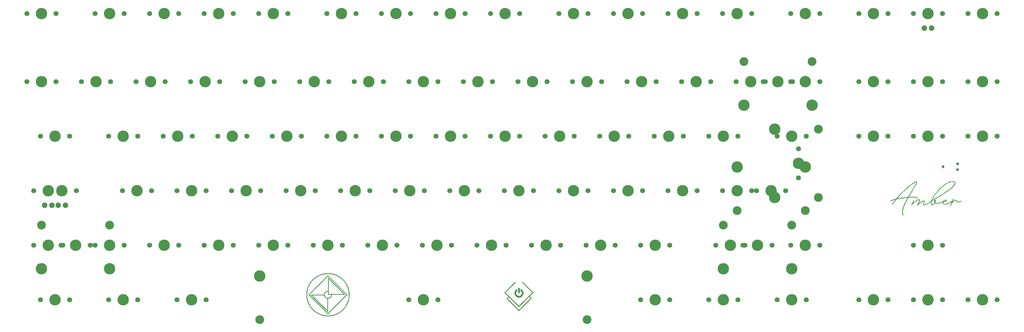
<source format=gbr>
%TF.GenerationSoftware,KiCad,Pcbnew,(5.1.10)-1*%
%TF.CreationDate,2022-04-07T18:11:12+07:00*%
%TF.ProjectId,solder,736f6c64-6572-42e6-9b69-6361645f7063,rev?*%
%TF.SameCoordinates,Original*%
%TF.FileFunction,Soldermask,Top*%
%TF.FilePolarity,Negative*%
%FSLAX46Y46*%
G04 Gerber Fmt 4.6, Leading zero omitted, Abs format (unit mm)*
G04 Created by KiCad (PCBNEW (5.1.10)-1) date 2022-04-07 18:11:12*
%MOMM*%
%LPD*%
G01*
G04 APERTURE LIST*
%ADD10C,0.010000*%
%ADD11C,1.750000*%
%ADD12C,3.987800*%
%ADD13C,0.990600*%
%ADD14C,1.905000*%
%ADD15C,3.048000*%
G04 APERTURE END LIST*
D10*
%TO.C,G\u002A\u002A\u002A*%
G36*
X342125680Y-82392264D02*
G01*
X342237657Y-82401736D01*
X342336340Y-82416467D01*
X342411647Y-82434424D01*
X342514141Y-82473772D01*
X342602351Y-82526729D01*
X342676602Y-82593721D01*
X342737221Y-82675176D01*
X342784532Y-82771521D01*
X342818862Y-82883185D01*
X342838609Y-82994584D01*
X342842546Y-83101626D01*
X342828537Y-83216470D01*
X342796956Y-83338129D01*
X342748178Y-83465617D01*
X342682577Y-83597947D01*
X342600530Y-83734134D01*
X342507082Y-83866996D01*
X342448743Y-83942803D01*
X342390156Y-84015000D01*
X342328221Y-84087113D01*
X342259841Y-84162667D01*
X342181916Y-84245190D01*
X342107107Y-84322178D01*
X341971457Y-84457054D01*
X341827281Y-84593822D01*
X341673935Y-84732962D01*
X341510771Y-84874959D01*
X341337146Y-85020296D01*
X341152412Y-85169453D01*
X340955924Y-85322915D01*
X340747036Y-85481165D01*
X340525103Y-85644684D01*
X340289479Y-85813956D01*
X340039518Y-85989463D01*
X339774575Y-86171689D01*
X339494003Y-86361115D01*
X339197157Y-86558225D01*
X338883391Y-86763501D01*
X338574562Y-86962979D01*
X338081094Y-87277372D01*
X337598394Y-87579779D01*
X337127020Y-87869865D01*
X336667529Y-88147297D01*
X336220481Y-88411739D01*
X335786433Y-88662856D01*
X335365943Y-88900316D01*
X335079584Y-89058440D01*
X335000876Y-89101519D01*
X334927846Y-89141573D01*
X334862392Y-89177553D01*
X334806413Y-89208414D01*
X334761806Y-89233106D01*
X334730470Y-89250584D01*
X334714304Y-89259800D01*
X334712506Y-89260943D01*
X334707558Y-89273221D01*
X334699016Y-89302118D01*
X334687657Y-89344413D01*
X334674257Y-89396880D01*
X334659593Y-89456296D01*
X334644441Y-89519436D01*
X334629579Y-89583078D01*
X334615782Y-89643996D01*
X334603827Y-89698967D01*
X334594490Y-89744767D01*
X334589821Y-89770280D01*
X334571507Y-89894833D01*
X334559305Y-90013437D01*
X334553192Y-90123976D01*
X334553146Y-90224333D01*
X334559144Y-90312393D01*
X334571162Y-90386040D01*
X334589177Y-90443158D01*
X334597320Y-90459612D01*
X334635803Y-90508956D01*
X334685870Y-90543208D01*
X334745945Y-90562762D01*
X334814455Y-90568011D01*
X334889825Y-90559347D01*
X334970480Y-90537164D01*
X335054846Y-90501854D01*
X335141348Y-90453810D01*
X335228412Y-90393426D01*
X335314462Y-90321094D01*
X335370202Y-90266726D01*
X335417827Y-90214275D01*
X335464690Y-90156860D01*
X335508201Y-90098195D01*
X335545771Y-90041991D01*
X335574808Y-89991962D01*
X335592725Y-89951820D01*
X335594967Y-89944499D01*
X335600361Y-89912202D01*
X335598767Y-89876392D01*
X335589470Y-89832726D01*
X335571754Y-89776863D01*
X335563624Y-89754150D01*
X335529823Y-89647854D01*
X335509195Y-89547165D01*
X335500221Y-89443653D01*
X335499557Y-89398550D01*
X335501147Y-89367353D01*
X335666081Y-89367353D01*
X335667049Y-89438598D01*
X335671730Y-89506205D01*
X335680014Y-89562324D01*
X335680109Y-89562773D01*
X335692076Y-89609888D01*
X335705932Y-89649854D01*
X335720002Y-89678724D01*
X335732613Y-89692547D01*
X335735400Y-89693190D01*
X335743628Y-89684639D01*
X335756635Y-89662348D01*
X335769935Y-89634770D01*
X335795064Y-89568971D01*
X335815091Y-89497632D01*
X335829911Y-89423663D01*
X335839417Y-89349977D01*
X335843502Y-89279482D01*
X335842063Y-89215091D01*
X335834990Y-89159713D01*
X335822180Y-89116260D01*
X335803526Y-89087641D01*
X335790190Y-89079065D01*
X335766091Y-89079836D01*
X335741029Y-89097899D01*
X335716943Y-89130435D01*
X335695776Y-89174623D01*
X335679468Y-89227645D01*
X335675718Y-89245351D01*
X335668935Y-89300320D01*
X335666081Y-89367353D01*
X335501147Y-89367353D01*
X335505177Y-89288338D01*
X335521105Y-89192796D01*
X335547069Y-89112881D01*
X335582802Y-89049547D01*
X335605228Y-89023411D01*
X335652379Y-88987430D01*
X335710353Y-88960232D01*
X335774282Y-88942588D01*
X335839298Y-88935266D01*
X335900531Y-88939037D01*
X335953113Y-88954671D01*
X335972103Y-88965403D01*
X335996720Y-88987466D01*
X336014430Y-89017106D01*
X336026116Y-89057413D01*
X336032661Y-89111477D01*
X336034950Y-89182387D01*
X336034964Y-89185190D01*
X336032607Y-89269506D01*
X336024128Y-89349510D01*
X336008510Y-89429256D01*
X335984737Y-89512798D01*
X335951795Y-89604188D01*
X335908668Y-89707482D01*
X335898189Y-89731139D01*
X335876840Y-89779460D01*
X335858835Y-89821210D01*
X335845654Y-89852877D01*
X335838779Y-89870949D01*
X335838127Y-89873582D01*
X335846422Y-89882529D01*
X335868736Y-89898737D01*
X335901212Y-89919805D01*
X335939991Y-89943333D01*
X335981215Y-89966920D01*
X336021027Y-89988166D01*
X336027726Y-89991547D01*
X336122523Y-90029112D01*
X336232668Y-90055415D01*
X336356777Y-90070723D01*
X336493466Y-90075304D01*
X336641351Y-90069424D01*
X336799047Y-90053351D01*
X336965170Y-90027353D01*
X337138335Y-89991695D01*
X337317159Y-89946646D01*
X337500257Y-89892472D01*
X337686245Y-89829441D01*
X337873738Y-89757820D01*
X338061353Y-89677877D01*
X338247704Y-89589877D01*
X338332871Y-89546635D01*
X338536222Y-89434876D01*
X338567233Y-89415898D01*
X338951900Y-89415898D01*
X338954461Y-89418870D01*
X338966957Y-89417869D01*
X338996412Y-89415081D01*
X339039577Y-89410827D01*
X339093200Y-89405427D01*
X339154032Y-89399202D01*
X339161055Y-89398478D01*
X339263428Y-89386932D01*
X339347928Y-89374982D01*
X339417000Y-89361928D01*
X339473090Y-89347073D01*
X339518641Y-89329716D01*
X339556100Y-89309160D01*
X339587911Y-89284705D01*
X339600348Y-89272930D01*
X339635670Y-89228765D01*
X339658874Y-89181176D01*
X339669167Y-89134173D01*
X339665757Y-89091764D01*
X339647851Y-89057961D01*
X339643679Y-89053704D01*
X339607913Y-89033467D01*
X339559243Y-89025858D01*
X339500206Y-89030296D01*
X339433340Y-89046199D01*
X339361180Y-89072987D01*
X339286264Y-89110077D01*
X339220126Y-89150743D01*
X339190194Y-89173042D01*
X339154721Y-89202758D01*
X339116096Y-89237477D01*
X339076706Y-89274791D01*
X339038942Y-89312289D01*
X339005190Y-89347559D01*
X338977840Y-89378191D01*
X338959281Y-89401775D01*
X338951900Y-89415898D01*
X338567233Y-89415898D01*
X338731353Y-89315464D01*
X338906447Y-89196243D01*
X339006100Y-89125721D01*
X339092956Y-89067157D01*
X339169528Y-89019151D01*
X339238329Y-88980301D01*
X339301872Y-88949204D01*
X339362669Y-88924460D01*
X339423234Y-88904666D01*
X339435246Y-88901260D01*
X339522902Y-88884061D01*
X339603070Y-88882275D01*
X339674201Y-88895060D01*
X339734747Y-88921573D01*
X339783159Y-88960974D01*
X339817890Y-89012420D01*
X339837391Y-89075070D01*
X339841167Y-89121976D01*
X339831519Y-89202592D01*
X339802512Y-89277207D01*
X339754048Y-89346064D01*
X339748885Y-89351816D01*
X339700683Y-89398973D01*
X339648049Y-89438708D01*
X339588926Y-89471618D01*
X339521258Y-89498298D01*
X339442991Y-89519344D01*
X339352067Y-89535350D01*
X339246432Y-89546911D01*
X339124029Y-89554624D01*
X339037632Y-89557767D01*
X338808138Y-89564250D01*
X338775135Y-89664937D01*
X338743789Y-89776425D01*
X338724003Y-89887084D01*
X338714610Y-90004575D01*
X338713445Y-90069497D01*
X338715058Y-90140610D01*
X338720898Y-90195215D01*
X338732395Y-90236928D01*
X338750979Y-90269366D01*
X338778079Y-90296147D01*
X338812080Y-90319089D01*
X338851249Y-90339270D01*
X338893856Y-90354166D01*
X338943582Y-90364416D01*
X339004105Y-90370658D01*
X339079107Y-90373533D01*
X339127817Y-90373910D01*
X339247712Y-90370260D01*
X339368488Y-90358964D01*
X339491845Y-90339500D01*
X339619482Y-90311346D01*
X339753098Y-90273981D01*
X339894391Y-90226884D01*
X340045062Y-90169534D01*
X340206809Y-90101409D01*
X340381331Y-90021987D01*
X340567607Y-89932092D01*
X340727560Y-89851183D01*
X340882750Y-89769047D01*
X341031635Y-89686650D01*
X341172673Y-89604957D01*
X341304322Y-89524934D01*
X341425040Y-89447545D01*
X341533285Y-89373757D01*
X341627515Y-89304533D01*
X341706188Y-89240841D01*
X341767763Y-89183643D01*
X341774677Y-89176476D01*
X341806427Y-89139451D01*
X341836153Y-89096558D01*
X341864975Y-89045437D01*
X341894013Y-88983730D01*
X341924385Y-88909075D01*
X341957212Y-88819111D01*
X341989845Y-88722910D01*
X342010877Y-88661038D01*
X342031060Y-88604900D01*
X342049156Y-88557692D01*
X342063927Y-88522614D01*
X342074134Y-88502861D01*
X342075921Y-88500596D01*
X342101803Y-88487385D01*
X342133239Y-88491889D01*
X342167078Y-88513462D01*
X342175032Y-88520931D01*
X342191568Y-88541166D01*
X342197028Y-88562389D01*
X342194940Y-88589678D01*
X342190584Y-88614609D01*
X342183476Y-88644328D01*
X342173090Y-88680256D01*
X342158904Y-88723815D01*
X342140394Y-88776423D01*
X342117035Y-88839502D01*
X342088303Y-88914472D01*
X342053675Y-89002753D01*
X342012626Y-89105767D01*
X341964634Y-89224933D01*
X341920278Y-89334352D01*
X341892359Y-89403278D01*
X341867118Y-89465996D01*
X341845522Y-89520067D01*
X341828542Y-89563047D01*
X341817148Y-89592496D01*
X341812308Y-89605973D01*
X341812207Y-89606489D01*
X341816412Y-89609455D01*
X341829758Y-89602265D01*
X341853339Y-89584026D01*
X341888249Y-89553845D01*
X341935584Y-89510828D01*
X341979847Y-89469650D01*
X342097931Y-89362296D01*
X342207536Y-89269761D01*
X342311475Y-89189971D01*
X342412564Y-89120854D01*
X342513618Y-89060336D01*
X342592141Y-89018813D01*
X342681416Y-88976287D01*
X342758253Y-88944878D01*
X342826421Y-88923445D01*
X342889689Y-88910848D01*
X342951828Y-88905948D01*
X342965897Y-88905790D01*
X343011806Y-88906418D01*
X343045389Y-88909528D01*
X343074630Y-88916952D01*
X343107512Y-88930527D01*
X343138617Y-88945479D01*
X343210356Y-88989351D01*
X343283983Y-89050553D01*
X343356930Y-89126593D01*
X343426629Y-89214975D01*
X343448294Y-89246150D01*
X343517193Y-89340290D01*
X343585611Y-89415692D01*
X343656105Y-89473709D01*
X343731229Y-89515694D01*
X343813541Y-89543000D01*
X343905595Y-89556981D01*
X344009948Y-89558991D01*
X344036971Y-89557849D01*
X344225614Y-89538010D01*
X344409293Y-89498502D01*
X344588104Y-89439292D01*
X344762143Y-89360348D01*
X344931505Y-89261640D01*
X344931541Y-89261616D01*
X344988999Y-89224806D01*
X345032658Y-89198490D01*
X345065345Y-89181484D01*
X345089886Y-89172600D01*
X345109110Y-89170652D01*
X345125844Y-89174454D01*
X345132452Y-89177309D01*
X345156855Y-89198081D01*
X345164230Y-89227043D01*
X345154538Y-89261239D01*
X345133926Y-89291001D01*
X345100411Y-89322515D01*
X345051312Y-89359681D01*
X344989910Y-89400592D01*
X344919484Y-89443340D01*
X344843313Y-89486020D01*
X344764676Y-89526725D01*
X344686853Y-89563548D01*
X344613124Y-89594583D01*
X344609084Y-89596149D01*
X344471386Y-89642828D01*
X344333984Y-89675785D01*
X344191446Y-89695985D01*
X344038342Y-89704393D01*
X343998104Y-89704766D01*
X343903477Y-89702850D01*
X343824245Y-89696331D01*
X343755843Y-89684387D01*
X343693700Y-89666200D01*
X343633250Y-89640949D01*
X343627711Y-89638289D01*
X343584854Y-89615480D01*
X343544838Y-89589230D01*
X343505100Y-89557157D01*
X343463076Y-89516880D01*
X343416201Y-89466016D01*
X343361910Y-89402185D01*
X343325307Y-89357409D01*
X343259868Y-89278222D01*
X343203694Y-89214500D01*
X343154853Y-89164754D01*
X343111414Y-89127492D01*
X343071446Y-89101222D01*
X343033016Y-89084453D01*
X342994193Y-89075695D01*
X342957434Y-89073430D01*
X342914030Y-89076573D01*
X342869421Y-89084543D01*
X342851422Y-89089566D01*
X342788072Y-89114570D01*
X342712957Y-89150794D01*
X342629627Y-89196107D01*
X342541633Y-89248375D01*
X342452526Y-89305465D01*
X342365855Y-89365244D01*
X342285172Y-89425579D01*
X342263610Y-89442708D01*
X342181471Y-89514433D01*
X342092191Y-89602469D01*
X341997430Y-89704813D01*
X341898853Y-89819462D01*
X341798123Y-89944413D01*
X341696901Y-90077665D01*
X341596851Y-90217215D01*
X341499637Y-90361060D01*
X341494470Y-90368957D01*
X341462927Y-90417796D01*
X341433694Y-90464427D01*
X341405031Y-90511884D01*
X341375194Y-90563198D01*
X341342442Y-90621401D01*
X341305033Y-90689524D01*
X341261225Y-90770600D01*
X341226786Y-90834874D01*
X341184418Y-90910224D01*
X341145842Y-90970959D01*
X341111885Y-91015991D01*
X341083371Y-91044234D01*
X341061125Y-91054600D01*
X341060079Y-91054630D01*
X341040430Y-91046871D01*
X341025383Y-91032049D01*
X341013400Y-91009808D01*
X341009567Y-90994761D01*
X341013996Y-90973478D01*
X341026958Y-90935102D01*
X341047962Y-90880748D01*
X341076521Y-90811530D01*
X341112145Y-90728563D01*
X341154345Y-90632962D01*
X341202631Y-90525840D01*
X341256514Y-90408313D01*
X341315505Y-90281496D01*
X341379115Y-90146502D01*
X341414925Y-90071201D01*
X341453636Y-89989324D01*
X341492042Y-89906747D01*
X341528994Y-89826048D01*
X341563345Y-89749809D01*
X341593945Y-89680610D01*
X341619648Y-89621031D01*
X341639304Y-89573652D01*
X341651766Y-89541054D01*
X341654349Y-89533170D01*
X341655683Y-89514385D01*
X341648636Y-89510310D01*
X341632359Y-89515379D01*
X341602139Y-89529374D01*
X341561281Y-89550479D01*
X341513092Y-89576875D01*
X341460875Y-89606746D01*
X341407936Y-89638274D01*
X341357580Y-89669642D01*
X341349927Y-89674561D01*
X341100014Y-89829268D01*
X340850666Y-89970373D01*
X340603240Y-90097285D01*
X340359097Y-90209416D01*
X340119594Y-90306176D01*
X339886090Y-90386977D01*
X339659944Y-90451229D01*
X339455087Y-90496048D01*
X339384629Y-90506821D01*
X339304958Y-90515286D01*
X339221210Y-90521222D01*
X339138522Y-90524404D01*
X339062032Y-90524607D01*
X338996876Y-90521608D01*
X338961338Y-90517574D01*
X338850231Y-90493156D01*
X338754909Y-90457295D01*
X338675752Y-90410254D01*
X338613140Y-90352298D01*
X338567452Y-90283690D01*
X338545351Y-90228184D01*
X338528466Y-90145307D01*
X338523302Y-90049895D01*
X338529615Y-89945837D01*
X338547163Y-89837022D01*
X338575703Y-89727338D01*
X338576934Y-89723417D01*
X338588641Y-89682181D01*
X338595021Y-89650581D01*
X338595291Y-89632791D01*
X338594299Y-89630978D01*
X338579571Y-89627716D01*
X338550061Y-89633204D01*
X338505099Y-89647674D01*
X338444015Y-89671354D01*
X338366140Y-89704474D01*
X338319323Y-89725262D01*
X338152311Y-89799246D01*
X338000381Y-89864253D01*
X337860891Y-89921246D01*
X337731201Y-89971189D01*
X337608668Y-90015044D01*
X337490652Y-90053775D01*
X337374510Y-90088345D01*
X337257603Y-90119716D01*
X337194487Y-90135361D01*
X336998694Y-90177927D01*
X336816038Y-90207751D01*
X336644062Y-90225125D01*
X336480313Y-90230340D01*
X336408170Y-90228779D01*
X336280119Y-90220119D01*
X336166938Y-90204008D01*
X336064201Y-90179358D01*
X335967479Y-90145081D01*
X335872344Y-90100088D01*
X335862045Y-90094578D01*
X335822237Y-90074419D01*
X335786565Y-90058788D01*
X335760441Y-90049951D01*
X335752800Y-90048790D01*
X335738805Y-90052293D01*
X335723129Y-90064650D01*
X335703144Y-90088631D01*
X335676224Y-90127009D01*
X335670408Y-90135706D01*
X335620686Y-90203225D01*
X335557727Y-90277591D01*
X335485521Y-90354867D01*
X335408053Y-90431119D01*
X335329312Y-90502410D01*
X335253284Y-90564805D01*
X335188320Y-90611524D01*
X335113225Y-90651574D01*
X335024818Y-90683388D01*
X334928920Y-90705565D01*
X334831353Y-90716706D01*
X334751617Y-90716465D01*
X334668083Y-90705984D01*
X334598328Y-90685238D01*
X334540572Y-90652557D01*
X334493033Y-90606270D01*
X334453932Y-90544707D01*
X334421486Y-90466199D01*
X334397731Y-90384579D01*
X334390825Y-90350495D01*
X334385978Y-90309474D01*
X334382953Y-90257918D01*
X334381511Y-90192225D01*
X334381320Y-90135150D01*
X334382399Y-90050766D01*
X334385708Y-89975413D01*
X334391877Y-89903951D01*
X334401535Y-89831238D01*
X334415313Y-89752132D01*
X334433839Y-89661493D01*
X334446255Y-89604978D01*
X334456919Y-89554354D01*
X334464847Y-89510852D01*
X334469442Y-89478272D01*
X334470103Y-89460412D01*
X334469365Y-89458405D01*
X334459026Y-89461575D01*
X334434956Y-89475043D01*
X334399833Y-89497122D01*
X334356335Y-89526124D01*
X334307140Y-89560363D01*
X334303967Y-89562617D01*
X334092760Y-89710296D01*
X333886446Y-89849500D01*
X333685933Y-89979731D01*
X333492130Y-90100490D01*
X333305944Y-90211276D01*
X333128284Y-90311590D01*
X332960059Y-90400933D01*
X332802177Y-90478805D01*
X332655547Y-90544706D01*
X332521077Y-90598138D01*
X332399674Y-90638600D01*
X332301584Y-90663674D01*
X332195176Y-90680602D01*
X332091826Y-90686549D01*
X331994326Y-90681881D01*
X331905463Y-90666966D01*
X331828030Y-90642172D01*
X331764814Y-90607867D01*
X331742375Y-90589992D01*
X331706086Y-90543583D01*
X331682904Y-90482002D01*
X331672891Y-90405657D01*
X331676107Y-90314953D01*
X331688497Y-90231003D01*
X331699723Y-90177534D01*
X331713631Y-90122899D01*
X331731281Y-90063828D01*
X331753732Y-89997055D01*
X331782046Y-89919311D01*
X331817283Y-89827328D01*
X331830022Y-89794790D01*
X331862746Y-89710511D01*
X331888386Y-89641806D01*
X331907936Y-89585600D01*
X331922387Y-89538820D01*
X331932732Y-89498392D01*
X331939962Y-89461243D01*
X331942033Y-89447813D01*
X331945205Y-89405732D01*
X331938807Y-89375923D01*
X331920227Y-89355702D01*
X331886854Y-89342385D01*
X331836077Y-89333289D01*
X331829830Y-89332494D01*
X331762771Y-89332511D01*
X331682884Y-89347255D01*
X331590874Y-89376293D01*
X331487443Y-89419190D01*
X331373294Y-89475513D01*
X331249130Y-89544828D01*
X331115654Y-89626702D01*
X330973568Y-89720701D01*
X330823576Y-89826390D01*
X330666380Y-89943337D01*
X330502684Y-90071108D01*
X330333190Y-90209269D01*
X330158601Y-90357385D01*
X330133287Y-90379331D01*
X330026206Y-90471727D01*
X329932748Y-90550832D01*
X329851871Y-90617419D01*
X329782534Y-90672263D01*
X329723693Y-90716136D01*
X329674307Y-90749812D01*
X329633333Y-90774066D01*
X329599729Y-90789670D01*
X329572454Y-90797399D01*
X329569535Y-90797837D01*
X329541508Y-90799512D01*
X329527079Y-90793713D01*
X329522577Y-90786161D01*
X329524372Y-90768972D01*
X329536030Y-90735564D01*
X329556973Y-90687152D01*
X329586621Y-90624950D01*
X329624398Y-90550170D01*
X329669724Y-90464028D01*
X329721420Y-90368830D01*
X329787475Y-90246562D01*
X329853008Y-90120940D01*
X329917214Y-89993780D01*
X329979283Y-89866899D01*
X330038409Y-89742112D01*
X330093783Y-89621237D01*
X330144598Y-89506090D01*
X330190045Y-89398487D01*
X330229319Y-89300245D01*
X330261609Y-89213179D01*
X330286110Y-89139108D01*
X330302013Y-89079847D01*
X330307174Y-89051538D01*
X330307314Y-88998908D01*
X330294840Y-88951212D01*
X330271675Y-88913489D01*
X330247170Y-88894100D01*
X330205563Y-88882627D01*
X330149023Y-88882756D01*
X330079030Y-88894113D01*
X329997067Y-88916324D01*
X329904615Y-88949014D01*
X329803156Y-88991810D01*
X329737047Y-89022928D01*
X329583425Y-89103636D01*
X329418927Y-89200958D01*
X329243945Y-89314601D01*
X329058876Y-89444274D01*
X328864112Y-89589683D01*
X328660049Y-89750535D01*
X328447082Y-89926538D01*
X328225604Y-90117398D01*
X328044490Y-90278842D01*
X327960825Y-90354047D01*
X327881919Y-90424150D01*
X327809364Y-90487777D01*
X327744753Y-90543559D01*
X327689680Y-90590126D01*
X327645737Y-90626105D01*
X327614517Y-90650126D01*
X327606666Y-90655605D01*
X327572857Y-90672663D01*
X327548766Y-90674010D01*
X327534666Y-90667046D01*
X327525428Y-90655798D01*
X327521552Y-90639150D01*
X327523534Y-90615985D01*
X327531872Y-90585186D01*
X327547065Y-90545637D01*
X327569610Y-90496221D01*
X327600005Y-90435822D01*
X327638749Y-90363323D01*
X327686338Y-90277607D01*
X327743271Y-90177558D01*
X327810045Y-90062060D01*
X327859256Y-89977670D01*
X327908961Y-89892196D01*
X327960596Y-89802594D01*
X328011982Y-89712702D01*
X328060939Y-89626355D01*
X328105289Y-89547392D01*
X328142852Y-89479648D01*
X328162153Y-89444270D01*
X328215776Y-89345568D01*
X328261038Y-89263496D01*
X328298879Y-89196615D01*
X328330239Y-89143486D01*
X328356057Y-89102673D01*
X328377272Y-89072737D01*
X328394824Y-89052239D01*
X328409652Y-89039743D01*
X328422696Y-89033809D01*
X328430964Y-89032790D01*
X328453970Y-89041849D01*
X328474954Y-89065224D01*
X328486686Y-89090695D01*
X328487314Y-89118494D01*
X328477865Y-89161697D01*
X328459165Y-89218559D01*
X328432040Y-89287336D01*
X328397315Y-89366286D01*
X328355817Y-89453662D01*
X328308372Y-89547723D01*
X328255805Y-89646724D01*
X328198942Y-89748920D01*
X328138609Y-89852568D01*
X328081071Y-89947190D01*
X328047923Y-90000551D01*
X328024145Y-90038958D01*
X328008404Y-90064728D01*
X327999363Y-90080178D01*
X327995689Y-90087625D01*
X327996046Y-90089387D01*
X327999100Y-90087779D01*
X328000657Y-90086788D01*
X328013494Y-90077382D01*
X328040309Y-90056724D01*
X328079237Y-90026292D01*
X328128415Y-89987561D01*
X328185978Y-89942008D01*
X328250065Y-89891109D01*
X328318811Y-89836339D01*
X328390352Y-89779176D01*
X328462825Y-89721095D01*
X328498736Y-89692246D01*
X328709377Y-89526269D01*
X328908977Y-89375925D01*
X329097370Y-89241321D01*
X329274391Y-89122568D01*
X329439875Y-89019775D01*
X329593656Y-88933052D01*
X329735569Y-88862507D01*
X329784754Y-88840649D01*
X329910137Y-88791178D01*
X330021972Y-88756319D01*
X330120808Y-88736051D01*
X330207194Y-88730352D01*
X330281678Y-88739201D01*
X330344811Y-88762576D01*
X330397141Y-88800454D01*
X330411814Y-88815769D01*
X330444147Y-88855603D01*
X330466286Y-88892320D01*
X330478766Y-88929922D01*
X330482122Y-88972410D01*
X330476890Y-89023786D01*
X330463605Y-89088051D01*
X330453607Y-89128221D01*
X330418449Y-89247717D01*
X330370614Y-89382754D01*
X330310209Y-89533074D01*
X330237338Y-89698421D01*
X330152108Y-89878538D01*
X330110706Y-89962430D01*
X330063965Y-90056862D01*
X330024528Y-90138267D01*
X329992800Y-90205747D01*
X329969189Y-90258408D01*
X329954102Y-90295356D01*
X329947948Y-90315694D01*
X329948313Y-90319323D01*
X329958136Y-90315185D01*
X329982025Y-90298686D01*
X330018732Y-90270823D01*
X330067009Y-90232590D01*
X330125608Y-90184983D01*
X330193281Y-90128997D01*
X330268778Y-90065628D01*
X330306007Y-90034090D01*
X330459352Y-89907777D01*
X330616830Y-89785548D01*
X330774939Y-89669906D01*
X330930178Y-89563353D01*
X331079045Y-89468389D01*
X331185791Y-89405495D01*
X331327423Y-89329816D01*
X331459449Y-89268255D01*
X331581332Y-89220920D01*
X331692534Y-89187919D01*
X331792518Y-89169362D01*
X331880747Y-89165357D01*
X331956684Y-89176014D01*
X332019791Y-89201440D01*
X332057032Y-89229000D01*
X332080861Y-89255013D01*
X332098646Y-89284177D01*
X332110208Y-89318170D01*
X332115366Y-89358668D01*
X332113941Y-89407350D01*
X332105754Y-89465893D01*
X332090625Y-89535975D01*
X332068374Y-89619273D01*
X332038823Y-89717465D01*
X332001791Y-89832228D01*
X331988044Y-89873584D01*
X331949718Y-89989888D01*
X331918405Y-90089017D01*
X331893760Y-90172739D01*
X331875442Y-90242823D01*
X331863107Y-90301034D01*
X331856412Y-90349142D01*
X331855013Y-90388913D01*
X331858568Y-90422114D01*
X331866733Y-90450515D01*
X331873202Y-90465004D01*
X331896094Y-90498795D01*
X331926932Y-90521661D01*
X331969074Y-90535005D01*
X332025878Y-90540230D01*
X332053527Y-90540360D01*
X332172577Y-90532520D01*
X332299037Y-90511830D01*
X332433493Y-90478020D01*
X332576531Y-90430825D01*
X332728738Y-90369976D01*
X332890700Y-90295205D01*
X333063003Y-90206246D01*
X333246233Y-90102830D01*
X333440977Y-89984691D01*
X333647821Y-89851560D01*
X333826447Y-89731311D01*
X333953665Y-89643325D01*
X334064912Y-89564610D01*
X334161668Y-89494029D01*
X334245414Y-89430444D01*
X334317630Y-89372720D01*
X334379799Y-89319718D01*
X334433399Y-89270302D01*
X334456676Y-89247364D01*
X334498753Y-89203929D01*
X334533371Y-89165098D01*
X334562623Y-89127385D01*
X334588603Y-89087304D01*
X334613406Y-89041367D01*
X334639125Y-88986089D01*
X334647248Y-88966831D01*
X334833287Y-88966831D01*
X334838850Y-88980602D01*
X334844091Y-88981990D01*
X334856742Y-88977497D01*
X334883999Y-88965092D01*
X334922516Y-88946385D01*
X334968950Y-88922984D01*
X334999299Y-88907318D01*
X335102956Y-88852315D01*
X335222365Y-88787124D01*
X335356188Y-88712545D01*
X335503085Y-88629378D01*
X335661717Y-88538424D01*
X335830746Y-88440484D01*
X336008831Y-88336359D01*
X336194634Y-88226849D01*
X336386816Y-88112755D01*
X336584036Y-87994878D01*
X336784958Y-87874018D01*
X336988240Y-87750976D01*
X337192544Y-87626553D01*
X337396530Y-87501549D01*
X337598860Y-87376765D01*
X337798195Y-87253002D01*
X337993195Y-87131060D01*
X338182520Y-87011740D01*
X338364833Y-86895844D01*
X338383207Y-86884102D01*
X338767995Y-86635938D01*
X339134076Y-86395426D01*
X339481537Y-86162493D01*
X339810464Y-85937066D01*
X340120944Y-85719074D01*
X340413066Y-85508445D01*
X340686915Y-85305105D01*
X340942579Y-85108982D01*
X341180145Y-84920004D01*
X341399700Y-84738099D01*
X341601332Y-84563195D01*
X341785127Y-84395218D01*
X341951172Y-84234097D01*
X342099555Y-84079759D01*
X342230363Y-83932132D01*
X342343682Y-83791144D01*
X342439600Y-83656722D01*
X342518204Y-83528794D01*
X342579582Y-83407287D01*
X342585895Y-83392898D01*
X342617325Y-83314504D01*
X342639106Y-83245326D01*
X342653125Y-83177855D01*
X342661268Y-83104577D01*
X342662374Y-83088298D01*
X342661151Y-82978554D01*
X342643278Y-82880308D01*
X342608945Y-82793687D01*
X342558342Y-82718819D01*
X342491661Y-82655831D01*
X342409091Y-82604849D01*
X342310823Y-82566002D01*
X342197046Y-82539415D01*
X342067952Y-82525216D01*
X341923731Y-82523533D01*
X341824842Y-82528982D01*
X341592043Y-82556485D01*
X341354054Y-82602912D01*
X341110802Y-82668305D01*
X340862212Y-82752703D01*
X340608210Y-82856144D01*
X340348722Y-82978668D01*
X340083675Y-83120314D01*
X339812994Y-83281122D01*
X339536605Y-83461131D01*
X339254434Y-83660380D01*
X338966408Y-83878908D01*
X338672451Y-84116755D01*
X338408756Y-84342115D01*
X338228058Y-84503025D01*
X338038728Y-84676749D01*
X337843573Y-84860498D01*
X337645396Y-85051480D01*
X337447002Y-85246907D01*
X337251197Y-85443987D01*
X337060785Y-85639931D01*
X336878571Y-85831949D01*
X336707360Y-86017249D01*
X336563357Y-86177830D01*
X336270784Y-86523707D01*
X335996961Y-86876939D01*
X335741452Y-87238186D01*
X335503822Y-87608107D01*
X335283636Y-87987363D01*
X335080457Y-88376612D01*
X334995975Y-88551982D01*
X334944757Y-88662832D01*
X334903383Y-88756422D01*
X334871701Y-88833186D01*
X334849560Y-88893554D01*
X334836806Y-88937958D01*
X334833287Y-88966831D01*
X334647248Y-88966831D01*
X334667854Y-88917982D01*
X334694851Y-88850813D01*
X334739363Y-88743592D01*
X334793181Y-88622184D01*
X334854803Y-88489610D01*
X334922724Y-88348890D01*
X334995442Y-88203043D01*
X335071453Y-88055090D01*
X335149254Y-87908050D01*
X335227341Y-87764943D01*
X335296517Y-87642189D01*
X335447386Y-87391261D01*
X335615686Y-87133912D01*
X335800075Y-86871492D01*
X335999212Y-86605354D01*
X336211753Y-86336848D01*
X336436356Y-86067326D01*
X336671679Y-85798140D01*
X336916380Y-85530641D01*
X337169115Y-85266180D01*
X337428542Y-85006110D01*
X337693320Y-84751781D01*
X337962104Y-84504546D01*
X338233554Y-84265755D01*
X338506327Y-84036760D01*
X338779080Y-83818914D01*
X339050470Y-83613566D01*
X339319156Y-83422069D01*
X339583795Y-83245774D01*
X339791861Y-83116489D01*
X340011664Y-82989325D01*
X340229502Y-82872763D01*
X340443704Y-82767518D01*
X340652603Y-82674305D01*
X340854532Y-82593839D01*
X341047821Y-82526835D01*
X341230804Y-82474009D01*
X341360087Y-82444162D01*
X341482287Y-82422722D01*
X341611062Y-82406357D01*
X341743100Y-82395098D01*
X341875090Y-82388976D01*
X342003721Y-82388021D01*
X342125680Y-82392264D01*
G37*
X342125680Y-82392264D02*
X342237657Y-82401736D01*
X342336340Y-82416467D01*
X342411647Y-82434424D01*
X342514141Y-82473772D01*
X342602351Y-82526729D01*
X342676602Y-82593721D01*
X342737221Y-82675176D01*
X342784532Y-82771521D01*
X342818862Y-82883185D01*
X342838609Y-82994584D01*
X342842546Y-83101626D01*
X342828537Y-83216470D01*
X342796956Y-83338129D01*
X342748178Y-83465617D01*
X342682577Y-83597947D01*
X342600530Y-83734134D01*
X342507082Y-83866996D01*
X342448743Y-83942803D01*
X342390156Y-84015000D01*
X342328221Y-84087113D01*
X342259841Y-84162667D01*
X342181916Y-84245190D01*
X342107107Y-84322178D01*
X341971457Y-84457054D01*
X341827281Y-84593822D01*
X341673935Y-84732962D01*
X341510771Y-84874959D01*
X341337146Y-85020296D01*
X341152412Y-85169453D01*
X340955924Y-85322915D01*
X340747036Y-85481165D01*
X340525103Y-85644684D01*
X340289479Y-85813956D01*
X340039518Y-85989463D01*
X339774575Y-86171689D01*
X339494003Y-86361115D01*
X339197157Y-86558225D01*
X338883391Y-86763501D01*
X338574562Y-86962979D01*
X338081094Y-87277372D01*
X337598394Y-87579779D01*
X337127020Y-87869865D01*
X336667529Y-88147297D01*
X336220481Y-88411739D01*
X335786433Y-88662856D01*
X335365943Y-88900316D01*
X335079584Y-89058440D01*
X335000876Y-89101519D01*
X334927846Y-89141573D01*
X334862392Y-89177553D01*
X334806413Y-89208414D01*
X334761806Y-89233106D01*
X334730470Y-89250584D01*
X334714304Y-89259800D01*
X334712506Y-89260943D01*
X334707558Y-89273221D01*
X334699016Y-89302118D01*
X334687657Y-89344413D01*
X334674257Y-89396880D01*
X334659593Y-89456296D01*
X334644441Y-89519436D01*
X334629579Y-89583078D01*
X334615782Y-89643996D01*
X334603827Y-89698967D01*
X334594490Y-89744767D01*
X334589821Y-89770280D01*
X334571507Y-89894833D01*
X334559305Y-90013437D01*
X334553192Y-90123976D01*
X334553146Y-90224333D01*
X334559144Y-90312393D01*
X334571162Y-90386040D01*
X334589177Y-90443158D01*
X334597320Y-90459612D01*
X334635803Y-90508956D01*
X334685870Y-90543208D01*
X334745945Y-90562762D01*
X334814455Y-90568011D01*
X334889825Y-90559347D01*
X334970480Y-90537164D01*
X335054846Y-90501854D01*
X335141348Y-90453810D01*
X335228412Y-90393426D01*
X335314462Y-90321094D01*
X335370202Y-90266726D01*
X335417827Y-90214275D01*
X335464690Y-90156860D01*
X335508201Y-90098195D01*
X335545771Y-90041991D01*
X335574808Y-89991962D01*
X335592725Y-89951820D01*
X335594967Y-89944499D01*
X335600361Y-89912202D01*
X335598767Y-89876392D01*
X335589470Y-89832726D01*
X335571754Y-89776863D01*
X335563624Y-89754150D01*
X335529823Y-89647854D01*
X335509195Y-89547165D01*
X335500221Y-89443653D01*
X335499557Y-89398550D01*
X335501147Y-89367353D01*
X335666081Y-89367353D01*
X335667049Y-89438598D01*
X335671730Y-89506205D01*
X335680014Y-89562324D01*
X335680109Y-89562773D01*
X335692076Y-89609888D01*
X335705932Y-89649854D01*
X335720002Y-89678724D01*
X335732613Y-89692547D01*
X335735400Y-89693190D01*
X335743628Y-89684639D01*
X335756635Y-89662348D01*
X335769935Y-89634770D01*
X335795064Y-89568971D01*
X335815091Y-89497632D01*
X335829911Y-89423663D01*
X335839417Y-89349977D01*
X335843502Y-89279482D01*
X335842063Y-89215091D01*
X335834990Y-89159713D01*
X335822180Y-89116260D01*
X335803526Y-89087641D01*
X335790190Y-89079065D01*
X335766091Y-89079836D01*
X335741029Y-89097899D01*
X335716943Y-89130435D01*
X335695776Y-89174623D01*
X335679468Y-89227645D01*
X335675718Y-89245351D01*
X335668935Y-89300320D01*
X335666081Y-89367353D01*
X335501147Y-89367353D01*
X335505177Y-89288338D01*
X335521105Y-89192796D01*
X335547069Y-89112881D01*
X335582802Y-89049547D01*
X335605228Y-89023411D01*
X335652379Y-88987430D01*
X335710353Y-88960232D01*
X335774282Y-88942588D01*
X335839298Y-88935266D01*
X335900531Y-88939037D01*
X335953113Y-88954671D01*
X335972103Y-88965403D01*
X335996720Y-88987466D01*
X336014430Y-89017106D01*
X336026116Y-89057413D01*
X336032661Y-89111477D01*
X336034950Y-89182387D01*
X336034964Y-89185190D01*
X336032607Y-89269506D01*
X336024128Y-89349510D01*
X336008510Y-89429256D01*
X335984737Y-89512798D01*
X335951795Y-89604188D01*
X335908668Y-89707482D01*
X335898189Y-89731139D01*
X335876840Y-89779460D01*
X335858835Y-89821210D01*
X335845654Y-89852877D01*
X335838779Y-89870949D01*
X335838127Y-89873582D01*
X335846422Y-89882529D01*
X335868736Y-89898737D01*
X335901212Y-89919805D01*
X335939991Y-89943333D01*
X335981215Y-89966920D01*
X336021027Y-89988166D01*
X336027726Y-89991547D01*
X336122523Y-90029112D01*
X336232668Y-90055415D01*
X336356777Y-90070723D01*
X336493466Y-90075304D01*
X336641351Y-90069424D01*
X336799047Y-90053351D01*
X336965170Y-90027353D01*
X337138335Y-89991695D01*
X337317159Y-89946646D01*
X337500257Y-89892472D01*
X337686245Y-89829441D01*
X337873738Y-89757820D01*
X338061353Y-89677877D01*
X338247704Y-89589877D01*
X338332871Y-89546635D01*
X338536222Y-89434876D01*
X338567233Y-89415898D01*
X338951900Y-89415898D01*
X338954461Y-89418870D01*
X338966957Y-89417869D01*
X338996412Y-89415081D01*
X339039577Y-89410827D01*
X339093200Y-89405427D01*
X339154032Y-89399202D01*
X339161055Y-89398478D01*
X339263428Y-89386932D01*
X339347928Y-89374982D01*
X339417000Y-89361928D01*
X339473090Y-89347073D01*
X339518641Y-89329716D01*
X339556100Y-89309160D01*
X339587911Y-89284705D01*
X339600348Y-89272930D01*
X339635670Y-89228765D01*
X339658874Y-89181176D01*
X339669167Y-89134173D01*
X339665757Y-89091764D01*
X339647851Y-89057961D01*
X339643679Y-89053704D01*
X339607913Y-89033467D01*
X339559243Y-89025858D01*
X339500206Y-89030296D01*
X339433340Y-89046199D01*
X339361180Y-89072987D01*
X339286264Y-89110077D01*
X339220126Y-89150743D01*
X339190194Y-89173042D01*
X339154721Y-89202758D01*
X339116096Y-89237477D01*
X339076706Y-89274791D01*
X339038942Y-89312289D01*
X339005190Y-89347559D01*
X338977840Y-89378191D01*
X338959281Y-89401775D01*
X338951900Y-89415898D01*
X338567233Y-89415898D01*
X338731353Y-89315464D01*
X338906447Y-89196243D01*
X339006100Y-89125721D01*
X339092956Y-89067157D01*
X339169528Y-89019151D01*
X339238329Y-88980301D01*
X339301872Y-88949204D01*
X339362669Y-88924460D01*
X339423234Y-88904666D01*
X339435246Y-88901260D01*
X339522902Y-88884061D01*
X339603070Y-88882275D01*
X339674201Y-88895060D01*
X339734747Y-88921573D01*
X339783159Y-88960974D01*
X339817890Y-89012420D01*
X339837391Y-89075070D01*
X339841167Y-89121976D01*
X339831519Y-89202592D01*
X339802512Y-89277207D01*
X339754048Y-89346064D01*
X339748885Y-89351816D01*
X339700683Y-89398973D01*
X339648049Y-89438708D01*
X339588926Y-89471618D01*
X339521258Y-89498298D01*
X339442991Y-89519344D01*
X339352067Y-89535350D01*
X339246432Y-89546911D01*
X339124029Y-89554624D01*
X339037632Y-89557767D01*
X338808138Y-89564250D01*
X338775135Y-89664937D01*
X338743789Y-89776425D01*
X338724003Y-89887084D01*
X338714610Y-90004575D01*
X338713445Y-90069497D01*
X338715058Y-90140610D01*
X338720898Y-90195215D01*
X338732395Y-90236928D01*
X338750979Y-90269366D01*
X338778079Y-90296147D01*
X338812080Y-90319089D01*
X338851249Y-90339270D01*
X338893856Y-90354166D01*
X338943582Y-90364416D01*
X339004105Y-90370658D01*
X339079107Y-90373533D01*
X339127817Y-90373910D01*
X339247712Y-90370260D01*
X339368488Y-90358964D01*
X339491845Y-90339500D01*
X339619482Y-90311346D01*
X339753098Y-90273981D01*
X339894391Y-90226884D01*
X340045062Y-90169534D01*
X340206809Y-90101409D01*
X340381331Y-90021987D01*
X340567607Y-89932092D01*
X340727560Y-89851183D01*
X340882750Y-89769047D01*
X341031635Y-89686650D01*
X341172673Y-89604957D01*
X341304322Y-89524934D01*
X341425040Y-89447545D01*
X341533285Y-89373757D01*
X341627515Y-89304533D01*
X341706188Y-89240841D01*
X341767763Y-89183643D01*
X341774677Y-89176476D01*
X341806427Y-89139451D01*
X341836153Y-89096558D01*
X341864975Y-89045437D01*
X341894013Y-88983730D01*
X341924385Y-88909075D01*
X341957212Y-88819111D01*
X341989845Y-88722910D01*
X342010877Y-88661038D01*
X342031060Y-88604900D01*
X342049156Y-88557692D01*
X342063927Y-88522614D01*
X342074134Y-88502861D01*
X342075921Y-88500596D01*
X342101803Y-88487385D01*
X342133239Y-88491889D01*
X342167078Y-88513462D01*
X342175032Y-88520931D01*
X342191568Y-88541166D01*
X342197028Y-88562389D01*
X342194940Y-88589678D01*
X342190584Y-88614609D01*
X342183476Y-88644328D01*
X342173090Y-88680256D01*
X342158904Y-88723815D01*
X342140394Y-88776423D01*
X342117035Y-88839502D01*
X342088303Y-88914472D01*
X342053675Y-89002753D01*
X342012626Y-89105767D01*
X341964634Y-89224933D01*
X341920278Y-89334352D01*
X341892359Y-89403278D01*
X341867118Y-89465996D01*
X341845522Y-89520067D01*
X341828542Y-89563047D01*
X341817148Y-89592496D01*
X341812308Y-89605973D01*
X341812207Y-89606489D01*
X341816412Y-89609455D01*
X341829758Y-89602265D01*
X341853339Y-89584026D01*
X341888249Y-89553845D01*
X341935584Y-89510828D01*
X341979847Y-89469650D01*
X342097931Y-89362296D01*
X342207536Y-89269761D01*
X342311475Y-89189971D01*
X342412564Y-89120854D01*
X342513618Y-89060336D01*
X342592141Y-89018813D01*
X342681416Y-88976287D01*
X342758253Y-88944878D01*
X342826421Y-88923445D01*
X342889689Y-88910848D01*
X342951828Y-88905948D01*
X342965897Y-88905790D01*
X343011806Y-88906418D01*
X343045389Y-88909528D01*
X343074630Y-88916952D01*
X343107512Y-88930527D01*
X343138617Y-88945479D01*
X343210356Y-88989351D01*
X343283983Y-89050553D01*
X343356930Y-89126593D01*
X343426629Y-89214975D01*
X343448294Y-89246150D01*
X343517193Y-89340290D01*
X343585611Y-89415692D01*
X343656105Y-89473709D01*
X343731229Y-89515694D01*
X343813541Y-89543000D01*
X343905595Y-89556981D01*
X344009948Y-89558991D01*
X344036971Y-89557849D01*
X344225614Y-89538010D01*
X344409293Y-89498502D01*
X344588104Y-89439292D01*
X344762143Y-89360348D01*
X344931505Y-89261640D01*
X344931541Y-89261616D01*
X344988999Y-89224806D01*
X345032658Y-89198490D01*
X345065345Y-89181484D01*
X345089886Y-89172600D01*
X345109110Y-89170652D01*
X345125844Y-89174454D01*
X345132452Y-89177309D01*
X345156855Y-89198081D01*
X345164230Y-89227043D01*
X345154538Y-89261239D01*
X345133926Y-89291001D01*
X345100411Y-89322515D01*
X345051312Y-89359681D01*
X344989910Y-89400592D01*
X344919484Y-89443340D01*
X344843313Y-89486020D01*
X344764676Y-89526725D01*
X344686853Y-89563548D01*
X344613124Y-89594583D01*
X344609084Y-89596149D01*
X344471386Y-89642828D01*
X344333984Y-89675785D01*
X344191446Y-89695985D01*
X344038342Y-89704393D01*
X343998104Y-89704766D01*
X343903477Y-89702850D01*
X343824245Y-89696331D01*
X343755843Y-89684387D01*
X343693700Y-89666200D01*
X343633250Y-89640949D01*
X343627711Y-89638289D01*
X343584854Y-89615480D01*
X343544838Y-89589230D01*
X343505100Y-89557157D01*
X343463076Y-89516880D01*
X343416201Y-89466016D01*
X343361910Y-89402185D01*
X343325307Y-89357409D01*
X343259868Y-89278222D01*
X343203694Y-89214500D01*
X343154853Y-89164754D01*
X343111414Y-89127492D01*
X343071446Y-89101222D01*
X343033016Y-89084453D01*
X342994193Y-89075695D01*
X342957434Y-89073430D01*
X342914030Y-89076573D01*
X342869421Y-89084543D01*
X342851422Y-89089566D01*
X342788072Y-89114570D01*
X342712957Y-89150794D01*
X342629627Y-89196107D01*
X342541633Y-89248375D01*
X342452526Y-89305465D01*
X342365855Y-89365244D01*
X342285172Y-89425579D01*
X342263610Y-89442708D01*
X342181471Y-89514433D01*
X342092191Y-89602469D01*
X341997430Y-89704813D01*
X341898853Y-89819462D01*
X341798123Y-89944413D01*
X341696901Y-90077665D01*
X341596851Y-90217215D01*
X341499637Y-90361060D01*
X341494470Y-90368957D01*
X341462927Y-90417796D01*
X341433694Y-90464427D01*
X341405031Y-90511884D01*
X341375194Y-90563198D01*
X341342442Y-90621401D01*
X341305033Y-90689524D01*
X341261225Y-90770600D01*
X341226786Y-90834874D01*
X341184418Y-90910224D01*
X341145842Y-90970959D01*
X341111885Y-91015991D01*
X341083371Y-91044234D01*
X341061125Y-91054600D01*
X341060079Y-91054630D01*
X341040430Y-91046871D01*
X341025383Y-91032049D01*
X341013400Y-91009808D01*
X341009567Y-90994761D01*
X341013996Y-90973478D01*
X341026958Y-90935102D01*
X341047962Y-90880748D01*
X341076521Y-90811530D01*
X341112145Y-90728563D01*
X341154345Y-90632962D01*
X341202631Y-90525840D01*
X341256514Y-90408313D01*
X341315505Y-90281496D01*
X341379115Y-90146502D01*
X341414925Y-90071201D01*
X341453636Y-89989324D01*
X341492042Y-89906747D01*
X341528994Y-89826048D01*
X341563345Y-89749809D01*
X341593945Y-89680610D01*
X341619648Y-89621031D01*
X341639304Y-89573652D01*
X341651766Y-89541054D01*
X341654349Y-89533170D01*
X341655683Y-89514385D01*
X341648636Y-89510310D01*
X341632359Y-89515379D01*
X341602139Y-89529374D01*
X341561281Y-89550479D01*
X341513092Y-89576875D01*
X341460875Y-89606746D01*
X341407936Y-89638274D01*
X341357580Y-89669642D01*
X341349927Y-89674561D01*
X341100014Y-89829268D01*
X340850666Y-89970373D01*
X340603240Y-90097285D01*
X340359097Y-90209416D01*
X340119594Y-90306176D01*
X339886090Y-90386977D01*
X339659944Y-90451229D01*
X339455087Y-90496048D01*
X339384629Y-90506821D01*
X339304958Y-90515286D01*
X339221210Y-90521222D01*
X339138522Y-90524404D01*
X339062032Y-90524607D01*
X338996876Y-90521608D01*
X338961338Y-90517574D01*
X338850231Y-90493156D01*
X338754909Y-90457295D01*
X338675752Y-90410254D01*
X338613140Y-90352298D01*
X338567452Y-90283690D01*
X338545351Y-90228184D01*
X338528466Y-90145307D01*
X338523302Y-90049895D01*
X338529615Y-89945837D01*
X338547163Y-89837022D01*
X338575703Y-89727338D01*
X338576934Y-89723417D01*
X338588641Y-89682181D01*
X338595021Y-89650581D01*
X338595291Y-89632791D01*
X338594299Y-89630978D01*
X338579571Y-89627716D01*
X338550061Y-89633204D01*
X338505099Y-89647674D01*
X338444015Y-89671354D01*
X338366140Y-89704474D01*
X338319323Y-89725262D01*
X338152311Y-89799246D01*
X338000381Y-89864253D01*
X337860891Y-89921246D01*
X337731201Y-89971189D01*
X337608668Y-90015044D01*
X337490652Y-90053775D01*
X337374510Y-90088345D01*
X337257603Y-90119716D01*
X337194487Y-90135361D01*
X336998694Y-90177927D01*
X336816038Y-90207751D01*
X336644062Y-90225125D01*
X336480313Y-90230340D01*
X336408170Y-90228779D01*
X336280119Y-90220119D01*
X336166938Y-90204008D01*
X336064201Y-90179358D01*
X335967479Y-90145081D01*
X335872344Y-90100088D01*
X335862045Y-90094578D01*
X335822237Y-90074419D01*
X335786565Y-90058788D01*
X335760441Y-90049951D01*
X335752800Y-90048790D01*
X335738805Y-90052293D01*
X335723129Y-90064650D01*
X335703144Y-90088631D01*
X335676224Y-90127009D01*
X335670408Y-90135706D01*
X335620686Y-90203225D01*
X335557727Y-90277591D01*
X335485521Y-90354867D01*
X335408053Y-90431119D01*
X335329312Y-90502410D01*
X335253284Y-90564805D01*
X335188320Y-90611524D01*
X335113225Y-90651574D01*
X335024818Y-90683388D01*
X334928920Y-90705565D01*
X334831353Y-90716706D01*
X334751617Y-90716465D01*
X334668083Y-90705984D01*
X334598328Y-90685238D01*
X334540572Y-90652557D01*
X334493033Y-90606270D01*
X334453932Y-90544707D01*
X334421486Y-90466199D01*
X334397731Y-90384579D01*
X334390825Y-90350495D01*
X334385978Y-90309474D01*
X334382953Y-90257918D01*
X334381511Y-90192225D01*
X334381320Y-90135150D01*
X334382399Y-90050766D01*
X334385708Y-89975413D01*
X334391877Y-89903951D01*
X334401535Y-89831238D01*
X334415313Y-89752132D01*
X334433839Y-89661493D01*
X334446255Y-89604978D01*
X334456919Y-89554354D01*
X334464847Y-89510852D01*
X334469442Y-89478272D01*
X334470103Y-89460412D01*
X334469365Y-89458405D01*
X334459026Y-89461575D01*
X334434956Y-89475043D01*
X334399833Y-89497122D01*
X334356335Y-89526124D01*
X334307140Y-89560363D01*
X334303967Y-89562617D01*
X334092760Y-89710296D01*
X333886446Y-89849500D01*
X333685933Y-89979731D01*
X333492130Y-90100490D01*
X333305944Y-90211276D01*
X333128284Y-90311590D01*
X332960059Y-90400933D01*
X332802177Y-90478805D01*
X332655547Y-90544706D01*
X332521077Y-90598138D01*
X332399674Y-90638600D01*
X332301584Y-90663674D01*
X332195176Y-90680602D01*
X332091826Y-90686549D01*
X331994326Y-90681881D01*
X331905463Y-90666966D01*
X331828030Y-90642172D01*
X331764814Y-90607867D01*
X331742375Y-90589992D01*
X331706086Y-90543583D01*
X331682904Y-90482002D01*
X331672891Y-90405657D01*
X331676107Y-90314953D01*
X331688497Y-90231003D01*
X331699723Y-90177534D01*
X331713631Y-90122899D01*
X331731281Y-90063828D01*
X331753732Y-89997055D01*
X331782046Y-89919311D01*
X331817283Y-89827328D01*
X331830022Y-89794790D01*
X331862746Y-89710511D01*
X331888386Y-89641806D01*
X331907936Y-89585600D01*
X331922387Y-89538820D01*
X331932732Y-89498392D01*
X331939962Y-89461243D01*
X331942033Y-89447813D01*
X331945205Y-89405732D01*
X331938807Y-89375923D01*
X331920227Y-89355702D01*
X331886854Y-89342385D01*
X331836077Y-89333289D01*
X331829830Y-89332494D01*
X331762771Y-89332511D01*
X331682884Y-89347255D01*
X331590874Y-89376293D01*
X331487443Y-89419190D01*
X331373294Y-89475513D01*
X331249130Y-89544828D01*
X331115654Y-89626702D01*
X330973568Y-89720701D01*
X330823576Y-89826390D01*
X330666380Y-89943337D01*
X330502684Y-90071108D01*
X330333190Y-90209269D01*
X330158601Y-90357385D01*
X330133287Y-90379331D01*
X330026206Y-90471727D01*
X329932748Y-90550832D01*
X329851871Y-90617419D01*
X329782534Y-90672263D01*
X329723693Y-90716136D01*
X329674307Y-90749812D01*
X329633333Y-90774066D01*
X329599729Y-90789670D01*
X329572454Y-90797399D01*
X329569535Y-90797837D01*
X329541508Y-90799512D01*
X329527079Y-90793713D01*
X329522577Y-90786161D01*
X329524372Y-90768972D01*
X329536030Y-90735564D01*
X329556973Y-90687152D01*
X329586621Y-90624950D01*
X329624398Y-90550170D01*
X329669724Y-90464028D01*
X329721420Y-90368830D01*
X329787475Y-90246562D01*
X329853008Y-90120940D01*
X329917214Y-89993780D01*
X329979283Y-89866899D01*
X330038409Y-89742112D01*
X330093783Y-89621237D01*
X330144598Y-89506090D01*
X330190045Y-89398487D01*
X330229319Y-89300245D01*
X330261609Y-89213179D01*
X330286110Y-89139108D01*
X330302013Y-89079847D01*
X330307174Y-89051538D01*
X330307314Y-88998908D01*
X330294840Y-88951212D01*
X330271675Y-88913489D01*
X330247170Y-88894100D01*
X330205563Y-88882627D01*
X330149023Y-88882756D01*
X330079030Y-88894113D01*
X329997067Y-88916324D01*
X329904615Y-88949014D01*
X329803156Y-88991810D01*
X329737047Y-89022928D01*
X329583425Y-89103636D01*
X329418927Y-89200958D01*
X329243945Y-89314601D01*
X329058876Y-89444274D01*
X328864112Y-89589683D01*
X328660049Y-89750535D01*
X328447082Y-89926538D01*
X328225604Y-90117398D01*
X328044490Y-90278842D01*
X327960825Y-90354047D01*
X327881919Y-90424150D01*
X327809364Y-90487777D01*
X327744753Y-90543559D01*
X327689680Y-90590126D01*
X327645737Y-90626105D01*
X327614517Y-90650126D01*
X327606666Y-90655605D01*
X327572857Y-90672663D01*
X327548766Y-90674010D01*
X327534666Y-90667046D01*
X327525428Y-90655798D01*
X327521552Y-90639150D01*
X327523534Y-90615985D01*
X327531872Y-90585186D01*
X327547065Y-90545637D01*
X327569610Y-90496221D01*
X327600005Y-90435822D01*
X327638749Y-90363323D01*
X327686338Y-90277607D01*
X327743271Y-90177558D01*
X327810045Y-90062060D01*
X327859256Y-89977670D01*
X327908961Y-89892196D01*
X327960596Y-89802594D01*
X328011982Y-89712702D01*
X328060939Y-89626355D01*
X328105289Y-89547392D01*
X328142852Y-89479648D01*
X328162153Y-89444270D01*
X328215776Y-89345568D01*
X328261038Y-89263496D01*
X328298879Y-89196615D01*
X328330239Y-89143486D01*
X328356057Y-89102673D01*
X328377272Y-89072737D01*
X328394824Y-89052239D01*
X328409652Y-89039743D01*
X328422696Y-89033809D01*
X328430964Y-89032790D01*
X328453970Y-89041849D01*
X328474954Y-89065224D01*
X328486686Y-89090695D01*
X328487314Y-89118494D01*
X328477865Y-89161697D01*
X328459165Y-89218559D01*
X328432040Y-89287336D01*
X328397315Y-89366286D01*
X328355817Y-89453662D01*
X328308372Y-89547723D01*
X328255805Y-89646724D01*
X328198942Y-89748920D01*
X328138609Y-89852568D01*
X328081071Y-89947190D01*
X328047923Y-90000551D01*
X328024145Y-90038958D01*
X328008404Y-90064728D01*
X327999363Y-90080178D01*
X327995689Y-90087625D01*
X327996046Y-90089387D01*
X327999100Y-90087779D01*
X328000657Y-90086788D01*
X328013494Y-90077382D01*
X328040309Y-90056724D01*
X328079237Y-90026292D01*
X328128415Y-89987561D01*
X328185978Y-89942008D01*
X328250065Y-89891109D01*
X328318811Y-89836339D01*
X328390352Y-89779176D01*
X328462825Y-89721095D01*
X328498736Y-89692246D01*
X328709377Y-89526269D01*
X328908977Y-89375925D01*
X329097370Y-89241321D01*
X329274391Y-89122568D01*
X329439875Y-89019775D01*
X329593656Y-88933052D01*
X329735569Y-88862507D01*
X329784754Y-88840649D01*
X329910137Y-88791178D01*
X330021972Y-88756319D01*
X330120808Y-88736051D01*
X330207194Y-88730352D01*
X330281678Y-88739201D01*
X330344811Y-88762576D01*
X330397141Y-88800454D01*
X330411814Y-88815769D01*
X330444147Y-88855603D01*
X330466286Y-88892320D01*
X330478766Y-88929922D01*
X330482122Y-88972410D01*
X330476890Y-89023786D01*
X330463605Y-89088051D01*
X330453607Y-89128221D01*
X330418449Y-89247717D01*
X330370614Y-89382754D01*
X330310209Y-89533074D01*
X330237338Y-89698421D01*
X330152108Y-89878538D01*
X330110706Y-89962430D01*
X330063965Y-90056862D01*
X330024528Y-90138267D01*
X329992800Y-90205747D01*
X329969189Y-90258408D01*
X329954102Y-90295356D01*
X329947948Y-90315694D01*
X329948313Y-90319323D01*
X329958136Y-90315185D01*
X329982025Y-90298686D01*
X330018732Y-90270823D01*
X330067009Y-90232590D01*
X330125608Y-90184983D01*
X330193281Y-90128997D01*
X330268778Y-90065628D01*
X330306007Y-90034090D01*
X330459352Y-89907777D01*
X330616830Y-89785548D01*
X330774939Y-89669906D01*
X330930178Y-89563353D01*
X331079045Y-89468389D01*
X331185791Y-89405495D01*
X331327423Y-89329816D01*
X331459449Y-89268255D01*
X331581332Y-89220920D01*
X331692534Y-89187919D01*
X331792518Y-89169362D01*
X331880747Y-89165357D01*
X331956684Y-89176014D01*
X332019791Y-89201440D01*
X332057032Y-89229000D01*
X332080861Y-89255013D01*
X332098646Y-89284177D01*
X332110208Y-89318170D01*
X332115366Y-89358668D01*
X332113941Y-89407350D01*
X332105754Y-89465893D01*
X332090625Y-89535975D01*
X332068374Y-89619273D01*
X332038823Y-89717465D01*
X332001791Y-89832228D01*
X331988044Y-89873584D01*
X331949718Y-89989888D01*
X331918405Y-90089017D01*
X331893760Y-90172739D01*
X331875442Y-90242823D01*
X331863107Y-90301034D01*
X331856412Y-90349142D01*
X331855013Y-90388913D01*
X331858568Y-90422114D01*
X331866733Y-90450515D01*
X331873202Y-90465004D01*
X331896094Y-90498795D01*
X331926932Y-90521661D01*
X331969074Y-90535005D01*
X332025878Y-90540230D01*
X332053527Y-90540360D01*
X332172577Y-90532520D01*
X332299037Y-90511830D01*
X332433493Y-90478020D01*
X332576531Y-90430825D01*
X332728738Y-90369976D01*
X332890700Y-90295205D01*
X333063003Y-90206246D01*
X333246233Y-90102830D01*
X333440977Y-89984691D01*
X333647821Y-89851560D01*
X333826447Y-89731311D01*
X333953665Y-89643325D01*
X334064912Y-89564610D01*
X334161668Y-89494029D01*
X334245414Y-89430444D01*
X334317630Y-89372720D01*
X334379799Y-89319718D01*
X334433399Y-89270302D01*
X334456676Y-89247364D01*
X334498753Y-89203929D01*
X334533371Y-89165098D01*
X334562623Y-89127385D01*
X334588603Y-89087304D01*
X334613406Y-89041367D01*
X334639125Y-88986089D01*
X334647248Y-88966831D01*
X334833287Y-88966831D01*
X334838850Y-88980602D01*
X334844091Y-88981990D01*
X334856742Y-88977497D01*
X334883999Y-88965092D01*
X334922516Y-88946385D01*
X334968950Y-88922984D01*
X334999299Y-88907318D01*
X335102956Y-88852315D01*
X335222365Y-88787124D01*
X335356188Y-88712545D01*
X335503085Y-88629378D01*
X335661717Y-88538424D01*
X335830746Y-88440484D01*
X336008831Y-88336359D01*
X336194634Y-88226849D01*
X336386816Y-88112755D01*
X336584036Y-87994878D01*
X336784958Y-87874018D01*
X336988240Y-87750976D01*
X337192544Y-87626553D01*
X337396530Y-87501549D01*
X337598860Y-87376765D01*
X337798195Y-87253002D01*
X337993195Y-87131060D01*
X338182520Y-87011740D01*
X338364833Y-86895844D01*
X338383207Y-86884102D01*
X338767995Y-86635938D01*
X339134076Y-86395426D01*
X339481537Y-86162493D01*
X339810464Y-85937066D01*
X340120944Y-85719074D01*
X340413066Y-85508445D01*
X340686915Y-85305105D01*
X340942579Y-85108982D01*
X341180145Y-84920004D01*
X341399700Y-84738099D01*
X341601332Y-84563195D01*
X341785127Y-84395218D01*
X341951172Y-84234097D01*
X342099555Y-84079759D01*
X342230363Y-83932132D01*
X342343682Y-83791144D01*
X342439600Y-83656722D01*
X342518204Y-83528794D01*
X342579582Y-83407287D01*
X342585895Y-83392898D01*
X342617325Y-83314504D01*
X342639106Y-83245326D01*
X342653125Y-83177855D01*
X342661268Y-83104577D01*
X342662374Y-83088298D01*
X342661151Y-82978554D01*
X342643278Y-82880308D01*
X342608945Y-82793687D01*
X342558342Y-82718819D01*
X342491661Y-82655831D01*
X342409091Y-82604849D01*
X342310823Y-82566002D01*
X342197046Y-82539415D01*
X342067952Y-82525216D01*
X341923731Y-82523533D01*
X341824842Y-82528982D01*
X341592043Y-82556485D01*
X341354054Y-82602912D01*
X341110802Y-82668305D01*
X340862212Y-82752703D01*
X340608210Y-82856144D01*
X340348722Y-82978668D01*
X340083675Y-83120314D01*
X339812994Y-83281122D01*
X339536605Y-83461131D01*
X339254434Y-83660380D01*
X338966408Y-83878908D01*
X338672451Y-84116755D01*
X338408756Y-84342115D01*
X338228058Y-84503025D01*
X338038728Y-84676749D01*
X337843573Y-84860498D01*
X337645396Y-85051480D01*
X337447002Y-85246907D01*
X337251197Y-85443987D01*
X337060785Y-85639931D01*
X336878571Y-85831949D01*
X336707360Y-86017249D01*
X336563357Y-86177830D01*
X336270784Y-86523707D01*
X335996961Y-86876939D01*
X335741452Y-87238186D01*
X335503822Y-87608107D01*
X335283636Y-87987363D01*
X335080457Y-88376612D01*
X334995975Y-88551982D01*
X334944757Y-88662832D01*
X334903383Y-88756422D01*
X334871701Y-88833186D01*
X334849560Y-88893554D01*
X334836806Y-88937958D01*
X334833287Y-88966831D01*
X334647248Y-88966831D01*
X334667854Y-88917982D01*
X334694851Y-88850813D01*
X334739363Y-88743592D01*
X334793181Y-88622184D01*
X334854803Y-88489610D01*
X334922724Y-88348890D01*
X334995442Y-88203043D01*
X335071453Y-88055090D01*
X335149254Y-87908050D01*
X335227341Y-87764943D01*
X335296517Y-87642189D01*
X335447386Y-87391261D01*
X335615686Y-87133912D01*
X335800075Y-86871492D01*
X335999212Y-86605354D01*
X336211753Y-86336848D01*
X336436356Y-86067326D01*
X336671679Y-85798140D01*
X336916380Y-85530641D01*
X337169115Y-85266180D01*
X337428542Y-85006110D01*
X337693320Y-84751781D01*
X337962104Y-84504546D01*
X338233554Y-84265755D01*
X338506327Y-84036760D01*
X338779080Y-83818914D01*
X339050470Y-83613566D01*
X339319156Y-83422069D01*
X339583795Y-83245774D01*
X339791861Y-83116489D01*
X340011664Y-82989325D01*
X340229502Y-82872763D01*
X340443704Y-82767518D01*
X340652603Y-82674305D01*
X340854532Y-82593839D01*
X341047821Y-82526835D01*
X341230804Y-82474009D01*
X341360087Y-82444162D01*
X341482287Y-82422722D01*
X341611062Y-82406357D01*
X341743100Y-82395098D01*
X341875090Y-82388976D01*
X342003721Y-82388021D01*
X342125680Y-82392264D01*
G36*
X329287864Y-82559662D02*
G01*
X329329434Y-82569716D01*
X329380082Y-82596244D01*
X329422435Y-82634924D01*
X329451420Y-82680668D01*
X329457748Y-82698392D01*
X329465728Y-82738257D01*
X329468476Y-82783194D01*
X329465712Y-82833750D01*
X329457154Y-82890472D01*
X329442522Y-82953908D01*
X329421536Y-83024606D01*
X329393914Y-83103113D01*
X329359376Y-83189975D01*
X329317642Y-83285742D01*
X329268431Y-83390959D01*
X329211462Y-83506175D01*
X329146454Y-83631937D01*
X329073127Y-83768792D01*
X328991201Y-83917288D01*
X328900394Y-84077972D01*
X328800426Y-84251392D01*
X328691016Y-84438094D01*
X328571884Y-84638627D01*
X328442748Y-84853538D01*
X328303330Y-85083374D01*
X328153346Y-85328683D01*
X327992518Y-85590012D01*
X327891575Y-85753313D01*
X327740640Y-85997287D01*
X327600311Y-86224462D01*
X327470353Y-86435227D01*
X327350534Y-86629970D01*
X327240618Y-86809079D01*
X327140371Y-86972942D01*
X327049560Y-87121949D01*
X326967951Y-87256487D01*
X326895310Y-87376944D01*
X326831401Y-87483709D01*
X326775993Y-87577171D01*
X326728850Y-87657718D01*
X326689738Y-87725738D01*
X326658424Y-87781619D01*
X326634673Y-87825750D01*
X326618251Y-87858519D01*
X326608925Y-87880315D01*
X326607756Y-87883826D01*
X326600265Y-87908343D01*
X326832616Y-87901721D01*
X326909844Y-87899171D01*
X327001204Y-87895588D01*
X327100547Y-87891249D01*
X327201729Y-87886430D01*
X327298602Y-87881406D01*
X327354527Y-87878268D01*
X327449017Y-87873537D01*
X327555681Y-87869518D01*
X327671686Y-87866223D01*
X327794197Y-87863662D01*
X327920380Y-87861847D01*
X328047403Y-87860789D01*
X328172430Y-87860499D01*
X328292629Y-87860989D01*
X328405165Y-87862270D01*
X328507204Y-87864352D01*
X328595914Y-87867248D01*
X328668459Y-87870968D01*
X328695647Y-87872961D01*
X328884364Y-87891513D01*
X329053424Y-87914260D01*
X329203074Y-87941304D01*
X329333559Y-87972748D01*
X329445127Y-88008695D01*
X329538023Y-88049246D01*
X329612495Y-88094504D01*
X329668789Y-88144571D01*
X329707150Y-88199550D01*
X329727826Y-88259543D01*
X329731910Y-88303309D01*
X329726193Y-88371180D01*
X329709708Y-88428381D01*
X329683778Y-88472757D01*
X329649728Y-88502150D01*
X329608882Y-88514403D01*
X329602147Y-88514630D01*
X329575835Y-88512942D01*
X329557250Y-88505909D01*
X329545071Y-88490571D01*
X329537974Y-88463969D01*
X329534637Y-88423146D01*
X329533736Y-88365142D01*
X329533732Y-88361591D01*
X329533298Y-88309212D01*
X329531723Y-88273046D01*
X329528420Y-88248992D01*
X329522801Y-88232950D01*
X329514278Y-88220818D01*
X329513412Y-88219848D01*
X329489483Y-88199116D01*
X329454141Y-88178267D01*
X329404820Y-88156047D01*
X329338955Y-88131200D01*
X329315902Y-88123154D01*
X329245923Y-88100598D01*
X329180240Y-88083142D01*
X329113625Y-88069865D01*
X329040847Y-88059845D01*
X328956680Y-88052159D01*
X328887675Y-88047644D01*
X328834640Y-88045296D01*
X328763593Y-88043265D01*
X328676843Y-88041549D01*
X328576695Y-88040151D01*
X328465456Y-88039070D01*
X328345432Y-88038307D01*
X328218931Y-88037862D01*
X328088260Y-88037735D01*
X327955723Y-88037928D01*
X327823630Y-88038440D01*
X327694285Y-88039273D01*
X327569996Y-88040425D01*
X327453070Y-88041898D01*
X327345812Y-88043693D01*
X327250530Y-88045809D01*
X327197047Y-88047328D01*
X327082751Y-88051609D01*
X326972607Y-88057049D01*
X326868509Y-88063468D01*
X326772347Y-88070686D01*
X326686014Y-88078520D01*
X326611401Y-88086790D01*
X326550401Y-88095316D01*
X326504906Y-88103915D01*
X326476807Y-88112408D01*
X326469506Y-88116913D01*
X326457796Y-88132449D01*
X326437605Y-88163107D01*
X326410462Y-88206327D01*
X326377894Y-88259546D01*
X326341429Y-88320204D01*
X326302597Y-88385738D01*
X326262924Y-88453588D01*
X326223939Y-88521192D01*
X326187170Y-88585988D01*
X326154146Y-88645415D01*
X326153436Y-88646710D01*
X326075306Y-88791268D01*
X325991234Y-88950393D01*
X325902695Y-89121096D01*
X325811165Y-89300391D01*
X325718119Y-89485288D01*
X325625032Y-89672799D01*
X325533380Y-89859938D01*
X325444637Y-90043716D01*
X325360281Y-90221144D01*
X325281785Y-90389235D01*
X325210625Y-90545002D01*
X325160122Y-90658390D01*
X325061822Y-90892818D01*
X324968631Y-91136222D01*
X324881687Y-91384891D01*
X324802130Y-91635117D01*
X324731098Y-91883190D01*
X324669731Y-92125401D01*
X324619167Y-92358040D01*
X324591183Y-92510983D01*
X324568286Y-92658140D01*
X324551297Y-92793371D01*
X324539606Y-92923994D01*
X324532603Y-93057330D01*
X324529678Y-93200696D01*
X324529504Y-93251345D01*
X324530782Y-93384657D01*
X324534968Y-93500294D01*
X324542648Y-93600769D01*
X324554410Y-93688595D01*
X324570841Y-93766284D01*
X324592526Y-93836349D01*
X324620053Y-93901302D01*
X324654008Y-93963655D01*
X324694978Y-94025922D01*
X324717602Y-94056910D01*
X324746385Y-94096320D01*
X324771118Y-94132146D01*
X324788805Y-94159928D01*
X324795862Y-94173353D01*
X324801183Y-94210429D01*
X324787727Y-94241434D01*
X324764084Y-94259925D01*
X324734104Y-94272322D01*
X324709027Y-94272716D01*
X324686246Y-94265339D01*
X324652153Y-94243372D01*
X324614285Y-94205086D01*
X324574570Y-94153666D01*
X324534936Y-94092297D01*
X324497309Y-94024163D01*
X324463617Y-93952450D01*
X324435787Y-93880343D01*
X324418712Y-93823230D01*
X324391149Y-93689072D01*
X324372031Y-93538594D01*
X324361320Y-93373940D01*
X324358980Y-93197254D01*
X324364973Y-93010682D01*
X324379262Y-92816367D01*
X324401808Y-92616454D01*
X324432575Y-92413088D01*
X324444520Y-92345618D01*
X324476005Y-92184547D01*
X324511043Y-92026235D01*
X324550310Y-91868675D01*
X324594479Y-91709859D01*
X324644223Y-91547780D01*
X324700217Y-91380430D01*
X324763134Y-91205803D01*
X324833649Y-91021892D01*
X324912434Y-90826688D01*
X325000166Y-90618186D01*
X325097516Y-90394377D01*
X325106349Y-90374371D01*
X325256028Y-90042574D01*
X325406624Y-89722820D01*
X325560783Y-89409868D01*
X325721148Y-89098477D01*
X325890361Y-88783406D01*
X326071066Y-88459415D01*
X326081542Y-88440967D01*
X326122571Y-88368339D01*
X326159943Y-88301337D01*
X326192562Y-88241990D01*
X326219336Y-88192322D01*
X326239171Y-88154361D01*
X326250973Y-88130133D01*
X326253803Y-88121719D01*
X326240890Y-88119964D01*
X326209294Y-88120756D01*
X326160468Y-88123927D01*
X326095867Y-88129306D01*
X326016944Y-88136723D01*
X325925152Y-88146008D01*
X325821947Y-88156992D01*
X325708782Y-88169504D01*
X325587111Y-88183374D01*
X325458387Y-88198433D01*
X325324065Y-88214510D01*
X325185598Y-88231436D01*
X325044441Y-88249041D01*
X324902047Y-88267154D01*
X324759870Y-88285606D01*
X324619364Y-88304227D01*
X324481983Y-88322846D01*
X324349181Y-88341294D01*
X324230327Y-88358255D01*
X324048826Y-88385034D01*
X323868835Y-88412571D01*
X323691710Y-88440611D01*
X323518808Y-88468902D01*
X323351486Y-88497190D01*
X323191102Y-88525220D01*
X323039010Y-88552740D01*
X322896570Y-88579497D01*
X322765136Y-88605236D01*
X322646067Y-88629704D01*
X322540719Y-88652647D01*
X322450449Y-88673813D01*
X322376613Y-88692947D01*
X322320569Y-88709796D01*
X322291722Y-88720485D01*
X322270551Y-88731039D01*
X322249898Y-88745599D01*
X322226957Y-88766908D01*
X322198924Y-88797709D01*
X322162995Y-88840741D01*
X322141425Y-88867412D01*
X322078803Y-88946650D01*
X322006688Y-89040161D01*
X321926958Y-89145379D01*
X321841493Y-89259740D01*
X321752170Y-89380676D01*
X321660870Y-89505622D01*
X321569470Y-89632012D01*
X321479851Y-89757280D01*
X321393890Y-89878861D01*
X321313468Y-89994187D01*
X321268903Y-90058950D01*
X321200745Y-90157791D01*
X321142300Y-90240735D01*
X321092508Y-90309111D01*
X321050306Y-90364251D01*
X321014633Y-90407484D01*
X320984430Y-90440141D01*
X320958633Y-90463553D01*
X320936182Y-90479050D01*
X320932037Y-90481298D01*
X320901567Y-90490838D01*
X320879033Y-90482216D01*
X320863301Y-90458438D01*
X320858032Y-90441563D01*
X320859386Y-90422983D01*
X320868524Y-90396818D01*
X320880926Y-90369233D01*
X320905378Y-90321954D01*
X320940858Y-90260486D01*
X320986057Y-90186785D01*
X321039662Y-90102806D01*
X321100362Y-90010504D01*
X321166848Y-89911835D01*
X321237806Y-89808755D01*
X321311927Y-89703218D01*
X321387899Y-89597180D01*
X321464410Y-89492596D01*
X321507966Y-89434110D01*
X321559784Y-89365089D01*
X321617731Y-89288034D01*
X321677295Y-89208938D01*
X321733962Y-89133795D01*
X321783219Y-89068597D01*
X321785638Y-89065399D01*
X321845389Y-88985616D01*
X321892643Y-88920664D01*
X321927913Y-88869763D01*
X321951712Y-88832137D01*
X321964554Y-88807005D01*
X321966953Y-88793591D01*
X321965984Y-88791981D01*
X321953512Y-88791774D01*
X321923411Y-88796913D01*
X321877513Y-88806893D01*
X321817648Y-88821209D01*
X321745648Y-88839356D01*
X321663343Y-88860828D01*
X321572564Y-88885121D01*
X321475143Y-88911730D01*
X321372911Y-88940150D01*
X321267698Y-88969875D01*
X321161335Y-89000401D01*
X321055653Y-89031222D01*
X320952484Y-89061834D01*
X320853658Y-89091731D01*
X320761007Y-89120410D01*
X320676361Y-89147363D01*
X320669743Y-89149510D01*
X320563419Y-89183400D01*
X320474766Y-89210173D01*
X320402540Y-89230139D01*
X320345498Y-89243604D01*
X320302396Y-89250879D01*
X320271990Y-89252272D01*
X320261263Y-89250882D01*
X320232118Y-89236336D01*
X320217076Y-89211729D01*
X320218879Y-89182356D01*
X320222109Y-89175211D01*
X320240912Y-89156271D01*
X320279003Y-89133113D01*
X320335832Y-89105914D01*
X320410846Y-89074854D01*
X320503496Y-89040109D01*
X320613232Y-89001860D01*
X320739501Y-88960283D01*
X320881754Y-88915557D01*
X321039439Y-88867861D01*
X321212007Y-88817373D01*
X321398906Y-88764271D01*
X321599585Y-88708734D01*
X321813494Y-88650939D01*
X321968142Y-88609936D01*
X322195157Y-88550190D01*
X322236212Y-88502666D01*
X322471005Y-88502666D01*
X322473270Y-88504498D01*
X322478225Y-88504564D01*
X322481712Y-88504470D01*
X322495109Y-88502560D01*
X322526170Y-88497118D01*
X322572631Y-88488570D01*
X322632227Y-88477343D01*
X322702692Y-88463865D01*
X322781761Y-88448565D01*
X322867169Y-88431868D01*
X322885355Y-88428292D01*
X323213545Y-88365656D01*
X323543992Y-88306586D01*
X323879236Y-88250704D01*
X324221815Y-88197633D01*
X324574270Y-88146995D01*
X324939139Y-88098412D01*
X325318963Y-88051509D01*
X325716280Y-88005906D01*
X325759303Y-88001157D01*
X325875025Y-87988385D01*
X325972318Y-87977503D01*
X326052961Y-87968250D01*
X326118730Y-87960363D01*
X326171402Y-87953581D01*
X326212756Y-87947642D01*
X326244569Y-87942285D01*
X326268617Y-87937247D01*
X326286679Y-87932267D01*
X326300531Y-87927082D01*
X326311952Y-87921432D01*
X326315911Y-87919175D01*
X326349203Y-87894794D01*
X326384867Y-87858645D01*
X326424374Y-87808906D01*
X326469197Y-87743757D01*
X326510002Y-87679108D01*
X326531075Y-87644725D01*
X326560915Y-87596010D01*
X326597684Y-87535962D01*
X326639546Y-87467583D01*
X326684662Y-87393874D01*
X326731196Y-87317835D01*
X326757339Y-87275110D01*
X326788803Y-87223789D01*
X326829935Y-87156865D01*
X326879703Y-87076009D01*
X326937077Y-86982893D01*
X327001023Y-86879189D01*
X327070512Y-86766567D01*
X327144510Y-86646699D01*
X327221988Y-86521258D01*
X327301913Y-86391914D01*
X327383253Y-86260340D01*
X327464978Y-86128206D01*
X327506567Y-86060990D01*
X327646418Y-85834847D01*
X327776051Y-85624913D01*
X327896064Y-85430192D01*
X328007057Y-85249691D01*
X328109627Y-85082417D01*
X328204374Y-84927375D01*
X328291895Y-84783571D01*
X328372791Y-84650012D01*
X328447659Y-84525704D01*
X328517098Y-84409652D01*
X328581707Y-84300864D01*
X328642084Y-84198345D01*
X328698829Y-84101101D01*
X328752540Y-84008138D01*
X328803815Y-83918464D01*
X328853253Y-83831082D01*
X328898896Y-83749590D01*
X328946075Y-83663497D01*
X328994485Y-83572508D01*
X329042684Y-83479536D01*
X329089232Y-83387499D01*
X329132686Y-83299312D01*
X329171605Y-83217890D01*
X329204548Y-83146149D01*
X329230073Y-83087006D01*
X329243569Y-83052426D01*
X329268233Y-82977947D01*
X329286883Y-82908486D01*
X329299094Y-82846770D01*
X329304440Y-82795531D01*
X329302493Y-82757498D01*
X329293055Y-82735622D01*
X329273976Y-82727690D01*
X329239196Y-82723397D01*
X329192972Y-82722573D01*
X329139562Y-82725047D01*
X329083225Y-82730648D01*
X329028217Y-82739206D01*
X328989049Y-82747804D01*
X328872805Y-82783916D01*
X328744001Y-82835986D01*
X328602647Y-82904007D01*
X328448753Y-82987973D01*
X328282328Y-83087876D01*
X328103384Y-83203709D01*
X327911928Y-83335465D01*
X327707973Y-83483138D01*
X327491527Y-83646720D01*
X327262601Y-83826203D01*
X327021203Y-84021582D01*
X326767346Y-84232849D01*
X326501037Y-84459996D01*
X326222288Y-84703018D01*
X326181047Y-84739389D01*
X326039060Y-84865212D01*
X325905174Y-84984823D01*
X325777427Y-85100071D01*
X325653854Y-85212808D01*
X325532492Y-85324884D01*
X325411380Y-85438150D01*
X325288553Y-85554456D01*
X325162048Y-85675653D01*
X325029904Y-85803592D01*
X324890156Y-85940124D01*
X324740841Y-86087098D01*
X324579997Y-86246367D01*
X324531495Y-86294543D01*
X324327276Y-86498119D01*
X324136824Y-86689278D01*
X323958912Y-86869320D01*
X323792313Y-87039542D01*
X323635800Y-87201243D01*
X323488146Y-87355722D01*
X323348126Y-87504277D01*
X323214511Y-87648206D01*
X323086074Y-87788808D01*
X322961590Y-87927381D01*
X322839831Y-88065224D01*
X322719571Y-88203635D01*
X322640200Y-88296190D01*
X322587059Y-88358451D01*
X322545751Y-88406930D01*
X322514971Y-88443343D01*
X322493413Y-88469406D01*
X322479770Y-88486837D01*
X322472736Y-88497351D01*
X322471005Y-88502666D01*
X322236212Y-88502666D01*
X322476022Y-88225070D01*
X322668331Y-88003552D01*
X322850976Y-87795554D01*
X323026500Y-87598351D01*
X323197449Y-87409219D01*
X323366365Y-87225433D01*
X323535792Y-87044269D01*
X323708275Y-86863003D01*
X323886357Y-86678910D01*
X324072581Y-86489266D01*
X324269493Y-86291346D01*
X324439985Y-86121692D01*
X324693521Y-85872758D01*
X324946555Y-85628960D01*
X325198451Y-85390803D01*
X325448574Y-85158790D01*
X325696288Y-84933425D01*
X325940959Y-84715212D01*
X326181949Y-84504655D01*
X326418625Y-84302258D01*
X326650350Y-84108526D01*
X326876488Y-83923961D01*
X327096405Y-83749068D01*
X327309465Y-83584351D01*
X327515032Y-83430313D01*
X327712471Y-83287460D01*
X327901146Y-83156294D01*
X328080422Y-83037320D01*
X328249663Y-82931041D01*
X328408234Y-82837962D01*
X328555500Y-82758586D01*
X328690824Y-82693418D01*
X328813571Y-82642961D01*
X328837887Y-82634213D01*
X328944270Y-82600655D01*
X329044907Y-82576100D01*
X329137351Y-82560869D01*
X329219152Y-82555282D01*
X329287864Y-82559662D01*
G37*
X329287864Y-82559662D02*
X329329434Y-82569716D01*
X329380082Y-82596244D01*
X329422435Y-82634924D01*
X329451420Y-82680668D01*
X329457748Y-82698392D01*
X329465728Y-82738257D01*
X329468476Y-82783194D01*
X329465712Y-82833750D01*
X329457154Y-82890472D01*
X329442522Y-82953908D01*
X329421536Y-83024606D01*
X329393914Y-83103113D01*
X329359376Y-83189975D01*
X329317642Y-83285742D01*
X329268431Y-83390959D01*
X329211462Y-83506175D01*
X329146454Y-83631937D01*
X329073127Y-83768792D01*
X328991201Y-83917288D01*
X328900394Y-84077972D01*
X328800426Y-84251392D01*
X328691016Y-84438094D01*
X328571884Y-84638627D01*
X328442748Y-84853538D01*
X328303330Y-85083374D01*
X328153346Y-85328683D01*
X327992518Y-85590012D01*
X327891575Y-85753313D01*
X327740640Y-85997287D01*
X327600311Y-86224462D01*
X327470353Y-86435227D01*
X327350534Y-86629970D01*
X327240618Y-86809079D01*
X327140371Y-86972942D01*
X327049560Y-87121949D01*
X326967951Y-87256487D01*
X326895310Y-87376944D01*
X326831401Y-87483709D01*
X326775993Y-87577171D01*
X326728850Y-87657718D01*
X326689738Y-87725738D01*
X326658424Y-87781619D01*
X326634673Y-87825750D01*
X326618251Y-87858519D01*
X326608925Y-87880315D01*
X326607756Y-87883826D01*
X326600265Y-87908343D01*
X326832616Y-87901721D01*
X326909844Y-87899171D01*
X327001204Y-87895588D01*
X327100547Y-87891249D01*
X327201729Y-87886430D01*
X327298602Y-87881406D01*
X327354527Y-87878268D01*
X327449017Y-87873537D01*
X327555681Y-87869518D01*
X327671686Y-87866223D01*
X327794197Y-87863662D01*
X327920380Y-87861847D01*
X328047403Y-87860789D01*
X328172430Y-87860499D01*
X328292629Y-87860989D01*
X328405165Y-87862270D01*
X328507204Y-87864352D01*
X328595914Y-87867248D01*
X328668459Y-87870968D01*
X328695647Y-87872961D01*
X328884364Y-87891513D01*
X329053424Y-87914260D01*
X329203074Y-87941304D01*
X329333559Y-87972748D01*
X329445127Y-88008695D01*
X329538023Y-88049246D01*
X329612495Y-88094504D01*
X329668789Y-88144571D01*
X329707150Y-88199550D01*
X329727826Y-88259543D01*
X329731910Y-88303309D01*
X329726193Y-88371180D01*
X329709708Y-88428381D01*
X329683778Y-88472757D01*
X329649728Y-88502150D01*
X329608882Y-88514403D01*
X329602147Y-88514630D01*
X329575835Y-88512942D01*
X329557250Y-88505909D01*
X329545071Y-88490571D01*
X329537974Y-88463969D01*
X329534637Y-88423146D01*
X329533736Y-88365142D01*
X329533732Y-88361591D01*
X329533298Y-88309212D01*
X329531723Y-88273046D01*
X329528420Y-88248992D01*
X329522801Y-88232950D01*
X329514278Y-88220818D01*
X329513412Y-88219848D01*
X329489483Y-88199116D01*
X329454141Y-88178267D01*
X329404820Y-88156047D01*
X329338955Y-88131200D01*
X329315902Y-88123154D01*
X329245923Y-88100598D01*
X329180240Y-88083142D01*
X329113625Y-88069865D01*
X329040847Y-88059845D01*
X328956680Y-88052159D01*
X328887675Y-88047644D01*
X328834640Y-88045296D01*
X328763593Y-88043265D01*
X328676843Y-88041549D01*
X328576695Y-88040151D01*
X328465456Y-88039070D01*
X328345432Y-88038307D01*
X328218931Y-88037862D01*
X328088260Y-88037735D01*
X327955723Y-88037928D01*
X327823630Y-88038440D01*
X327694285Y-88039273D01*
X327569996Y-88040425D01*
X327453070Y-88041898D01*
X327345812Y-88043693D01*
X327250530Y-88045809D01*
X327197047Y-88047328D01*
X327082751Y-88051609D01*
X326972607Y-88057049D01*
X326868509Y-88063468D01*
X326772347Y-88070686D01*
X326686014Y-88078520D01*
X326611401Y-88086790D01*
X326550401Y-88095316D01*
X326504906Y-88103915D01*
X326476807Y-88112408D01*
X326469506Y-88116913D01*
X326457796Y-88132449D01*
X326437605Y-88163107D01*
X326410462Y-88206327D01*
X326377894Y-88259546D01*
X326341429Y-88320204D01*
X326302597Y-88385738D01*
X326262924Y-88453588D01*
X326223939Y-88521192D01*
X326187170Y-88585988D01*
X326154146Y-88645415D01*
X326153436Y-88646710D01*
X326075306Y-88791268D01*
X325991234Y-88950393D01*
X325902695Y-89121096D01*
X325811165Y-89300391D01*
X325718119Y-89485288D01*
X325625032Y-89672799D01*
X325533380Y-89859938D01*
X325444637Y-90043716D01*
X325360281Y-90221144D01*
X325281785Y-90389235D01*
X325210625Y-90545002D01*
X325160122Y-90658390D01*
X325061822Y-90892818D01*
X324968631Y-91136222D01*
X324881687Y-91384891D01*
X324802130Y-91635117D01*
X324731098Y-91883190D01*
X324669731Y-92125401D01*
X324619167Y-92358040D01*
X324591183Y-92510983D01*
X324568286Y-92658140D01*
X324551297Y-92793371D01*
X324539606Y-92923994D01*
X324532603Y-93057330D01*
X324529678Y-93200696D01*
X324529504Y-93251345D01*
X324530782Y-93384657D01*
X324534968Y-93500294D01*
X324542648Y-93600769D01*
X324554410Y-93688595D01*
X324570841Y-93766284D01*
X324592526Y-93836349D01*
X324620053Y-93901302D01*
X324654008Y-93963655D01*
X324694978Y-94025922D01*
X324717602Y-94056910D01*
X324746385Y-94096320D01*
X324771118Y-94132146D01*
X324788805Y-94159928D01*
X324795862Y-94173353D01*
X324801183Y-94210429D01*
X324787727Y-94241434D01*
X324764084Y-94259925D01*
X324734104Y-94272322D01*
X324709027Y-94272716D01*
X324686246Y-94265339D01*
X324652153Y-94243372D01*
X324614285Y-94205086D01*
X324574570Y-94153666D01*
X324534936Y-94092297D01*
X324497309Y-94024163D01*
X324463617Y-93952450D01*
X324435787Y-93880343D01*
X324418712Y-93823230D01*
X324391149Y-93689072D01*
X324372031Y-93538594D01*
X324361320Y-93373940D01*
X324358980Y-93197254D01*
X324364973Y-93010682D01*
X324379262Y-92816367D01*
X324401808Y-92616454D01*
X324432575Y-92413088D01*
X324444520Y-92345618D01*
X324476005Y-92184547D01*
X324511043Y-92026235D01*
X324550310Y-91868675D01*
X324594479Y-91709859D01*
X324644223Y-91547780D01*
X324700217Y-91380430D01*
X324763134Y-91205803D01*
X324833649Y-91021892D01*
X324912434Y-90826688D01*
X325000166Y-90618186D01*
X325097516Y-90394377D01*
X325106349Y-90374371D01*
X325256028Y-90042574D01*
X325406624Y-89722820D01*
X325560783Y-89409868D01*
X325721148Y-89098477D01*
X325890361Y-88783406D01*
X326071066Y-88459415D01*
X326081542Y-88440967D01*
X326122571Y-88368339D01*
X326159943Y-88301337D01*
X326192562Y-88241990D01*
X326219336Y-88192322D01*
X326239171Y-88154361D01*
X326250973Y-88130133D01*
X326253803Y-88121719D01*
X326240890Y-88119964D01*
X326209294Y-88120756D01*
X326160468Y-88123927D01*
X326095867Y-88129306D01*
X326016944Y-88136723D01*
X325925152Y-88146008D01*
X325821947Y-88156992D01*
X325708782Y-88169504D01*
X325587111Y-88183374D01*
X325458387Y-88198433D01*
X325324065Y-88214510D01*
X325185598Y-88231436D01*
X325044441Y-88249041D01*
X324902047Y-88267154D01*
X324759870Y-88285606D01*
X324619364Y-88304227D01*
X324481983Y-88322846D01*
X324349181Y-88341294D01*
X324230327Y-88358255D01*
X324048826Y-88385034D01*
X323868835Y-88412571D01*
X323691710Y-88440611D01*
X323518808Y-88468902D01*
X323351486Y-88497190D01*
X323191102Y-88525220D01*
X323039010Y-88552740D01*
X322896570Y-88579497D01*
X322765136Y-88605236D01*
X322646067Y-88629704D01*
X322540719Y-88652647D01*
X322450449Y-88673813D01*
X322376613Y-88692947D01*
X322320569Y-88709796D01*
X322291722Y-88720485D01*
X322270551Y-88731039D01*
X322249898Y-88745599D01*
X322226957Y-88766908D01*
X322198924Y-88797709D01*
X322162995Y-88840741D01*
X322141425Y-88867412D01*
X322078803Y-88946650D01*
X322006688Y-89040161D01*
X321926958Y-89145379D01*
X321841493Y-89259740D01*
X321752170Y-89380676D01*
X321660870Y-89505622D01*
X321569470Y-89632012D01*
X321479851Y-89757280D01*
X321393890Y-89878861D01*
X321313468Y-89994187D01*
X321268903Y-90058950D01*
X321200745Y-90157791D01*
X321142300Y-90240735D01*
X321092508Y-90309111D01*
X321050306Y-90364251D01*
X321014633Y-90407484D01*
X320984430Y-90440141D01*
X320958633Y-90463553D01*
X320936182Y-90479050D01*
X320932037Y-90481298D01*
X320901567Y-90490838D01*
X320879033Y-90482216D01*
X320863301Y-90458438D01*
X320858032Y-90441563D01*
X320859386Y-90422983D01*
X320868524Y-90396818D01*
X320880926Y-90369233D01*
X320905378Y-90321954D01*
X320940858Y-90260486D01*
X320986057Y-90186785D01*
X321039662Y-90102806D01*
X321100362Y-90010504D01*
X321166848Y-89911835D01*
X321237806Y-89808755D01*
X321311927Y-89703218D01*
X321387899Y-89597180D01*
X321464410Y-89492596D01*
X321507966Y-89434110D01*
X321559784Y-89365089D01*
X321617731Y-89288034D01*
X321677295Y-89208938D01*
X321733962Y-89133795D01*
X321783219Y-89068597D01*
X321785638Y-89065399D01*
X321845389Y-88985616D01*
X321892643Y-88920664D01*
X321927913Y-88869763D01*
X321951712Y-88832137D01*
X321964554Y-88807005D01*
X321966953Y-88793591D01*
X321965984Y-88791981D01*
X321953512Y-88791774D01*
X321923411Y-88796913D01*
X321877513Y-88806893D01*
X321817648Y-88821209D01*
X321745648Y-88839356D01*
X321663343Y-88860828D01*
X321572564Y-88885121D01*
X321475143Y-88911730D01*
X321372911Y-88940150D01*
X321267698Y-88969875D01*
X321161335Y-89000401D01*
X321055653Y-89031222D01*
X320952484Y-89061834D01*
X320853658Y-89091731D01*
X320761007Y-89120410D01*
X320676361Y-89147363D01*
X320669743Y-89149510D01*
X320563419Y-89183400D01*
X320474766Y-89210173D01*
X320402540Y-89230139D01*
X320345498Y-89243604D01*
X320302396Y-89250879D01*
X320271990Y-89252272D01*
X320261263Y-89250882D01*
X320232118Y-89236336D01*
X320217076Y-89211729D01*
X320218879Y-89182356D01*
X320222109Y-89175211D01*
X320240912Y-89156271D01*
X320279003Y-89133113D01*
X320335832Y-89105914D01*
X320410846Y-89074854D01*
X320503496Y-89040109D01*
X320613232Y-89001860D01*
X320739501Y-88960283D01*
X320881754Y-88915557D01*
X321039439Y-88867861D01*
X321212007Y-88817373D01*
X321398906Y-88764271D01*
X321599585Y-88708734D01*
X321813494Y-88650939D01*
X321968142Y-88609936D01*
X322195157Y-88550190D01*
X322236212Y-88502666D01*
X322471005Y-88502666D01*
X322473270Y-88504498D01*
X322478225Y-88504564D01*
X322481712Y-88504470D01*
X322495109Y-88502560D01*
X322526170Y-88497118D01*
X322572631Y-88488570D01*
X322632227Y-88477343D01*
X322702692Y-88463865D01*
X322781761Y-88448565D01*
X322867169Y-88431868D01*
X322885355Y-88428292D01*
X323213545Y-88365656D01*
X323543992Y-88306586D01*
X323879236Y-88250704D01*
X324221815Y-88197633D01*
X324574270Y-88146995D01*
X324939139Y-88098412D01*
X325318963Y-88051509D01*
X325716280Y-88005906D01*
X325759303Y-88001157D01*
X325875025Y-87988385D01*
X325972318Y-87977503D01*
X326052961Y-87968250D01*
X326118730Y-87960363D01*
X326171402Y-87953581D01*
X326212756Y-87947642D01*
X326244569Y-87942285D01*
X326268617Y-87937247D01*
X326286679Y-87932267D01*
X326300531Y-87927082D01*
X326311952Y-87921432D01*
X326315911Y-87919175D01*
X326349203Y-87894794D01*
X326384867Y-87858645D01*
X326424374Y-87808906D01*
X326469197Y-87743757D01*
X326510002Y-87679108D01*
X326531075Y-87644725D01*
X326560915Y-87596010D01*
X326597684Y-87535962D01*
X326639546Y-87467583D01*
X326684662Y-87393874D01*
X326731196Y-87317835D01*
X326757339Y-87275110D01*
X326788803Y-87223789D01*
X326829935Y-87156865D01*
X326879703Y-87076009D01*
X326937077Y-86982893D01*
X327001023Y-86879189D01*
X327070512Y-86766567D01*
X327144510Y-86646699D01*
X327221988Y-86521258D01*
X327301913Y-86391914D01*
X327383253Y-86260340D01*
X327464978Y-86128206D01*
X327506567Y-86060990D01*
X327646418Y-85834847D01*
X327776051Y-85624913D01*
X327896064Y-85430192D01*
X328007057Y-85249691D01*
X328109627Y-85082417D01*
X328204374Y-84927375D01*
X328291895Y-84783571D01*
X328372791Y-84650012D01*
X328447659Y-84525704D01*
X328517098Y-84409652D01*
X328581707Y-84300864D01*
X328642084Y-84198345D01*
X328698829Y-84101101D01*
X328752540Y-84008138D01*
X328803815Y-83918464D01*
X328853253Y-83831082D01*
X328898896Y-83749590D01*
X328946075Y-83663497D01*
X328994485Y-83572508D01*
X329042684Y-83479536D01*
X329089232Y-83387499D01*
X329132686Y-83299312D01*
X329171605Y-83217890D01*
X329204548Y-83146149D01*
X329230073Y-83087006D01*
X329243569Y-83052426D01*
X329268233Y-82977947D01*
X329286883Y-82908486D01*
X329299094Y-82846770D01*
X329304440Y-82795531D01*
X329302493Y-82757498D01*
X329293055Y-82735622D01*
X329273976Y-82727690D01*
X329239196Y-82723397D01*
X329192972Y-82722573D01*
X329139562Y-82725047D01*
X329083225Y-82730648D01*
X329028217Y-82739206D01*
X328989049Y-82747804D01*
X328872805Y-82783916D01*
X328744001Y-82835986D01*
X328602647Y-82904007D01*
X328448753Y-82987973D01*
X328282328Y-83087876D01*
X328103384Y-83203709D01*
X327911928Y-83335465D01*
X327707973Y-83483138D01*
X327491527Y-83646720D01*
X327262601Y-83826203D01*
X327021203Y-84021582D01*
X326767346Y-84232849D01*
X326501037Y-84459996D01*
X326222288Y-84703018D01*
X326181047Y-84739389D01*
X326039060Y-84865212D01*
X325905174Y-84984823D01*
X325777427Y-85100071D01*
X325653854Y-85212808D01*
X325532492Y-85324884D01*
X325411380Y-85438150D01*
X325288553Y-85554456D01*
X325162048Y-85675653D01*
X325029904Y-85803592D01*
X324890156Y-85940124D01*
X324740841Y-86087098D01*
X324579997Y-86246367D01*
X324531495Y-86294543D01*
X324327276Y-86498119D01*
X324136824Y-86689278D01*
X323958912Y-86869320D01*
X323792313Y-87039542D01*
X323635800Y-87201243D01*
X323488146Y-87355722D01*
X323348126Y-87504277D01*
X323214511Y-87648206D01*
X323086074Y-87788808D01*
X322961590Y-87927381D01*
X322839831Y-88065224D01*
X322719571Y-88203635D01*
X322640200Y-88296190D01*
X322587059Y-88358451D01*
X322545751Y-88406930D01*
X322514971Y-88443343D01*
X322493413Y-88469406D01*
X322479770Y-88486837D01*
X322472736Y-88497351D01*
X322471005Y-88502666D01*
X322236212Y-88502666D01*
X322476022Y-88225070D01*
X322668331Y-88003552D01*
X322850976Y-87795554D01*
X323026500Y-87598351D01*
X323197449Y-87409219D01*
X323366365Y-87225433D01*
X323535792Y-87044269D01*
X323708275Y-86863003D01*
X323886357Y-86678910D01*
X324072581Y-86489266D01*
X324269493Y-86291346D01*
X324439985Y-86121692D01*
X324693521Y-85872758D01*
X324946555Y-85628960D01*
X325198451Y-85390803D01*
X325448574Y-85158790D01*
X325696288Y-84933425D01*
X325940959Y-84715212D01*
X326181949Y-84504655D01*
X326418625Y-84302258D01*
X326650350Y-84108526D01*
X326876488Y-83923961D01*
X327096405Y-83749068D01*
X327309465Y-83584351D01*
X327515032Y-83430313D01*
X327712471Y-83287460D01*
X327901146Y-83156294D01*
X328080422Y-83037320D01*
X328249663Y-82931041D01*
X328408234Y-82837962D01*
X328555500Y-82758586D01*
X328690824Y-82693418D01*
X328813571Y-82642961D01*
X328837887Y-82634213D01*
X328944270Y-82600655D01*
X329044907Y-82576100D01*
X329137351Y-82560869D01*
X329219152Y-82555282D01*
X329287864Y-82559662D01*
G36*
X130572630Y-122039165D02*
G01*
X127199572Y-125412224D01*
X127079455Y-125532341D01*
X126960358Y-125651435D01*
X126842354Y-125769434D01*
X126725515Y-125886267D01*
X126609912Y-126001861D01*
X126495619Y-126116144D01*
X126382707Y-126229045D01*
X126271247Y-126340490D01*
X126161314Y-126450409D01*
X126052977Y-126558729D01*
X125946310Y-126665377D01*
X125841385Y-126770283D01*
X125738273Y-126873373D01*
X125637048Y-126974576D01*
X125537780Y-127073819D01*
X125440542Y-127171031D01*
X125345407Y-127266139D01*
X125252445Y-127359072D01*
X125161731Y-127449757D01*
X125073334Y-127538122D01*
X124987328Y-127624095D01*
X124903785Y-127707605D01*
X124822777Y-127788578D01*
X124744376Y-127866943D01*
X124668654Y-127942628D01*
X124595683Y-128015561D01*
X124525535Y-128085669D01*
X124458283Y-128152881D01*
X124393998Y-128217124D01*
X124332752Y-128278327D01*
X124274619Y-128336417D01*
X124219669Y-128391322D01*
X124167975Y-128442971D01*
X124119609Y-128491291D01*
X124074644Y-128536209D01*
X124033150Y-128577655D01*
X123995201Y-128615556D01*
X123960869Y-128649839D01*
X123930225Y-128680433D01*
X123903342Y-128707266D01*
X123880291Y-128730265D01*
X123861146Y-128749359D01*
X123845977Y-128764475D01*
X123834858Y-128775542D01*
X123827859Y-128782487D01*
X123825055Y-128785238D01*
X123825000Y-128785284D01*
X123822820Y-128783158D01*
X123816436Y-128776827D01*
X123805920Y-128766364D01*
X123791344Y-128751841D01*
X123772781Y-128733329D01*
X123750302Y-128710901D01*
X123723979Y-128684630D01*
X123693886Y-128654586D01*
X123660093Y-128620842D01*
X123622673Y-128583471D01*
X123581697Y-128542543D01*
X123537239Y-128498133D01*
X123489371Y-128450310D01*
X123438163Y-128399148D01*
X123383689Y-128344718D01*
X123326021Y-128287094D01*
X123265230Y-128226345D01*
X123201389Y-128162546D01*
X123134570Y-128095768D01*
X123064845Y-128026082D01*
X122992286Y-127953561D01*
X122916965Y-127878278D01*
X122838954Y-127800304D01*
X122758326Y-127719711D01*
X122675152Y-127636571D01*
X122589505Y-127550957D01*
X122501457Y-127462940D01*
X122411080Y-127372593D01*
X122318445Y-127279987D01*
X122223626Y-127185195D01*
X122126694Y-127088289D01*
X122027721Y-126989341D01*
X121926780Y-126888422D01*
X121823942Y-126785606D01*
X121719279Y-126680964D01*
X121612865Y-126574568D01*
X121504770Y-126466490D01*
X121395067Y-126356803D01*
X121283829Y-126245578D01*
X121171126Y-126132887D01*
X121057032Y-126018804D01*
X120941618Y-125903398D01*
X120824957Y-125786744D01*
X120707120Y-125668912D01*
X120588180Y-125549975D01*
X120468209Y-125430005D01*
X120450429Y-125412224D01*
X117077370Y-122039165D01*
X117343465Y-122039165D01*
X120583476Y-125279177D01*
X120701191Y-125396890D01*
X120817883Y-125513580D01*
X120933481Y-125629173D01*
X121047909Y-125743594D01*
X121161094Y-125856771D01*
X121272963Y-125968630D01*
X121383443Y-126079097D01*
X121492459Y-126188099D01*
X121599938Y-126295562D01*
X121705806Y-126401413D01*
X121809991Y-126505579D01*
X121912418Y-126607985D01*
X122013013Y-126708558D01*
X122111704Y-126807225D01*
X122208416Y-126903912D01*
X122303076Y-126998545D01*
X122395611Y-127091052D01*
X122485946Y-127181357D01*
X122574009Y-127269389D01*
X122659725Y-127355073D01*
X122743022Y-127438336D01*
X122823825Y-127519104D01*
X122902061Y-127597304D01*
X122977657Y-127672862D01*
X123050538Y-127745705D01*
X123120632Y-127815759D01*
X123187864Y-127882950D01*
X123252161Y-127947205D01*
X123313450Y-128008451D01*
X123371657Y-128066614D01*
X123426708Y-128121620D01*
X123478529Y-128173396D01*
X123527048Y-128221868D01*
X123572191Y-128266964D01*
X123613884Y-128308608D01*
X123652053Y-128346728D01*
X123686625Y-128381250D01*
X123717526Y-128412100D01*
X123744684Y-128439206D01*
X123768023Y-128462493D01*
X123787471Y-128481888D01*
X123802954Y-128497318D01*
X123814398Y-128508708D01*
X123821730Y-128515986D01*
X123824876Y-128519078D01*
X123825000Y-128519189D01*
X123827181Y-128517063D01*
X123833565Y-128510734D01*
X123844077Y-128500275D01*
X123858645Y-128485761D01*
X123877194Y-128467264D01*
X123899652Y-128444859D01*
X123925945Y-128418618D01*
X123955998Y-128388615D01*
X123989739Y-128354925D01*
X124027094Y-128317619D01*
X124067989Y-128276773D01*
X124112351Y-128232459D01*
X124160106Y-128184751D01*
X124211181Y-128133722D01*
X124265501Y-128079446D01*
X124322994Y-128021997D01*
X124383586Y-127961449D01*
X124447204Y-127897874D01*
X124513772Y-127831346D01*
X124583220Y-127761939D01*
X124655471Y-127689726D01*
X124730454Y-127614781D01*
X124808094Y-127537177D01*
X124888318Y-127456989D01*
X124971052Y-127374289D01*
X125056223Y-127289151D01*
X125143756Y-127201648D01*
X125233580Y-127111855D01*
X125325619Y-127019844D01*
X125419801Y-126925689D01*
X125516051Y-126829465D01*
X125614297Y-126731243D01*
X125714464Y-126631098D01*
X125816479Y-126529104D01*
X125920269Y-126425334D01*
X126025760Y-126319861D01*
X126132878Y-126212759D01*
X126241550Y-126104101D01*
X126351702Y-125993962D01*
X126463260Y-125882414D01*
X126576152Y-125769532D01*
X126690303Y-125655388D01*
X126805640Y-125540056D01*
X126922089Y-125423610D01*
X127039577Y-125306124D01*
X127066524Y-125279177D01*
X130306535Y-122039165D01*
X127065768Y-118798397D01*
X123825000Y-115557630D01*
X117343465Y-122039165D01*
X117077370Y-122039165D01*
X123825000Y-115291535D01*
X130572630Y-122039165D01*
G37*
X130572630Y-122039165D02*
X127199572Y-125412224D01*
X127079455Y-125532341D01*
X126960358Y-125651435D01*
X126842354Y-125769434D01*
X126725515Y-125886267D01*
X126609912Y-126001861D01*
X126495619Y-126116144D01*
X126382707Y-126229045D01*
X126271247Y-126340490D01*
X126161314Y-126450409D01*
X126052977Y-126558729D01*
X125946310Y-126665377D01*
X125841385Y-126770283D01*
X125738273Y-126873373D01*
X125637048Y-126974576D01*
X125537780Y-127073819D01*
X125440542Y-127171031D01*
X125345407Y-127266139D01*
X125252445Y-127359072D01*
X125161731Y-127449757D01*
X125073334Y-127538122D01*
X124987328Y-127624095D01*
X124903785Y-127707605D01*
X124822777Y-127788578D01*
X124744376Y-127866943D01*
X124668654Y-127942628D01*
X124595683Y-128015561D01*
X124525535Y-128085669D01*
X124458283Y-128152881D01*
X124393998Y-128217124D01*
X124332752Y-128278327D01*
X124274619Y-128336417D01*
X124219669Y-128391322D01*
X124167975Y-128442971D01*
X124119609Y-128491291D01*
X124074644Y-128536209D01*
X124033150Y-128577655D01*
X123995201Y-128615556D01*
X123960869Y-128649839D01*
X123930225Y-128680433D01*
X123903342Y-128707266D01*
X123880291Y-128730265D01*
X123861146Y-128749359D01*
X123845977Y-128764475D01*
X123834858Y-128775542D01*
X123827859Y-128782487D01*
X123825055Y-128785238D01*
X123825000Y-128785284D01*
X123822820Y-128783158D01*
X123816436Y-128776827D01*
X123805920Y-128766364D01*
X123791344Y-128751841D01*
X123772781Y-128733329D01*
X123750302Y-128710901D01*
X123723979Y-128684630D01*
X123693886Y-128654586D01*
X123660093Y-128620842D01*
X123622673Y-128583471D01*
X123581697Y-128542543D01*
X123537239Y-128498133D01*
X123489371Y-128450310D01*
X123438163Y-128399148D01*
X123383689Y-128344718D01*
X123326021Y-128287094D01*
X123265230Y-128226345D01*
X123201389Y-128162546D01*
X123134570Y-128095768D01*
X123064845Y-128026082D01*
X122992286Y-127953561D01*
X122916965Y-127878278D01*
X122838954Y-127800304D01*
X122758326Y-127719711D01*
X122675152Y-127636571D01*
X122589505Y-127550957D01*
X122501457Y-127462940D01*
X122411080Y-127372593D01*
X122318445Y-127279987D01*
X122223626Y-127185195D01*
X122126694Y-127088289D01*
X122027721Y-126989341D01*
X121926780Y-126888422D01*
X121823942Y-126785606D01*
X121719279Y-126680964D01*
X121612865Y-126574568D01*
X121504770Y-126466490D01*
X121395067Y-126356803D01*
X121283829Y-126245578D01*
X121171126Y-126132887D01*
X121057032Y-126018804D01*
X120941618Y-125903398D01*
X120824957Y-125786744D01*
X120707120Y-125668912D01*
X120588180Y-125549975D01*
X120468209Y-125430005D01*
X120450429Y-125412224D01*
X117077370Y-122039165D01*
X117343465Y-122039165D01*
X120583476Y-125279177D01*
X120701191Y-125396890D01*
X120817883Y-125513580D01*
X120933481Y-125629173D01*
X121047909Y-125743594D01*
X121161094Y-125856771D01*
X121272963Y-125968630D01*
X121383443Y-126079097D01*
X121492459Y-126188099D01*
X121599938Y-126295562D01*
X121705806Y-126401413D01*
X121809991Y-126505579D01*
X121912418Y-126607985D01*
X122013013Y-126708558D01*
X122111704Y-126807225D01*
X122208416Y-126903912D01*
X122303076Y-126998545D01*
X122395611Y-127091052D01*
X122485946Y-127181357D01*
X122574009Y-127269389D01*
X122659725Y-127355073D01*
X122743022Y-127438336D01*
X122823825Y-127519104D01*
X122902061Y-127597304D01*
X122977657Y-127672862D01*
X123050538Y-127745705D01*
X123120632Y-127815759D01*
X123187864Y-127882950D01*
X123252161Y-127947205D01*
X123313450Y-128008451D01*
X123371657Y-128066614D01*
X123426708Y-128121620D01*
X123478529Y-128173396D01*
X123527048Y-128221868D01*
X123572191Y-128266964D01*
X123613884Y-128308608D01*
X123652053Y-128346728D01*
X123686625Y-128381250D01*
X123717526Y-128412100D01*
X123744684Y-128439206D01*
X123768023Y-128462493D01*
X123787471Y-128481888D01*
X123802954Y-128497318D01*
X123814398Y-128508708D01*
X123821730Y-128515986D01*
X123824876Y-128519078D01*
X123825000Y-128519189D01*
X123827181Y-128517063D01*
X123833565Y-128510734D01*
X123844077Y-128500275D01*
X123858645Y-128485761D01*
X123877194Y-128467264D01*
X123899652Y-128444859D01*
X123925945Y-128418618D01*
X123955998Y-128388615D01*
X123989739Y-128354925D01*
X124027094Y-128317619D01*
X124067989Y-128276773D01*
X124112351Y-128232459D01*
X124160106Y-128184751D01*
X124211181Y-128133722D01*
X124265501Y-128079446D01*
X124322994Y-128021997D01*
X124383586Y-127961449D01*
X124447204Y-127897874D01*
X124513772Y-127831346D01*
X124583220Y-127761939D01*
X124655471Y-127689726D01*
X124730454Y-127614781D01*
X124808094Y-127537177D01*
X124888318Y-127456989D01*
X124971052Y-127374289D01*
X125056223Y-127289151D01*
X125143756Y-127201648D01*
X125233580Y-127111855D01*
X125325619Y-127019844D01*
X125419801Y-126925689D01*
X125516051Y-126829465D01*
X125614297Y-126731243D01*
X125714464Y-126631098D01*
X125816479Y-126529104D01*
X125920269Y-126425334D01*
X126025760Y-126319861D01*
X126132878Y-126212759D01*
X126241550Y-126104101D01*
X126351702Y-125993962D01*
X126463260Y-125882414D01*
X126576152Y-125769532D01*
X126690303Y-125655388D01*
X126805640Y-125540056D01*
X126922089Y-125423610D01*
X127039577Y-125306124D01*
X127066524Y-125279177D01*
X130306535Y-122039165D01*
X127065768Y-118798397D01*
X123825000Y-115557630D01*
X117343465Y-122039165D01*
X117077370Y-122039165D01*
X123825000Y-115291535D01*
X130572630Y-122039165D01*
G36*
X123965557Y-114544592D02*
G01*
X124175779Y-114551413D01*
X124385787Y-114564074D01*
X124595433Y-114582576D01*
X124804568Y-114606923D01*
X125013045Y-114637119D01*
X125220717Y-114673165D01*
X125427434Y-114715064D01*
X125633049Y-114762821D01*
X125837414Y-114816436D01*
X125885726Y-114830025D01*
X126088150Y-114890829D01*
X126288450Y-114957266D01*
X126486520Y-115029268D01*
X126682254Y-115106764D01*
X126875546Y-115189687D01*
X127066289Y-115277968D01*
X127254379Y-115371539D01*
X127439707Y-115470331D01*
X127622170Y-115574275D01*
X127801660Y-115683303D01*
X127978072Y-115797346D01*
X128151299Y-115916335D01*
X128321235Y-116040203D01*
X128487774Y-116168881D01*
X128650811Y-116302299D01*
X128810239Y-116440389D01*
X128965951Y-116583083D01*
X129117843Y-116730313D01*
X129265808Y-116882008D01*
X129409739Y-117038102D01*
X129549531Y-117198525D01*
X129550406Y-117199558D01*
X129684952Y-117363127D01*
X129814691Y-117530295D01*
X129939554Y-117700933D01*
X130059471Y-117874911D01*
X130174372Y-118052099D01*
X130284189Y-118232366D01*
X130388852Y-118415582D01*
X130488291Y-118601618D01*
X130582437Y-118790344D01*
X130671221Y-118981629D01*
X130754573Y-119175343D01*
X130832423Y-119371357D01*
X130904703Y-119569541D01*
X130971343Y-119769763D01*
X131032273Y-119971895D01*
X131034141Y-119978439D01*
X131089215Y-120182747D01*
X131138422Y-120388372D01*
X131181762Y-120595168D01*
X131219235Y-120802984D01*
X131250841Y-121011674D01*
X131276579Y-121221088D01*
X131296451Y-121431079D01*
X131310455Y-121641497D01*
X131318591Y-121852196D01*
X131320861Y-122063026D01*
X131317263Y-122273839D01*
X131307799Y-122484487D01*
X131292467Y-122694822D01*
X131271268Y-122904695D01*
X131244201Y-123113959D01*
X131211268Y-123322463D01*
X131172467Y-123530062D01*
X131127799Y-123736605D01*
X131077264Y-123941946D01*
X131034141Y-124099891D01*
X130973187Y-124302809D01*
X130906527Y-124503745D01*
X130834192Y-124702621D01*
X130756216Y-124899359D01*
X130672632Y-125093881D01*
X130583472Y-125286109D01*
X130488770Y-125475965D01*
X130388558Y-125663371D01*
X130330698Y-125766080D01*
X130222425Y-125948747D01*
X130109063Y-126128181D01*
X129990700Y-126304277D01*
X129867421Y-126476933D01*
X129739312Y-126646044D01*
X129606461Y-126811507D01*
X129468954Y-126973218D01*
X129326877Y-127131074D01*
X129180316Y-127284971D01*
X129029358Y-127434806D01*
X128874089Y-127580475D01*
X128714595Y-127721874D01*
X128664607Y-127764571D01*
X128500984Y-127899163D01*
X128333772Y-128028939D01*
X128163100Y-128153830D01*
X127989096Y-128273767D01*
X127811888Y-128388682D01*
X127631604Y-128498507D01*
X127448371Y-128603173D01*
X127262319Y-128702613D01*
X127073575Y-128796756D01*
X126882268Y-128885536D01*
X126688524Y-128968884D01*
X126492474Y-129046731D01*
X126294244Y-129119009D01*
X126093962Y-129185650D01*
X125891757Y-129246585D01*
X125885726Y-129248306D01*
X125681513Y-129303349D01*
X125475711Y-129352583D01*
X125268476Y-129395987D01*
X125059966Y-129433543D01*
X124850336Y-129465230D01*
X124639744Y-129491030D01*
X124428346Y-129510923D01*
X124216299Y-129524889D01*
X124003759Y-129532908D01*
X123790883Y-129534962D01*
X123607286Y-129531932D01*
X123394081Y-129522832D01*
X123181772Y-129507781D01*
X122970457Y-129486808D01*
X122760238Y-129459941D01*
X122551214Y-129427208D01*
X122343488Y-129388637D01*
X122137158Y-129344257D01*
X121932326Y-129294096D01*
X121729092Y-129238183D01*
X121527557Y-129176544D01*
X121327821Y-129109210D01*
X121129984Y-129036208D01*
X120934147Y-128957566D01*
X120740411Y-128873312D01*
X120548876Y-128783476D01*
X120359642Y-128688084D01*
X120172810Y-128587166D01*
X120098085Y-128544863D01*
X119915634Y-128436721D01*
X119736520Y-128323573D01*
X119560842Y-128205519D01*
X119388700Y-128082658D01*
X119220196Y-127955089D01*
X119055427Y-127822912D01*
X118894496Y-127686225D01*
X118737501Y-127545129D01*
X118584543Y-127399723D01*
X118435722Y-127250105D01*
X118291138Y-127096375D01*
X118150892Y-126938632D01*
X118015082Y-126776976D01*
X117883809Y-126611506D01*
X117757174Y-126442321D01*
X117635276Y-126269521D01*
X117518215Y-126093204D01*
X117406092Y-125913470D01*
X117349021Y-125817405D01*
X117244157Y-125631878D01*
X117144827Y-125443938D01*
X117051059Y-125253671D01*
X116962879Y-125061162D01*
X116880315Y-124866495D01*
X116803393Y-124669758D01*
X116732141Y-124471034D01*
X116666585Y-124270409D01*
X116606753Y-124067968D01*
X116552671Y-123863797D01*
X116504367Y-123657980D01*
X116461867Y-123450604D01*
X116425199Y-123241754D01*
X116394389Y-123031514D01*
X116369465Y-122819970D01*
X116356298Y-122680213D01*
X116341281Y-122467986D01*
X116332238Y-122255660D01*
X116329152Y-122043385D01*
X116329208Y-122039165D01*
X116516481Y-122039165D01*
X116519482Y-122250103D01*
X116528467Y-122460272D01*
X116543413Y-122669577D01*
X116564292Y-122877923D01*
X116591081Y-123085216D01*
X116623755Y-123291361D01*
X116662288Y-123496263D01*
X116706655Y-123699829D01*
X116756831Y-123901962D01*
X116812791Y-124102569D01*
X116874510Y-124301556D01*
X116941963Y-124498827D01*
X117015124Y-124694287D01*
X117093969Y-124887843D01*
X117178473Y-125079399D01*
X117268610Y-125268862D01*
X117364355Y-125456136D01*
X117465684Y-125641127D01*
X117477373Y-125661689D01*
X117583259Y-125841184D01*
X117694099Y-126017280D01*
X117809786Y-126189885D01*
X117930212Y-126358912D01*
X118055271Y-126524268D01*
X118184855Y-126685865D01*
X118318857Y-126843612D01*
X118457170Y-126997419D01*
X118599686Y-127147197D01*
X118746299Y-127292855D01*
X118896900Y-127434303D01*
X119051382Y-127571452D01*
X119209639Y-127704211D01*
X119371563Y-127832490D01*
X119537046Y-127956199D01*
X119705982Y-128075249D01*
X119878263Y-128189549D01*
X120053782Y-128299010D01*
X120232431Y-128403541D01*
X120414104Y-128503052D01*
X120598693Y-128597453D01*
X120786090Y-128686655D01*
X120976189Y-128770567D01*
X121168882Y-128849099D01*
X121363619Y-128922003D01*
X121557308Y-128988195D01*
X121753317Y-129048945D01*
X121951375Y-129104209D01*
X122151211Y-129153946D01*
X122352554Y-129198111D01*
X122555132Y-129236661D01*
X122758675Y-129269554D01*
X122962912Y-129296747D01*
X123167571Y-129318196D01*
X123372382Y-129333858D01*
X123577073Y-129343691D01*
X123781374Y-129347651D01*
X123985013Y-129345695D01*
X124023060Y-129344667D01*
X124219841Y-129336455D01*
X124413324Y-129323595D01*
X124604174Y-129306006D01*
X124793058Y-129283607D01*
X124980641Y-129256316D01*
X125167589Y-129224052D01*
X125354569Y-129186735D01*
X125401917Y-129176492D01*
X125604331Y-129128943D01*
X125804930Y-129075665D01*
X126003603Y-129016728D01*
X126200240Y-128952206D01*
X126394729Y-128882169D01*
X126586959Y-128806690D01*
X126776822Y-128725842D01*
X126964205Y-128639697D01*
X127148998Y-128548325D01*
X127331090Y-128451801D01*
X127510371Y-128350195D01*
X127686729Y-128243580D01*
X127860056Y-128132028D01*
X128030238Y-128015612D01*
X128197167Y-127894402D01*
X128360731Y-127768472D01*
X128520820Y-127637893D01*
X128677322Y-127502738D01*
X128830128Y-127363079D01*
X128979127Y-127218987D01*
X129124207Y-127070536D01*
X129265259Y-126917796D01*
X129402172Y-126760841D01*
X129534834Y-126599741D01*
X129663136Y-126434571D01*
X129713686Y-126366733D01*
X129835624Y-126196046D01*
X129952322Y-126022394D01*
X130063746Y-125845891D01*
X130169862Y-125666652D01*
X130270635Y-125484790D01*
X130366032Y-125300419D01*
X130456017Y-125113654D01*
X130540557Y-124924608D01*
X130619617Y-124733396D01*
X130693163Y-124540130D01*
X130761161Y-124344926D01*
X130823576Y-124147898D01*
X130880374Y-123949158D01*
X130931521Y-123748822D01*
X130976982Y-123547003D01*
X131016724Y-123343815D01*
X131050712Y-123139372D01*
X131078911Y-122933789D01*
X131101288Y-122727179D01*
X131117807Y-122519655D01*
X131128435Y-122311333D01*
X131133138Y-122102326D01*
X131131881Y-121892749D01*
X131124630Y-121682714D01*
X131124389Y-121677820D01*
X131111010Y-121467912D01*
X131091725Y-121259168D01*
X131066583Y-121051690D01*
X131035634Y-120845582D01*
X130998925Y-120640943D01*
X130956505Y-120437878D01*
X130908422Y-120236487D01*
X130854726Y-120036873D01*
X130795464Y-119839137D01*
X130730685Y-119643383D01*
X130660438Y-119449712D01*
X130584771Y-119258225D01*
X130503732Y-119069026D01*
X130417371Y-118882216D01*
X130325735Y-118697897D01*
X130228873Y-118516172D01*
X130126834Y-118337142D01*
X130019666Y-118160909D01*
X129907418Y-117987576D01*
X129790138Y-117817244D01*
X129667875Y-117650016D01*
X129540677Y-117485994D01*
X129408593Y-117325279D01*
X129271671Y-117167975D01*
X129129960Y-117014182D01*
X128983509Y-116864003D01*
X128832365Y-116717540D01*
X128715217Y-116609526D01*
X128557849Y-116471543D01*
X128396862Y-116338348D01*
X128232377Y-116210000D01*
X128064514Y-116086560D01*
X127893394Y-115968089D01*
X127719137Y-115854648D01*
X127541862Y-115746296D01*
X127361691Y-115643095D01*
X127178744Y-115545104D01*
X126993140Y-115452385D01*
X126805001Y-115364999D01*
X126614447Y-115283005D01*
X126421597Y-115206464D01*
X126226572Y-115135437D01*
X126029492Y-115069985D01*
X125830479Y-115010168D01*
X125629651Y-114956046D01*
X125427129Y-114907680D01*
X125268869Y-114874151D01*
X125062568Y-114835906D01*
X124855673Y-114803613D01*
X124648315Y-114777256D01*
X124440629Y-114756823D01*
X124232747Y-114742299D01*
X124024803Y-114733671D01*
X123816929Y-114730926D01*
X123609258Y-114734048D01*
X123401924Y-114743025D01*
X123195059Y-114757844D01*
X122988797Y-114778489D01*
X122783270Y-114804947D01*
X122578612Y-114837206D01*
X122374955Y-114875250D01*
X122172433Y-114919066D01*
X121971179Y-114968641D01*
X121771325Y-115023960D01*
X121573005Y-115085010D01*
X121376351Y-115151777D01*
X121181497Y-115224248D01*
X120988576Y-115302408D01*
X120944822Y-115321046D01*
X120753746Y-115406461D01*
X120565571Y-115497143D01*
X120380392Y-115593002D01*
X120198304Y-115693947D01*
X120019406Y-115799888D01*
X119843791Y-115910734D01*
X119671557Y-116026394D01*
X119502799Y-116146777D01*
X119337614Y-116271794D01*
X119176098Y-116401352D01*
X119018347Y-116535361D01*
X118864456Y-116673732D01*
X118714522Y-116816372D01*
X118568641Y-116963191D01*
X118426910Y-117114099D01*
X118289423Y-117269005D01*
X118156278Y-117427819D01*
X118027570Y-117590448D01*
X117903395Y-117756804D01*
X117783850Y-117926794D01*
X117669031Y-118100329D01*
X117559033Y-118277317D01*
X117453954Y-118457669D01*
X117353887Y-118641293D01*
X117284805Y-118775863D01*
X117194127Y-118963843D01*
X117108997Y-119154169D01*
X117029447Y-119346713D01*
X116955505Y-119541347D01*
X116887203Y-119737944D01*
X116824569Y-119936377D01*
X116767634Y-120136519D01*
X116716428Y-120338242D01*
X116670981Y-120541418D01*
X116631323Y-120745921D01*
X116597484Y-120951622D01*
X116569494Y-121158395D01*
X116547383Y-121366113D01*
X116531180Y-121574647D01*
X116520917Y-121783870D01*
X116516622Y-121993655D01*
X116516481Y-122039165D01*
X116329208Y-122039165D01*
X116332006Y-121831310D01*
X116340781Y-121619587D01*
X116355460Y-121408364D01*
X116376027Y-121197793D01*
X116402463Y-120988023D01*
X116434751Y-120779205D01*
X116472874Y-120571488D01*
X116516814Y-120365022D01*
X116566554Y-120159958D01*
X116622077Y-119956447D01*
X116683364Y-119754637D01*
X116702953Y-119694201D01*
X116771908Y-119494200D01*
X116846436Y-119296478D01*
X116926463Y-119101148D01*
X117011917Y-118908318D01*
X117102726Y-118718100D01*
X117198817Y-118530605D01*
X117300117Y-118345942D01*
X117406553Y-118164222D01*
X117518054Y-117985556D01*
X117634545Y-117810055D01*
X117755955Y-117637829D01*
X117882211Y-117468989D01*
X118013240Y-117303644D01*
X118148970Y-117141907D01*
X118289327Y-116983887D01*
X118434240Y-116829695D01*
X118583635Y-116679441D01*
X118737440Y-116533236D01*
X118843274Y-116437285D01*
X119004489Y-116297902D01*
X119169250Y-116163371D01*
X119337452Y-116033750D01*
X119508995Y-115909099D01*
X119683775Y-115789475D01*
X119861689Y-115674939D01*
X120042636Y-115565550D01*
X120226513Y-115461367D01*
X120413218Y-115362448D01*
X120602647Y-115268853D01*
X120794698Y-115180641D01*
X120989269Y-115097871D01*
X121186257Y-115020602D01*
X121385560Y-114948894D01*
X121480036Y-114917118D01*
X121681288Y-114854099D01*
X121884102Y-114796883D01*
X122088329Y-114745475D01*
X122293821Y-114699876D01*
X122500431Y-114660090D01*
X122708010Y-114626120D01*
X122916410Y-114597969D01*
X123125484Y-114575639D01*
X123335084Y-114559133D01*
X123545061Y-114548455D01*
X123755268Y-114543607D01*
X123965557Y-114544592D01*
G37*
X123965557Y-114544592D02*
X124175779Y-114551413D01*
X124385787Y-114564074D01*
X124595433Y-114582576D01*
X124804568Y-114606923D01*
X125013045Y-114637119D01*
X125220717Y-114673165D01*
X125427434Y-114715064D01*
X125633049Y-114762821D01*
X125837414Y-114816436D01*
X125885726Y-114830025D01*
X126088150Y-114890829D01*
X126288450Y-114957266D01*
X126486520Y-115029268D01*
X126682254Y-115106764D01*
X126875546Y-115189687D01*
X127066289Y-115277968D01*
X127254379Y-115371539D01*
X127439707Y-115470331D01*
X127622170Y-115574275D01*
X127801660Y-115683303D01*
X127978072Y-115797346D01*
X128151299Y-115916335D01*
X128321235Y-116040203D01*
X128487774Y-116168881D01*
X128650811Y-116302299D01*
X128810239Y-116440389D01*
X128965951Y-116583083D01*
X129117843Y-116730313D01*
X129265808Y-116882008D01*
X129409739Y-117038102D01*
X129549531Y-117198525D01*
X129550406Y-117199558D01*
X129684952Y-117363127D01*
X129814691Y-117530295D01*
X129939554Y-117700933D01*
X130059471Y-117874911D01*
X130174372Y-118052099D01*
X130284189Y-118232366D01*
X130388852Y-118415582D01*
X130488291Y-118601618D01*
X130582437Y-118790344D01*
X130671221Y-118981629D01*
X130754573Y-119175343D01*
X130832423Y-119371357D01*
X130904703Y-119569541D01*
X130971343Y-119769763D01*
X131032273Y-119971895D01*
X131034141Y-119978439D01*
X131089215Y-120182747D01*
X131138422Y-120388372D01*
X131181762Y-120595168D01*
X131219235Y-120802984D01*
X131250841Y-121011674D01*
X131276579Y-121221088D01*
X131296451Y-121431079D01*
X131310455Y-121641497D01*
X131318591Y-121852196D01*
X131320861Y-122063026D01*
X131317263Y-122273839D01*
X131307799Y-122484487D01*
X131292467Y-122694822D01*
X131271268Y-122904695D01*
X131244201Y-123113959D01*
X131211268Y-123322463D01*
X131172467Y-123530062D01*
X131127799Y-123736605D01*
X131077264Y-123941946D01*
X131034141Y-124099891D01*
X130973187Y-124302809D01*
X130906527Y-124503745D01*
X130834192Y-124702621D01*
X130756216Y-124899359D01*
X130672632Y-125093881D01*
X130583472Y-125286109D01*
X130488770Y-125475965D01*
X130388558Y-125663371D01*
X130330698Y-125766080D01*
X130222425Y-125948747D01*
X130109063Y-126128181D01*
X129990700Y-126304277D01*
X129867421Y-126476933D01*
X129739312Y-126646044D01*
X129606461Y-126811507D01*
X129468954Y-126973218D01*
X129326877Y-127131074D01*
X129180316Y-127284971D01*
X129029358Y-127434806D01*
X128874089Y-127580475D01*
X128714595Y-127721874D01*
X128664607Y-127764571D01*
X128500984Y-127899163D01*
X128333772Y-128028939D01*
X128163100Y-128153830D01*
X127989096Y-128273767D01*
X127811888Y-128388682D01*
X127631604Y-128498507D01*
X127448371Y-128603173D01*
X127262319Y-128702613D01*
X127073575Y-128796756D01*
X126882268Y-128885536D01*
X126688524Y-128968884D01*
X126492474Y-129046731D01*
X126294244Y-129119009D01*
X126093962Y-129185650D01*
X125891757Y-129246585D01*
X125885726Y-129248306D01*
X125681513Y-129303349D01*
X125475711Y-129352583D01*
X125268476Y-129395987D01*
X125059966Y-129433543D01*
X124850336Y-129465230D01*
X124639744Y-129491030D01*
X124428346Y-129510923D01*
X124216299Y-129524889D01*
X124003759Y-129532908D01*
X123790883Y-129534962D01*
X123607286Y-129531932D01*
X123394081Y-129522832D01*
X123181772Y-129507781D01*
X122970457Y-129486808D01*
X122760238Y-129459941D01*
X122551214Y-129427208D01*
X122343488Y-129388637D01*
X122137158Y-129344257D01*
X121932326Y-129294096D01*
X121729092Y-129238183D01*
X121527557Y-129176544D01*
X121327821Y-129109210D01*
X121129984Y-129036208D01*
X120934147Y-128957566D01*
X120740411Y-128873312D01*
X120548876Y-128783476D01*
X120359642Y-128688084D01*
X120172810Y-128587166D01*
X120098085Y-128544863D01*
X119915634Y-128436721D01*
X119736520Y-128323573D01*
X119560842Y-128205519D01*
X119388700Y-128082658D01*
X119220196Y-127955089D01*
X119055427Y-127822912D01*
X118894496Y-127686225D01*
X118737501Y-127545129D01*
X118584543Y-127399723D01*
X118435722Y-127250105D01*
X118291138Y-127096375D01*
X118150892Y-126938632D01*
X118015082Y-126776976D01*
X117883809Y-126611506D01*
X117757174Y-126442321D01*
X117635276Y-126269521D01*
X117518215Y-126093204D01*
X117406092Y-125913470D01*
X117349021Y-125817405D01*
X117244157Y-125631878D01*
X117144827Y-125443938D01*
X117051059Y-125253671D01*
X116962879Y-125061162D01*
X116880315Y-124866495D01*
X116803393Y-124669758D01*
X116732141Y-124471034D01*
X116666585Y-124270409D01*
X116606753Y-124067968D01*
X116552671Y-123863797D01*
X116504367Y-123657980D01*
X116461867Y-123450604D01*
X116425199Y-123241754D01*
X116394389Y-123031514D01*
X116369465Y-122819970D01*
X116356298Y-122680213D01*
X116341281Y-122467986D01*
X116332238Y-122255660D01*
X116329152Y-122043385D01*
X116329208Y-122039165D01*
X116516481Y-122039165D01*
X116519482Y-122250103D01*
X116528467Y-122460272D01*
X116543413Y-122669577D01*
X116564292Y-122877923D01*
X116591081Y-123085216D01*
X116623755Y-123291361D01*
X116662288Y-123496263D01*
X116706655Y-123699829D01*
X116756831Y-123901962D01*
X116812791Y-124102569D01*
X116874510Y-124301556D01*
X116941963Y-124498827D01*
X117015124Y-124694287D01*
X117093969Y-124887843D01*
X117178473Y-125079399D01*
X117268610Y-125268862D01*
X117364355Y-125456136D01*
X117465684Y-125641127D01*
X117477373Y-125661689D01*
X117583259Y-125841184D01*
X117694099Y-126017280D01*
X117809786Y-126189885D01*
X117930212Y-126358912D01*
X118055271Y-126524268D01*
X118184855Y-126685865D01*
X118318857Y-126843612D01*
X118457170Y-126997419D01*
X118599686Y-127147197D01*
X118746299Y-127292855D01*
X118896900Y-127434303D01*
X119051382Y-127571452D01*
X119209639Y-127704211D01*
X119371563Y-127832490D01*
X119537046Y-127956199D01*
X119705982Y-128075249D01*
X119878263Y-128189549D01*
X120053782Y-128299010D01*
X120232431Y-128403541D01*
X120414104Y-128503052D01*
X120598693Y-128597453D01*
X120786090Y-128686655D01*
X120976189Y-128770567D01*
X121168882Y-128849099D01*
X121363619Y-128922003D01*
X121557308Y-128988195D01*
X121753317Y-129048945D01*
X121951375Y-129104209D01*
X122151211Y-129153946D01*
X122352554Y-129198111D01*
X122555132Y-129236661D01*
X122758675Y-129269554D01*
X122962912Y-129296747D01*
X123167571Y-129318196D01*
X123372382Y-129333858D01*
X123577073Y-129343691D01*
X123781374Y-129347651D01*
X123985013Y-129345695D01*
X124023060Y-129344667D01*
X124219841Y-129336455D01*
X124413324Y-129323595D01*
X124604174Y-129306006D01*
X124793058Y-129283607D01*
X124980641Y-129256316D01*
X125167589Y-129224052D01*
X125354569Y-129186735D01*
X125401917Y-129176492D01*
X125604331Y-129128943D01*
X125804930Y-129075665D01*
X126003603Y-129016728D01*
X126200240Y-128952206D01*
X126394729Y-128882169D01*
X126586959Y-128806690D01*
X126776822Y-128725842D01*
X126964205Y-128639697D01*
X127148998Y-128548325D01*
X127331090Y-128451801D01*
X127510371Y-128350195D01*
X127686729Y-128243580D01*
X127860056Y-128132028D01*
X128030238Y-128015612D01*
X128197167Y-127894402D01*
X128360731Y-127768472D01*
X128520820Y-127637893D01*
X128677322Y-127502738D01*
X128830128Y-127363079D01*
X128979127Y-127218987D01*
X129124207Y-127070536D01*
X129265259Y-126917796D01*
X129402172Y-126760841D01*
X129534834Y-126599741D01*
X129663136Y-126434571D01*
X129713686Y-126366733D01*
X129835624Y-126196046D01*
X129952322Y-126022394D01*
X130063746Y-125845891D01*
X130169862Y-125666652D01*
X130270635Y-125484790D01*
X130366032Y-125300419D01*
X130456017Y-125113654D01*
X130540557Y-124924608D01*
X130619617Y-124733396D01*
X130693163Y-124540130D01*
X130761161Y-124344926D01*
X130823576Y-124147898D01*
X130880374Y-123949158D01*
X130931521Y-123748822D01*
X130976982Y-123547003D01*
X131016724Y-123343815D01*
X131050712Y-123139372D01*
X131078911Y-122933789D01*
X131101288Y-122727179D01*
X131117807Y-122519655D01*
X131128435Y-122311333D01*
X131133138Y-122102326D01*
X131131881Y-121892749D01*
X131124630Y-121682714D01*
X131124389Y-121677820D01*
X131111010Y-121467912D01*
X131091725Y-121259168D01*
X131066583Y-121051690D01*
X131035634Y-120845582D01*
X130998925Y-120640943D01*
X130956505Y-120437878D01*
X130908422Y-120236487D01*
X130854726Y-120036873D01*
X130795464Y-119839137D01*
X130730685Y-119643383D01*
X130660438Y-119449712D01*
X130584771Y-119258225D01*
X130503732Y-119069026D01*
X130417371Y-118882216D01*
X130325735Y-118697897D01*
X130228873Y-118516172D01*
X130126834Y-118337142D01*
X130019666Y-118160909D01*
X129907418Y-117987576D01*
X129790138Y-117817244D01*
X129667875Y-117650016D01*
X129540677Y-117485994D01*
X129408593Y-117325279D01*
X129271671Y-117167975D01*
X129129960Y-117014182D01*
X128983509Y-116864003D01*
X128832365Y-116717540D01*
X128715217Y-116609526D01*
X128557849Y-116471543D01*
X128396862Y-116338348D01*
X128232377Y-116210000D01*
X128064514Y-116086560D01*
X127893394Y-115968089D01*
X127719137Y-115854648D01*
X127541862Y-115746296D01*
X127361691Y-115643095D01*
X127178744Y-115545104D01*
X126993140Y-115452385D01*
X126805001Y-115364999D01*
X126614447Y-115283005D01*
X126421597Y-115206464D01*
X126226572Y-115135437D01*
X126029492Y-115069985D01*
X125830479Y-115010168D01*
X125629651Y-114956046D01*
X125427129Y-114907680D01*
X125268869Y-114874151D01*
X125062568Y-114835906D01*
X124855673Y-114803613D01*
X124648315Y-114777256D01*
X124440629Y-114756823D01*
X124232747Y-114742299D01*
X124024803Y-114733671D01*
X123816929Y-114730926D01*
X123609258Y-114734048D01*
X123401924Y-114743025D01*
X123195059Y-114757844D01*
X122988797Y-114778489D01*
X122783270Y-114804947D01*
X122578612Y-114837206D01*
X122374955Y-114875250D01*
X122172433Y-114919066D01*
X121971179Y-114968641D01*
X121771325Y-115023960D01*
X121573005Y-115085010D01*
X121376351Y-115151777D01*
X121181497Y-115224248D01*
X120988576Y-115302408D01*
X120944822Y-115321046D01*
X120753746Y-115406461D01*
X120565571Y-115497143D01*
X120380392Y-115593002D01*
X120198304Y-115693947D01*
X120019406Y-115799888D01*
X119843791Y-115910734D01*
X119671557Y-116026394D01*
X119502799Y-116146777D01*
X119337614Y-116271794D01*
X119176098Y-116401352D01*
X119018347Y-116535361D01*
X118864456Y-116673732D01*
X118714522Y-116816372D01*
X118568641Y-116963191D01*
X118426910Y-117114099D01*
X118289423Y-117269005D01*
X118156278Y-117427819D01*
X118027570Y-117590448D01*
X117903395Y-117756804D01*
X117783850Y-117926794D01*
X117669031Y-118100329D01*
X117559033Y-118277317D01*
X117453954Y-118457669D01*
X117353887Y-118641293D01*
X117284805Y-118775863D01*
X117194127Y-118963843D01*
X117108997Y-119154169D01*
X117029447Y-119346713D01*
X116955505Y-119541347D01*
X116887203Y-119737944D01*
X116824569Y-119936377D01*
X116767634Y-120136519D01*
X116716428Y-120338242D01*
X116670981Y-120541418D01*
X116631323Y-120745921D01*
X116597484Y-120951622D01*
X116569494Y-121158395D01*
X116547383Y-121366113D01*
X116531180Y-121574647D01*
X116520917Y-121783870D01*
X116516622Y-121993655D01*
X116516481Y-122039165D01*
X116329208Y-122039165D01*
X116332006Y-121831310D01*
X116340781Y-121619587D01*
X116355460Y-121408364D01*
X116376027Y-121197793D01*
X116402463Y-120988023D01*
X116434751Y-120779205D01*
X116472874Y-120571488D01*
X116516814Y-120365022D01*
X116566554Y-120159958D01*
X116622077Y-119956447D01*
X116683364Y-119754637D01*
X116702953Y-119694201D01*
X116771908Y-119494200D01*
X116846436Y-119296478D01*
X116926463Y-119101148D01*
X117011917Y-118908318D01*
X117102726Y-118718100D01*
X117198817Y-118530605D01*
X117300117Y-118345942D01*
X117406553Y-118164222D01*
X117518054Y-117985556D01*
X117634545Y-117810055D01*
X117755955Y-117637829D01*
X117882211Y-117468989D01*
X118013240Y-117303644D01*
X118148970Y-117141907D01*
X118289327Y-116983887D01*
X118434240Y-116829695D01*
X118583635Y-116679441D01*
X118737440Y-116533236D01*
X118843274Y-116437285D01*
X119004489Y-116297902D01*
X119169250Y-116163371D01*
X119337452Y-116033750D01*
X119508995Y-115909099D01*
X119683775Y-115789475D01*
X119861689Y-115674939D01*
X120042636Y-115565550D01*
X120226513Y-115461367D01*
X120413218Y-115362448D01*
X120602647Y-115268853D01*
X120794698Y-115180641D01*
X120989269Y-115097871D01*
X121186257Y-115020602D01*
X121385560Y-114948894D01*
X121480036Y-114917118D01*
X121681288Y-114854099D01*
X121884102Y-114796883D01*
X122088329Y-114745475D01*
X122293821Y-114699876D01*
X122500431Y-114660090D01*
X122708010Y-114626120D01*
X122916410Y-114597969D01*
X123125484Y-114575639D01*
X123335084Y-114559133D01*
X123545061Y-114548455D01*
X123755268Y-114543607D01*
X123965557Y-114544592D01*
G36*
X129846916Y-122005903D02*
G01*
X125180921Y-122005903D01*
X125177277Y-122086790D01*
X125172263Y-122163301D01*
X125164189Y-122235573D01*
X125152824Y-122304712D01*
X125137942Y-122371822D01*
X125119313Y-122438009D01*
X125096709Y-122504376D01*
X125084251Y-122536950D01*
X125048427Y-122619448D01*
X125007549Y-122698828D01*
X124961829Y-122774903D01*
X124911480Y-122847488D01*
X124856716Y-122916396D01*
X124797750Y-122981440D01*
X124734796Y-123042436D01*
X124668066Y-123099195D01*
X124597774Y-123151533D01*
X124524133Y-123199263D01*
X124447356Y-123242199D01*
X124367657Y-123280153D01*
X124285249Y-123312942D01*
X124200345Y-123340376D01*
X124148548Y-123354128D01*
X124087052Y-123367406D01*
X124021907Y-123378247D01*
X123955097Y-123386412D01*
X123888604Y-123391662D01*
X123824413Y-123393761D01*
X123818198Y-123393788D01*
X123791742Y-123393832D01*
X123790984Y-125726701D01*
X123790226Y-128059571D01*
X120796655Y-125065999D01*
X117990561Y-122259903D01*
X118259680Y-122259903D01*
X120931215Y-124931440D01*
X123602750Y-127602976D01*
X123603508Y-125490343D01*
X123603547Y-125377529D01*
X123603582Y-125266209D01*
X123603614Y-125156537D01*
X123603641Y-125048666D01*
X123603666Y-124942748D01*
X123603686Y-124838937D01*
X123603703Y-124737387D01*
X123603716Y-124638251D01*
X123603726Y-124541681D01*
X123603733Y-124447832D01*
X123603736Y-124356856D01*
X123603735Y-124268907D01*
X123603731Y-124184138D01*
X123603724Y-124102703D01*
X123603713Y-124024754D01*
X123603699Y-123950444D01*
X123603682Y-123879928D01*
X123603661Y-123813358D01*
X123603637Y-123750888D01*
X123603610Y-123692671D01*
X123603580Y-123638859D01*
X123603546Y-123589608D01*
X123603510Y-123545069D01*
X123603470Y-123505396D01*
X123603427Y-123470742D01*
X123603381Y-123441260D01*
X123603332Y-123417105D01*
X123603281Y-123398428D01*
X123603226Y-123385384D01*
X123603168Y-123378125D01*
X123603125Y-123376568D01*
X123599916Y-123375607D01*
X123591829Y-123373714D01*
X123579917Y-123371121D01*
X123565236Y-123368062D01*
X123557010Y-123366394D01*
X123469535Y-123345782D01*
X123384156Y-123319584D01*
X123301100Y-123287966D01*
X123220595Y-123251094D01*
X123142868Y-123209133D01*
X123068146Y-123162249D01*
X122996658Y-123110608D01*
X122928630Y-123054375D01*
X122864290Y-122993718D01*
X122803865Y-122928801D01*
X122747583Y-122859790D01*
X122695672Y-122786851D01*
X122648358Y-122710149D01*
X122642475Y-122699764D01*
X122605428Y-122628360D01*
X122572247Y-122553456D01*
X122543402Y-122476324D01*
X122519366Y-122398237D01*
X122500611Y-122320468D01*
X122499056Y-122312820D01*
X122496004Y-122297562D01*
X122493275Y-122283963D01*
X122491142Y-122273381D01*
X122489879Y-122267172D01*
X122489783Y-122266707D01*
X122488361Y-122259903D01*
X118259680Y-122259903D01*
X117990561Y-122259903D01*
X117803085Y-122072427D01*
X122470333Y-122072427D01*
X122470350Y-122061755D01*
X122659173Y-122061755D01*
X122660629Y-122097122D01*
X122668440Y-122182919D01*
X122681792Y-122266302D01*
X122700711Y-122347344D01*
X122725227Y-122426119D01*
X122755367Y-122502701D01*
X122791159Y-122577163D01*
X122832632Y-122649580D01*
X122879814Y-122720026D01*
X122916014Y-122767903D01*
X122943755Y-122800903D01*
X122975762Y-122835541D01*
X123010894Y-122870751D01*
X123048008Y-122905466D01*
X123085960Y-122938622D01*
X123123608Y-122969152D01*
X123159810Y-122995990D01*
X123162786Y-122998068D01*
X123230903Y-123041783D01*
X123302387Y-123080742D01*
X123376692Y-123114754D01*
X123453272Y-123143630D01*
X123531583Y-123167182D01*
X123611078Y-123185218D01*
X123691213Y-123197551D01*
X123752827Y-123203030D01*
X123778878Y-123204487D01*
X123800793Y-123205389D01*
X123820456Y-123205740D01*
X123839753Y-123205541D01*
X123860570Y-123204794D01*
X123884792Y-123203503D01*
X123890012Y-123203191D01*
X123974972Y-123195141D01*
X124057942Y-123181380D01*
X124138897Y-123161919D01*
X124217814Y-123136767D01*
X124294668Y-123105933D01*
X124369437Y-123069425D01*
X124442095Y-123027254D01*
X124512621Y-122979427D01*
X124553738Y-122948151D01*
X124572877Y-122932189D01*
X124594822Y-122912558D01*
X124618559Y-122890275D01*
X124643070Y-122866355D01*
X124667340Y-122841814D01*
X124690352Y-122817671D01*
X124711089Y-122794939D01*
X124728536Y-122774637D01*
X124733986Y-122767903D01*
X124785151Y-122698690D01*
X124830707Y-122627238D01*
X124870643Y-122553575D01*
X124904946Y-122477728D01*
X124933605Y-122399725D01*
X124956607Y-122319594D01*
X124973941Y-122237361D01*
X124979925Y-122199427D01*
X124981736Y-122184877D01*
X124983561Y-122167072D01*
X124985344Y-122146928D01*
X124987029Y-122125360D01*
X124988561Y-122103283D01*
X124989885Y-122081613D01*
X124990945Y-122061266D01*
X124991686Y-122043155D01*
X124992053Y-122028198D01*
X124991990Y-122017309D01*
X124991441Y-122011403D01*
X124991327Y-122011037D01*
X124990821Y-122010412D01*
X124989637Y-122009840D01*
X124987518Y-122009318D01*
X124984212Y-122008844D01*
X124979463Y-122008416D01*
X124973018Y-122008032D01*
X124964621Y-122007688D01*
X124954019Y-122007383D01*
X124940958Y-122007115D01*
X124925183Y-122006881D01*
X124906439Y-122006679D01*
X124884474Y-122006506D01*
X124859031Y-122006361D01*
X124829857Y-122006241D01*
X124796698Y-122006143D01*
X124759299Y-122006066D01*
X124717406Y-122006007D01*
X124670765Y-122005964D01*
X124619121Y-122005934D01*
X124562221Y-122005916D01*
X124499809Y-122005906D01*
X124431632Y-122005903D01*
X123858262Y-122005903D01*
X123858262Y-121818427D01*
X124045738Y-121818427D01*
X126717274Y-121818427D01*
X126844216Y-121818426D01*
X126969677Y-121818424D01*
X127093523Y-121818419D01*
X127215616Y-121818414D01*
X127335820Y-121818406D01*
X127453999Y-121818398D01*
X127570017Y-121818387D01*
X127683738Y-121818376D01*
X127795026Y-121818362D01*
X127903743Y-121818348D01*
X128009755Y-121818332D01*
X128112925Y-121818315D01*
X128213116Y-121818296D01*
X128310193Y-121818277D01*
X128404019Y-121818256D01*
X128494459Y-121818234D01*
X128581375Y-121818211D01*
X128664632Y-121818187D01*
X128744093Y-121818162D01*
X128819623Y-121818136D01*
X128891085Y-121818109D01*
X128958343Y-121818081D01*
X129021261Y-121818052D01*
X129079702Y-121818023D01*
X129133530Y-121817992D01*
X129182610Y-121817961D01*
X129226805Y-121817929D01*
X129265978Y-121817897D01*
X129299994Y-121817864D01*
X129328716Y-121817830D01*
X129352009Y-121817796D01*
X129369735Y-121817761D01*
X129381759Y-121817725D01*
X129387945Y-121817690D01*
X129388810Y-121817670D01*
X129386685Y-121815515D01*
X129380365Y-121809165D01*
X129369930Y-121798701D01*
X129355462Y-121784204D01*
X129337041Y-121765754D01*
X129314749Y-121743433D01*
X129288666Y-121717322D01*
X129258874Y-121687502D01*
X129225453Y-121654054D01*
X129188485Y-121617059D01*
X129148050Y-121576598D01*
X129104230Y-121532752D01*
X129057105Y-121485602D01*
X129006756Y-121435228D01*
X128953265Y-121381713D01*
X128896712Y-121325137D01*
X128837178Y-121265580D01*
X128774745Y-121203125D01*
X128709493Y-121137851D01*
X128641503Y-121069841D01*
X128570857Y-120999175D01*
X128497635Y-120925933D01*
X128421918Y-120850198D01*
X128343788Y-120772050D01*
X128263325Y-120691570D01*
X128180610Y-120608839D01*
X128095724Y-120523938D01*
X128008748Y-120436948D01*
X127919764Y-120347950D01*
X127828852Y-120257026D01*
X127736093Y-120164255D01*
X127641568Y-120069720D01*
X127545358Y-119973501D01*
X127447545Y-119875679D01*
X127348208Y-119776335D01*
X127247430Y-119675550D01*
X127145291Y-119573406D01*
X127041872Y-119469983D01*
X126937254Y-119365362D01*
X126831518Y-119259624D01*
X126724745Y-119152850D01*
X126717274Y-119145379D01*
X124045738Y-116473845D01*
X124045738Y-121818427D01*
X123858262Y-121818427D01*
X123858262Y-121440356D01*
X123858260Y-121371532D01*
X123858251Y-121308502D01*
X123858233Y-121251010D01*
X123858205Y-121198804D01*
X123858163Y-121151628D01*
X123858106Y-121109228D01*
X123858031Y-121071349D01*
X123857936Y-121037738D01*
X123857818Y-121008141D01*
X123857676Y-120982302D01*
X123857507Y-120959968D01*
X123857308Y-120940884D01*
X123857077Y-120924797D01*
X123856813Y-120911451D01*
X123856512Y-120900592D01*
X123856173Y-120891967D01*
X123855793Y-120885320D01*
X123855370Y-120880398D01*
X123854901Y-120876946D01*
X123854385Y-120874710D01*
X123853818Y-120873436D01*
X123853199Y-120872869D01*
X123853128Y-120872839D01*
X123847750Y-120872156D01*
X123837253Y-120872003D01*
X123822538Y-120872322D01*
X123804504Y-120873055D01*
X123784051Y-120874144D01*
X123762081Y-120875533D01*
X123739493Y-120877164D01*
X123717186Y-120878978D01*
X123696063Y-120880919D01*
X123677022Y-120882928D01*
X123660964Y-120884949D01*
X123658691Y-120885275D01*
X123576698Y-120900298D01*
X123496146Y-120921027D01*
X123417429Y-120947307D01*
X123340941Y-120978984D01*
X123267077Y-121015901D01*
X123196232Y-121057904D01*
X123162786Y-121080262D01*
X123109606Y-121119902D01*
X123056794Y-121164447D01*
X123005445Y-121212801D01*
X122956658Y-121263865D01*
X122911531Y-121316543D01*
X122871159Y-121369737D01*
X122866097Y-121376951D01*
X122822341Y-121445068D01*
X122783470Y-121516251D01*
X122749616Y-121590039D01*
X122720909Y-121665974D01*
X122697480Y-121743595D01*
X122679461Y-121822443D01*
X122666983Y-121902058D01*
X122660177Y-121981982D01*
X122659173Y-122061755D01*
X122470350Y-122061755D01*
X122470377Y-122045969D01*
X122470739Y-122025424D01*
X122471692Y-122000572D01*
X122473131Y-121973111D01*
X122474947Y-121944740D01*
X122477034Y-121917159D01*
X122479284Y-121892067D01*
X122481197Y-121874368D01*
X122494768Y-121786223D01*
X122514027Y-121699787D01*
X122538796Y-121615291D01*
X122568900Y-121532967D01*
X122604163Y-121453044D01*
X122644407Y-121375755D01*
X122689456Y-121301329D01*
X122739133Y-121229997D01*
X122793263Y-121161992D01*
X122851668Y-121097542D01*
X122914173Y-121036880D01*
X122980599Y-120980236D01*
X123050772Y-120927841D01*
X123124515Y-120879926D01*
X123201651Y-120836722D01*
X123282003Y-120798460D01*
X123313976Y-120785007D01*
X123398938Y-120753763D01*
X123485286Y-120728377D01*
X123572867Y-120708888D01*
X123649619Y-120696803D01*
X123673070Y-120694142D01*
X123700299Y-120691597D01*
X123729650Y-120689280D01*
X123759467Y-120687301D01*
X123788092Y-120685771D01*
X123813871Y-120684802D01*
X123833314Y-120684500D01*
X123858258Y-120684498D01*
X123859016Y-118351629D01*
X123859774Y-116018759D01*
X129846916Y-122005903D01*
G37*
X129846916Y-122005903D02*
X125180921Y-122005903D01*
X125177277Y-122086790D01*
X125172263Y-122163301D01*
X125164189Y-122235573D01*
X125152824Y-122304712D01*
X125137942Y-122371822D01*
X125119313Y-122438009D01*
X125096709Y-122504376D01*
X125084251Y-122536950D01*
X125048427Y-122619448D01*
X125007549Y-122698828D01*
X124961829Y-122774903D01*
X124911480Y-122847488D01*
X124856716Y-122916396D01*
X124797750Y-122981440D01*
X124734796Y-123042436D01*
X124668066Y-123099195D01*
X124597774Y-123151533D01*
X124524133Y-123199263D01*
X124447356Y-123242199D01*
X124367657Y-123280153D01*
X124285249Y-123312942D01*
X124200345Y-123340376D01*
X124148548Y-123354128D01*
X124087052Y-123367406D01*
X124021907Y-123378247D01*
X123955097Y-123386412D01*
X123888604Y-123391662D01*
X123824413Y-123393761D01*
X123818198Y-123393788D01*
X123791742Y-123393832D01*
X123790984Y-125726701D01*
X123790226Y-128059571D01*
X120796655Y-125065999D01*
X117990561Y-122259903D01*
X118259680Y-122259903D01*
X120931215Y-124931440D01*
X123602750Y-127602976D01*
X123603508Y-125490343D01*
X123603547Y-125377529D01*
X123603582Y-125266209D01*
X123603614Y-125156537D01*
X123603641Y-125048666D01*
X123603666Y-124942748D01*
X123603686Y-124838937D01*
X123603703Y-124737387D01*
X123603716Y-124638251D01*
X123603726Y-124541681D01*
X123603733Y-124447832D01*
X123603736Y-124356856D01*
X123603735Y-124268907D01*
X123603731Y-124184138D01*
X123603724Y-124102703D01*
X123603713Y-124024754D01*
X123603699Y-123950444D01*
X123603682Y-123879928D01*
X123603661Y-123813358D01*
X123603637Y-123750888D01*
X123603610Y-123692671D01*
X123603580Y-123638859D01*
X123603546Y-123589608D01*
X123603510Y-123545069D01*
X123603470Y-123505396D01*
X123603427Y-123470742D01*
X123603381Y-123441260D01*
X123603332Y-123417105D01*
X123603281Y-123398428D01*
X123603226Y-123385384D01*
X123603168Y-123378125D01*
X123603125Y-123376568D01*
X123599916Y-123375607D01*
X123591829Y-123373714D01*
X123579917Y-123371121D01*
X123565236Y-123368062D01*
X123557010Y-123366394D01*
X123469535Y-123345782D01*
X123384156Y-123319584D01*
X123301100Y-123287966D01*
X123220595Y-123251094D01*
X123142868Y-123209133D01*
X123068146Y-123162249D01*
X122996658Y-123110608D01*
X122928630Y-123054375D01*
X122864290Y-122993718D01*
X122803865Y-122928801D01*
X122747583Y-122859790D01*
X122695672Y-122786851D01*
X122648358Y-122710149D01*
X122642475Y-122699764D01*
X122605428Y-122628360D01*
X122572247Y-122553456D01*
X122543402Y-122476324D01*
X122519366Y-122398237D01*
X122500611Y-122320468D01*
X122499056Y-122312820D01*
X122496004Y-122297562D01*
X122493275Y-122283963D01*
X122491142Y-122273381D01*
X122489879Y-122267172D01*
X122489783Y-122266707D01*
X122488361Y-122259903D01*
X118259680Y-122259903D01*
X117990561Y-122259903D01*
X117803085Y-122072427D01*
X122470333Y-122072427D01*
X122470350Y-122061755D01*
X122659173Y-122061755D01*
X122660629Y-122097122D01*
X122668440Y-122182919D01*
X122681792Y-122266302D01*
X122700711Y-122347344D01*
X122725227Y-122426119D01*
X122755367Y-122502701D01*
X122791159Y-122577163D01*
X122832632Y-122649580D01*
X122879814Y-122720026D01*
X122916014Y-122767903D01*
X122943755Y-122800903D01*
X122975762Y-122835541D01*
X123010894Y-122870751D01*
X123048008Y-122905466D01*
X123085960Y-122938622D01*
X123123608Y-122969152D01*
X123159810Y-122995990D01*
X123162786Y-122998068D01*
X123230903Y-123041783D01*
X123302387Y-123080742D01*
X123376692Y-123114754D01*
X123453272Y-123143630D01*
X123531583Y-123167182D01*
X123611078Y-123185218D01*
X123691213Y-123197551D01*
X123752827Y-123203030D01*
X123778878Y-123204487D01*
X123800793Y-123205389D01*
X123820456Y-123205740D01*
X123839753Y-123205541D01*
X123860570Y-123204794D01*
X123884792Y-123203503D01*
X123890012Y-123203191D01*
X123974972Y-123195141D01*
X124057942Y-123181380D01*
X124138897Y-123161919D01*
X124217814Y-123136767D01*
X124294668Y-123105933D01*
X124369437Y-123069425D01*
X124442095Y-123027254D01*
X124512621Y-122979427D01*
X124553738Y-122948151D01*
X124572877Y-122932189D01*
X124594822Y-122912558D01*
X124618559Y-122890275D01*
X124643070Y-122866355D01*
X124667340Y-122841814D01*
X124690352Y-122817671D01*
X124711089Y-122794939D01*
X124728536Y-122774637D01*
X124733986Y-122767903D01*
X124785151Y-122698690D01*
X124830707Y-122627238D01*
X124870643Y-122553575D01*
X124904946Y-122477728D01*
X124933605Y-122399725D01*
X124956607Y-122319594D01*
X124973941Y-122237361D01*
X124979925Y-122199427D01*
X124981736Y-122184877D01*
X124983561Y-122167072D01*
X124985344Y-122146928D01*
X124987029Y-122125360D01*
X124988561Y-122103283D01*
X124989885Y-122081613D01*
X124990945Y-122061266D01*
X124991686Y-122043155D01*
X124992053Y-122028198D01*
X124991990Y-122017309D01*
X124991441Y-122011403D01*
X124991327Y-122011037D01*
X124990821Y-122010412D01*
X124989637Y-122009840D01*
X124987518Y-122009318D01*
X124984212Y-122008844D01*
X124979463Y-122008416D01*
X124973018Y-122008032D01*
X124964621Y-122007688D01*
X124954019Y-122007383D01*
X124940958Y-122007115D01*
X124925183Y-122006881D01*
X124906439Y-122006679D01*
X124884474Y-122006506D01*
X124859031Y-122006361D01*
X124829857Y-122006241D01*
X124796698Y-122006143D01*
X124759299Y-122006066D01*
X124717406Y-122006007D01*
X124670765Y-122005964D01*
X124619121Y-122005934D01*
X124562221Y-122005916D01*
X124499809Y-122005906D01*
X124431632Y-122005903D01*
X123858262Y-122005903D01*
X123858262Y-121818427D01*
X124045738Y-121818427D01*
X126717274Y-121818427D01*
X126844216Y-121818426D01*
X126969677Y-121818424D01*
X127093523Y-121818419D01*
X127215616Y-121818414D01*
X127335820Y-121818406D01*
X127453999Y-121818398D01*
X127570017Y-121818387D01*
X127683738Y-121818376D01*
X127795026Y-121818362D01*
X127903743Y-121818348D01*
X128009755Y-121818332D01*
X128112925Y-121818315D01*
X128213116Y-121818296D01*
X128310193Y-121818277D01*
X128404019Y-121818256D01*
X128494459Y-121818234D01*
X128581375Y-121818211D01*
X128664632Y-121818187D01*
X128744093Y-121818162D01*
X128819623Y-121818136D01*
X128891085Y-121818109D01*
X128958343Y-121818081D01*
X129021261Y-121818052D01*
X129079702Y-121818023D01*
X129133530Y-121817992D01*
X129182610Y-121817961D01*
X129226805Y-121817929D01*
X129265978Y-121817897D01*
X129299994Y-121817864D01*
X129328716Y-121817830D01*
X129352009Y-121817796D01*
X129369735Y-121817761D01*
X129381759Y-121817725D01*
X129387945Y-121817690D01*
X129388810Y-121817670D01*
X129386685Y-121815515D01*
X129380365Y-121809165D01*
X129369930Y-121798701D01*
X129355462Y-121784204D01*
X129337041Y-121765754D01*
X129314749Y-121743433D01*
X129288666Y-121717322D01*
X129258874Y-121687502D01*
X129225453Y-121654054D01*
X129188485Y-121617059D01*
X129148050Y-121576598D01*
X129104230Y-121532752D01*
X129057105Y-121485602D01*
X129006756Y-121435228D01*
X128953265Y-121381713D01*
X128896712Y-121325137D01*
X128837178Y-121265580D01*
X128774745Y-121203125D01*
X128709493Y-121137851D01*
X128641503Y-121069841D01*
X128570857Y-120999175D01*
X128497635Y-120925933D01*
X128421918Y-120850198D01*
X128343788Y-120772050D01*
X128263325Y-120691570D01*
X128180610Y-120608839D01*
X128095724Y-120523938D01*
X128008748Y-120436948D01*
X127919764Y-120347950D01*
X127828852Y-120257026D01*
X127736093Y-120164255D01*
X127641568Y-120069720D01*
X127545358Y-119973501D01*
X127447545Y-119875679D01*
X127348208Y-119776335D01*
X127247430Y-119675550D01*
X127145291Y-119573406D01*
X127041872Y-119469983D01*
X126937254Y-119365362D01*
X126831518Y-119259624D01*
X126724745Y-119152850D01*
X126717274Y-119145379D01*
X124045738Y-116473845D01*
X124045738Y-121818427D01*
X123858262Y-121818427D01*
X123858262Y-121440356D01*
X123858260Y-121371532D01*
X123858251Y-121308502D01*
X123858233Y-121251010D01*
X123858205Y-121198804D01*
X123858163Y-121151628D01*
X123858106Y-121109228D01*
X123858031Y-121071349D01*
X123857936Y-121037738D01*
X123857818Y-121008141D01*
X123857676Y-120982302D01*
X123857507Y-120959968D01*
X123857308Y-120940884D01*
X123857077Y-120924797D01*
X123856813Y-120911451D01*
X123856512Y-120900592D01*
X123856173Y-120891967D01*
X123855793Y-120885320D01*
X123855370Y-120880398D01*
X123854901Y-120876946D01*
X123854385Y-120874710D01*
X123853818Y-120873436D01*
X123853199Y-120872869D01*
X123853128Y-120872839D01*
X123847750Y-120872156D01*
X123837253Y-120872003D01*
X123822538Y-120872322D01*
X123804504Y-120873055D01*
X123784051Y-120874144D01*
X123762081Y-120875533D01*
X123739493Y-120877164D01*
X123717186Y-120878978D01*
X123696063Y-120880919D01*
X123677022Y-120882928D01*
X123660964Y-120884949D01*
X123658691Y-120885275D01*
X123576698Y-120900298D01*
X123496146Y-120921027D01*
X123417429Y-120947307D01*
X123340941Y-120978984D01*
X123267077Y-121015901D01*
X123196232Y-121057904D01*
X123162786Y-121080262D01*
X123109606Y-121119902D01*
X123056794Y-121164447D01*
X123005445Y-121212801D01*
X122956658Y-121263865D01*
X122911531Y-121316543D01*
X122871159Y-121369737D01*
X122866097Y-121376951D01*
X122822341Y-121445068D01*
X122783470Y-121516251D01*
X122749616Y-121590039D01*
X122720909Y-121665974D01*
X122697480Y-121743595D01*
X122679461Y-121822443D01*
X122666983Y-121902058D01*
X122660177Y-121981982D01*
X122659173Y-122061755D01*
X122470350Y-122061755D01*
X122470377Y-122045969D01*
X122470739Y-122025424D01*
X122471692Y-122000572D01*
X122473131Y-121973111D01*
X122474947Y-121944740D01*
X122477034Y-121917159D01*
X122479284Y-121892067D01*
X122481197Y-121874368D01*
X122494768Y-121786223D01*
X122514027Y-121699787D01*
X122538796Y-121615291D01*
X122568900Y-121532967D01*
X122604163Y-121453044D01*
X122644407Y-121375755D01*
X122689456Y-121301329D01*
X122739133Y-121229997D01*
X122793263Y-121161992D01*
X122851668Y-121097542D01*
X122914173Y-121036880D01*
X122980599Y-120980236D01*
X123050772Y-120927841D01*
X123124515Y-120879926D01*
X123201651Y-120836722D01*
X123282003Y-120798460D01*
X123313976Y-120785007D01*
X123398938Y-120753763D01*
X123485286Y-120728377D01*
X123572867Y-120708888D01*
X123649619Y-120696803D01*
X123673070Y-120694142D01*
X123700299Y-120691597D01*
X123729650Y-120689280D01*
X123759467Y-120687301D01*
X123788092Y-120685771D01*
X123813871Y-120684802D01*
X123833314Y-120684500D01*
X123858258Y-120684498D01*
X123859016Y-118351629D01*
X123859774Y-116018759D01*
X129846916Y-122005903D01*
G36*
X190548713Y-119673522D02*
G01*
X190590620Y-119684981D01*
X190601880Y-119689541D01*
X190645014Y-119714161D01*
X190683513Y-119747044D01*
X190715400Y-119786017D01*
X190738699Y-119828905D01*
X190745377Y-119847333D01*
X190747108Y-119853169D01*
X190748656Y-119859277D01*
X190750030Y-119866296D01*
X190751241Y-119874864D01*
X190752299Y-119885621D01*
X190753213Y-119899205D01*
X190753995Y-119916256D01*
X190754654Y-119937412D01*
X190755201Y-119963313D01*
X190755645Y-119994598D01*
X190755996Y-120031905D01*
X190756265Y-120075873D01*
X190756463Y-120127142D01*
X190756598Y-120186351D01*
X190756682Y-120254138D01*
X190756723Y-120331142D01*
X190756734Y-120418004D01*
X190756723Y-120515360D01*
X190756714Y-120561698D01*
X190756643Y-120670447D01*
X190756479Y-120771143D01*
X190756224Y-120863458D01*
X190755881Y-120947069D01*
X190755453Y-121021650D01*
X190754943Y-121086877D01*
X190754352Y-121142424D01*
X190753684Y-121187968D01*
X190752942Y-121223182D01*
X190752127Y-121247743D01*
X190751244Y-121261324D01*
X190750924Y-121263400D01*
X190737252Y-121304181D01*
X190715071Y-121342444D01*
X190686967Y-121376473D01*
X190655740Y-121406537D01*
X190625268Y-121428198D01*
X190592129Y-121443680D01*
X190574593Y-121449474D01*
X190541788Y-121455940D01*
X190504008Y-121458325D01*
X190465894Y-121456679D01*
X190432092Y-121451048D01*
X190421312Y-121447864D01*
X190374160Y-121425731D01*
X190332526Y-121394553D01*
X190297686Y-121355879D01*
X190270921Y-121311261D01*
X190253510Y-121262250D01*
X190249028Y-121238905D01*
X190248139Y-121226810D01*
X190247325Y-121204222D01*
X190246586Y-121172055D01*
X190245922Y-121131224D01*
X190245333Y-121082643D01*
X190244819Y-121027226D01*
X190244379Y-120965888D01*
X190244014Y-120899543D01*
X190243723Y-120829106D01*
X190243507Y-120755490D01*
X190243365Y-120679610D01*
X190243298Y-120602380D01*
X190243305Y-120524715D01*
X190243386Y-120447530D01*
X190243541Y-120371737D01*
X190243770Y-120298253D01*
X190244074Y-120227990D01*
X190244451Y-120161864D01*
X190244903Y-120100789D01*
X190245428Y-120045679D01*
X190246027Y-119997448D01*
X190246700Y-119957011D01*
X190247446Y-119925282D01*
X190248266Y-119903176D01*
X190249123Y-119891849D01*
X190262068Y-119840374D01*
X190284781Y-119793409D01*
X190316111Y-119752132D01*
X190354905Y-119717725D01*
X190400011Y-119691367D01*
X190450279Y-119674238D01*
X190464257Y-119671406D01*
X190504926Y-119668778D01*
X190548713Y-119673522D01*
G37*
X190548713Y-119673522D02*
X190590620Y-119684981D01*
X190601880Y-119689541D01*
X190645014Y-119714161D01*
X190683513Y-119747044D01*
X190715400Y-119786017D01*
X190738699Y-119828905D01*
X190745377Y-119847333D01*
X190747108Y-119853169D01*
X190748656Y-119859277D01*
X190750030Y-119866296D01*
X190751241Y-119874864D01*
X190752299Y-119885621D01*
X190753213Y-119899205D01*
X190753995Y-119916256D01*
X190754654Y-119937412D01*
X190755201Y-119963313D01*
X190755645Y-119994598D01*
X190755996Y-120031905D01*
X190756265Y-120075873D01*
X190756463Y-120127142D01*
X190756598Y-120186351D01*
X190756682Y-120254138D01*
X190756723Y-120331142D01*
X190756734Y-120418004D01*
X190756723Y-120515360D01*
X190756714Y-120561698D01*
X190756643Y-120670447D01*
X190756479Y-120771143D01*
X190756224Y-120863458D01*
X190755881Y-120947069D01*
X190755453Y-121021650D01*
X190754943Y-121086877D01*
X190754352Y-121142424D01*
X190753684Y-121187968D01*
X190752942Y-121223182D01*
X190752127Y-121247743D01*
X190751244Y-121261324D01*
X190750924Y-121263400D01*
X190737252Y-121304181D01*
X190715071Y-121342444D01*
X190686967Y-121376473D01*
X190655740Y-121406537D01*
X190625268Y-121428198D01*
X190592129Y-121443680D01*
X190574593Y-121449474D01*
X190541788Y-121455940D01*
X190504008Y-121458325D01*
X190465894Y-121456679D01*
X190432092Y-121451048D01*
X190421312Y-121447864D01*
X190374160Y-121425731D01*
X190332526Y-121394553D01*
X190297686Y-121355879D01*
X190270921Y-121311261D01*
X190253510Y-121262250D01*
X190249028Y-121238905D01*
X190248139Y-121226810D01*
X190247325Y-121204222D01*
X190246586Y-121172055D01*
X190245922Y-121131224D01*
X190245333Y-121082643D01*
X190244819Y-121027226D01*
X190244379Y-120965888D01*
X190244014Y-120899543D01*
X190243723Y-120829106D01*
X190243507Y-120755490D01*
X190243365Y-120679610D01*
X190243298Y-120602380D01*
X190243305Y-120524715D01*
X190243386Y-120447530D01*
X190243541Y-120371737D01*
X190243770Y-120298253D01*
X190244074Y-120227990D01*
X190244451Y-120161864D01*
X190244903Y-120100789D01*
X190245428Y-120045679D01*
X190246027Y-119997448D01*
X190246700Y-119957011D01*
X190247446Y-119925282D01*
X190248266Y-119903176D01*
X190249123Y-119891849D01*
X190262068Y-119840374D01*
X190284781Y-119793409D01*
X190316111Y-119752132D01*
X190354905Y-119717725D01*
X190400011Y-119691367D01*
X190450279Y-119674238D01*
X190464257Y-119671406D01*
X190504926Y-119668778D01*
X190548713Y-119673522D01*
G36*
X191329658Y-120189580D02*
G01*
X191377834Y-120206822D01*
X191402924Y-120221092D01*
X191434037Y-120242662D01*
X191469634Y-120270279D01*
X191508176Y-120302690D01*
X191548124Y-120338644D01*
X191587941Y-120376885D01*
X191593329Y-120382263D01*
X191663265Y-120456272D01*
X191724599Y-120529965D01*
X191779435Y-120606267D01*
X191829873Y-120688105D01*
X191878015Y-120778405D01*
X191878432Y-120779240D01*
X191931540Y-120898360D01*
X191974010Y-121021084D01*
X192005767Y-121146691D01*
X192026735Y-121274457D01*
X192036840Y-121403660D01*
X192036006Y-121533576D01*
X192024158Y-121663484D01*
X192001222Y-121792660D01*
X191988932Y-121843939D01*
X191957633Y-121947299D01*
X191916972Y-122052406D01*
X191868194Y-122156782D01*
X191812543Y-122257952D01*
X191751263Y-122353437D01*
X191695107Y-122428995D01*
X191668196Y-122460795D01*
X191634836Y-122497272D01*
X191597487Y-122535968D01*
X191558610Y-122574422D01*
X191520665Y-122610174D01*
X191486111Y-122640763D01*
X191470337Y-122653784D01*
X191377567Y-122721964D01*
X191277647Y-122784448D01*
X191172616Y-122840265D01*
X191064513Y-122888445D01*
X190955376Y-122928019D01*
X190847244Y-122958016D01*
X190816786Y-122964699D01*
X190739015Y-122978323D01*
X190656390Y-122988485D01*
X190572449Y-122994938D01*
X190490725Y-122997439D01*
X190414756Y-122995742D01*
X190391077Y-122994182D01*
X190270796Y-122980116D01*
X190153326Y-122956759D01*
X190039005Y-122924653D01*
X189914387Y-122878989D01*
X189795661Y-122823780D01*
X189683205Y-122759476D01*
X189577397Y-122686527D01*
X189478617Y-122605386D01*
X189387243Y-122516503D01*
X189303654Y-122420327D01*
X189228227Y-122317311D01*
X189161343Y-122207905D01*
X189103378Y-122092560D01*
X189054712Y-121971726D01*
X189015724Y-121845854D01*
X188986791Y-121715395D01*
X188978010Y-121661287D01*
X188973415Y-121619856D01*
X188970166Y-121569943D01*
X188968264Y-121514404D01*
X188967710Y-121456093D01*
X188968505Y-121397866D01*
X188970648Y-121342577D01*
X188974142Y-121293082D01*
X188977916Y-121259524D01*
X189001825Y-121127807D01*
X189036355Y-120999667D01*
X189081273Y-120875661D01*
X189136344Y-120756348D01*
X189201336Y-120642285D01*
X189276013Y-120534029D01*
X189289175Y-120516860D01*
X189320756Y-120478433D01*
X189357010Y-120437989D01*
X189396486Y-120396864D01*
X189437735Y-120356393D01*
X189479306Y-120317912D01*
X189519749Y-120282757D01*
X189557615Y-120252263D01*
X189591454Y-120227766D01*
X189619815Y-120210601D01*
X189623842Y-120208579D01*
X189673492Y-120190614D01*
X189724994Y-120183231D01*
X189776604Y-120186255D01*
X189826580Y-120199513D01*
X189873180Y-120222834D01*
X189890652Y-120235069D01*
X189915181Y-120258235D01*
X189939280Y-120288571D01*
X189960159Y-120322082D01*
X189975026Y-120354769D01*
X189975809Y-120357040D01*
X189986096Y-120404510D01*
X189986942Y-120454868D01*
X189978741Y-120505208D01*
X189961884Y-120552619D01*
X189945400Y-120582124D01*
X189932387Y-120598424D01*
X189913478Y-120618045D01*
X189892020Y-120637601D01*
X189883904Y-120644304D01*
X189851415Y-120671916D01*
X189815450Y-120705244D01*
X189778190Y-120742033D01*
X189741812Y-120780027D01*
X189708494Y-120816970D01*
X189680415Y-120850608D01*
X189665208Y-120870748D01*
X189617067Y-120946391D01*
X189574213Y-121029587D01*
X189538001Y-121117171D01*
X189509785Y-121205981D01*
X189495464Y-121267445D01*
X189487768Y-121317439D01*
X189482395Y-121374719D01*
X189479494Y-121435366D01*
X189479216Y-121495459D01*
X189481711Y-121551079D01*
X189483763Y-121573465D01*
X189500926Y-121678245D01*
X189528948Y-121780212D01*
X189567466Y-121878634D01*
X189616114Y-121972776D01*
X189674528Y-122061903D01*
X189742343Y-122145283D01*
X189794975Y-122199608D01*
X189873150Y-122267057D01*
X189958940Y-122326875D01*
X190050846Y-122378305D01*
X190147368Y-122420588D01*
X190247006Y-122452965D01*
X190334471Y-122472384D01*
X190368868Y-122476904D01*
X190411225Y-122480205D01*
X190458551Y-122482258D01*
X190507852Y-122483032D01*
X190556136Y-122482498D01*
X190600411Y-122480627D01*
X190637684Y-122477390D01*
X190651258Y-122475498D01*
X190758108Y-122452585D01*
X190860774Y-122419488D01*
X190958598Y-122376641D01*
X191050922Y-122324481D01*
X191137087Y-122263443D01*
X191216435Y-122193961D01*
X191288308Y-122116472D01*
X191352046Y-122031410D01*
X191373469Y-121998051D01*
X191393172Y-121963616D01*
X191414469Y-121922401D01*
X191435549Y-121878240D01*
X191454599Y-121834968D01*
X191469809Y-121796421D01*
X191473086Y-121787136D01*
X191501528Y-121686377D01*
X191519160Y-121583343D01*
X191526090Y-121479089D01*
X191522424Y-121374675D01*
X191508271Y-121271156D01*
X191483739Y-121169592D01*
X191448934Y-121071038D01*
X191403966Y-120976554D01*
X191387566Y-120947553D01*
X191341674Y-120875693D01*
X191291924Y-120810319D01*
X191236129Y-120748887D01*
X191172101Y-120688852D01*
X191146058Y-120666626D01*
X191121092Y-120645081D01*
X191097637Y-120623548D01*
X191077963Y-120604200D01*
X191064341Y-120589209D01*
X191062012Y-120586213D01*
X191039316Y-120546660D01*
X191023794Y-120501286D01*
X191016104Y-120453453D01*
X191016905Y-120406526D01*
X191021670Y-120380462D01*
X191039961Y-120329854D01*
X191066530Y-120285668D01*
X191100123Y-120248513D01*
X191139490Y-120219001D01*
X191183379Y-120197742D01*
X191230538Y-120185345D01*
X191279715Y-120182421D01*
X191329658Y-120189580D01*
G37*
X191329658Y-120189580D02*
X191377834Y-120206822D01*
X191402924Y-120221092D01*
X191434037Y-120242662D01*
X191469634Y-120270279D01*
X191508176Y-120302690D01*
X191548124Y-120338644D01*
X191587941Y-120376885D01*
X191593329Y-120382263D01*
X191663265Y-120456272D01*
X191724599Y-120529965D01*
X191779435Y-120606267D01*
X191829873Y-120688105D01*
X191878015Y-120778405D01*
X191878432Y-120779240D01*
X191931540Y-120898360D01*
X191974010Y-121021084D01*
X192005767Y-121146691D01*
X192026735Y-121274457D01*
X192036840Y-121403660D01*
X192036006Y-121533576D01*
X192024158Y-121663484D01*
X192001222Y-121792660D01*
X191988932Y-121843939D01*
X191957633Y-121947299D01*
X191916972Y-122052406D01*
X191868194Y-122156782D01*
X191812543Y-122257952D01*
X191751263Y-122353437D01*
X191695107Y-122428995D01*
X191668196Y-122460795D01*
X191634836Y-122497272D01*
X191597487Y-122535968D01*
X191558610Y-122574422D01*
X191520665Y-122610174D01*
X191486111Y-122640763D01*
X191470337Y-122653784D01*
X191377567Y-122721964D01*
X191277647Y-122784448D01*
X191172616Y-122840265D01*
X191064513Y-122888445D01*
X190955376Y-122928019D01*
X190847244Y-122958016D01*
X190816786Y-122964699D01*
X190739015Y-122978323D01*
X190656390Y-122988485D01*
X190572449Y-122994938D01*
X190490725Y-122997439D01*
X190414756Y-122995742D01*
X190391077Y-122994182D01*
X190270796Y-122980116D01*
X190153326Y-122956759D01*
X190039005Y-122924653D01*
X189914387Y-122878989D01*
X189795661Y-122823780D01*
X189683205Y-122759476D01*
X189577397Y-122686527D01*
X189478617Y-122605386D01*
X189387243Y-122516503D01*
X189303654Y-122420327D01*
X189228227Y-122317311D01*
X189161343Y-122207905D01*
X189103378Y-122092560D01*
X189054712Y-121971726D01*
X189015724Y-121845854D01*
X188986791Y-121715395D01*
X188978010Y-121661287D01*
X188973415Y-121619856D01*
X188970166Y-121569943D01*
X188968264Y-121514404D01*
X188967710Y-121456093D01*
X188968505Y-121397866D01*
X188970648Y-121342577D01*
X188974142Y-121293082D01*
X188977916Y-121259524D01*
X189001825Y-121127807D01*
X189036355Y-120999667D01*
X189081273Y-120875661D01*
X189136344Y-120756348D01*
X189201336Y-120642285D01*
X189276013Y-120534029D01*
X189289175Y-120516860D01*
X189320756Y-120478433D01*
X189357010Y-120437989D01*
X189396486Y-120396864D01*
X189437735Y-120356393D01*
X189479306Y-120317912D01*
X189519749Y-120282757D01*
X189557615Y-120252263D01*
X189591454Y-120227766D01*
X189619815Y-120210601D01*
X189623842Y-120208579D01*
X189673492Y-120190614D01*
X189724994Y-120183231D01*
X189776604Y-120186255D01*
X189826580Y-120199513D01*
X189873180Y-120222834D01*
X189890652Y-120235069D01*
X189915181Y-120258235D01*
X189939280Y-120288571D01*
X189960159Y-120322082D01*
X189975026Y-120354769D01*
X189975809Y-120357040D01*
X189986096Y-120404510D01*
X189986942Y-120454868D01*
X189978741Y-120505208D01*
X189961884Y-120552619D01*
X189945400Y-120582124D01*
X189932387Y-120598424D01*
X189913478Y-120618045D01*
X189892020Y-120637601D01*
X189883904Y-120644304D01*
X189851415Y-120671916D01*
X189815450Y-120705244D01*
X189778190Y-120742033D01*
X189741812Y-120780027D01*
X189708494Y-120816970D01*
X189680415Y-120850608D01*
X189665208Y-120870748D01*
X189617067Y-120946391D01*
X189574213Y-121029587D01*
X189538001Y-121117171D01*
X189509785Y-121205981D01*
X189495464Y-121267445D01*
X189487768Y-121317439D01*
X189482395Y-121374719D01*
X189479494Y-121435366D01*
X189479216Y-121495459D01*
X189481711Y-121551079D01*
X189483763Y-121573465D01*
X189500926Y-121678245D01*
X189528948Y-121780212D01*
X189567466Y-121878634D01*
X189616114Y-121972776D01*
X189674528Y-122061903D01*
X189742343Y-122145283D01*
X189794975Y-122199608D01*
X189873150Y-122267057D01*
X189958940Y-122326875D01*
X190050846Y-122378305D01*
X190147368Y-122420588D01*
X190247006Y-122452965D01*
X190334471Y-122472384D01*
X190368868Y-122476904D01*
X190411225Y-122480205D01*
X190458551Y-122482258D01*
X190507852Y-122483032D01*
X190556136Y-122482498D01*
X190600411Y-122480627D01*
X190637684Y-122477390D01*
X190651258Y-122475498D01*
X190758108Y-122452585D01*
X190860774Y-122419488D01*
X190958598Y-122376641D01*
X191050922Y-122324481D01*
X191137087Y-122263443D01*
X191216435Y-122193961D01*
X191288308Y-122116472D01*
X191352046Y-122031410D01*
X191373469Y-121998051D01*
X191393172Y-121963616D01*
X191414469Y-121922401D01*
X191435549Y-121878240D01*
X191454599Y-121834968D01*
X191469809Y-121796421D01*
X191473086Y-121787136D01*
X191501528Y-121686377D01*
X191519160Y-121583343D01*
X191526090Y-121479089D01*
X191522424Y-121374675D01*
X191508271Y-121271156D01*
X191483739Y-121169592D01*
X191448934Y-121071038D01*
X191403966Y-120976554D01*
X191387566Y-120947553D01*
X191341674Y-120875693D01*
X191291924Y-120810319D01*
X191236129Y-120748887D01*
X191172101Y-120688852D01*
X191146058Y-120666626D01*
X191121092Y-120645081D01*
X191097637Y-120623548D01*
X191077963Y-120604200D01*
X191064341Y-120589209D01*
X191062012Y-120586213D01*
X191039316Y-120546660D01*
X191023794Y-120501286D01*
X191016104Y-120453453D01*
X191016905Y-120406526D01*
X191021670Y-120380462D01*
X191039961Y-120329854D01*
X191066530Y-120285668D01*
X191100123Y-120248513D01*
X191139490Y-120219001D01*
X191183379Y-120197742D01*
X191230538Y-120185345D01*
X191279715Y-120182421D01*
X191329658Y-120189580D01*
G36*
X189262730Y-117602380D02*
G01*
X189295323Y-117613506D01*
X189323391Y-117633262D01*
X189337319Y-117649408D01*
X189350591Y-117676748D01*
X189357183Y-117709121D01*
X189356426Y-117741858D01*
X189352830Y-117757713D01*
X189351163Y-117760631D01*
X189347211Y-117765767D01*
X189340770Y-117773327D01*
X189331637Y-117783516D01*
X189319607Y-117796540D01*
X189304477Y-117812605D01*
X189286043Y-117831916D01*
X189264101Y-117854680D01*
X189238447Y-117881102D01*
X189208877Y-117911387D01*
X189175187Y-117945742D01*
X189137173Y-117984373D01*
X189094631Y-118027484D01*
X189047357Y-118075283D01*
X188995148Y-118127973D01*
X188937799Y-118185762D01*
X188875107Y-118248855D01*
X188806867Y-118317458D01*
X188732876Y-118391776D01*
X188652930Y-118472016D01*
X188566824Y-118558382D01*
X188474355Y-118651081D01*
X188375319Y-118750319D01*
X188269512Y-118856301D01*
X188156730Y-118969232D01*
X188036769Y-119089320D01*
X187909425Y-119216768D01*
X187774494Y-119351784D01*
X187631773Y-119494573D01*
X187569847Y-119556523D01*
X185793887Y-121333106D01*
X190502857Y-126042076D01*
X192857347Y-123687581D01*
X195211836Y-121333086D01*
X193438663Y-119559367D01*
X193319349Y-119439994D01*
X193202048Y-119322594D01*
X193087020Y-119207426D01*
X192974525Y-119094752D01*
X192864823Y-118984835D01*
X192758173Y-118877934D01*
X192654835Y-118774311D01*
X192555069Y-118674228D01*
X192459136Y-118577945D01*
X192367294Y-118485724D01*
X192279804Y-118397827D01*
X192196925Y-118314514D01*
X192118917Y-118236048D01*
X192046040Y-118162688D01*
X191978555Y-118094697D01*
X191916720Y-118032335D01*
X191860795Y-117975865D01*
X191811040Y-117925547D01*
X191767716Y-117881643D01*
X191731082Y-117844413D01*
X191701397Y-117814120D01*
X191678922Y-117791024D01*
X191663917Y-117775387D01*
X191656640Y-117767470D01*
X191655977Y-117766591D01*
X191647304Y-117737386D01*
X191647257Y-117704965D01*
X191655171Y-117672745D01*
X191670380Y-117644145D01*
X191682477Y-117630380D01*
X191709595Y-117612404D01*
X191741904Y-117602435D01*
X191776011Y-117600957D01*
X191808520Y-117608454D01*
X191815287Y-117611437D01*
X191820727Y-117615813D01*
X191832836Y-117626912D01*
X191851676Y-117644799D01*
X191877312Y-117669536D01*
X191909809Y-117701188D01*
X191949231Y-117739819D01*
X191995640Y-117785491D01*
X192049103Y-117838269D01*
X192109682Y-117898217D01*
X192177442Y-117965397D01*
X192252447Y-118039874D01*
X192334761Y-118121712D01*
X192424448Y-118210975D01*
X192521572Y-118307725D01*
X192626198Y-118412026D01*
X192738389Y-118523943D01*
X192858209Y-118643540D01*
X192985723Y-118770879D01*
X193120995Y-118906024D01*
X193264088Y-119049039D01*
X193415068Y-119199989D01*
X193573997Y-119358936D01*
X193662974Y-119447942D01*
X195487454Y-121273153D01*
X195494341Y-121303119D01*
X195498226Y-121327806D01*
X195496831Y-121350550D01*
X195494314Y-121363051D01*
X195493284Y-121367203D01*
X195491902Y-121371412D01*
X195489780Y-121376081D01*
X195486533Y-121381612D01*
X195481773Y-121388404D01*
X195475115Y-121396861D01*
X195466172Y-121407384D01*
X195454558Y-121420373D01*
X195439886Y-121436232D01*
X195421771Y-121455360D01*
X195399824Y-121478160D01*
X195373661Y-121505034D01*
X195342895Y-121536382D01*
X195307139Y-121572607D01*
X195266007Y-121614109D01*
X195219113Y-121661290D01*
X195166070Y-121714553D01*
X195106491Y-121774297D01*
X195039991Y-121840926D01*
X194966183Y-121914840D01*
X194887377Y-121993741D01*
X194287353Y-122594465D01*
X194593303Y-122901292D01*
X194650371Y-122958545D01*
X194699908Y-123008315D01*
X194742459Y-123051185D01*
X194778570Y-123087737D01*
X194808788Y-123118557D01*
X194833657Y-123144228D01*
X194853724Y-123165333D01*
X194869534Y-123182456D01*
X194881632Y-123196181D01*
X194890565Y-123207091D01*
X194896878Y-123215771D01*
X194901117Y-123222802D01*
X194903827Y-123228770D01*
X194905555Y-123234258D01*
X194905900Y-123235633D01*
X194909542Y-123270037D01*
X194904414Y-123302914D01*
X194898228Y-123318372D01*
X194893816Y-123323180D01*
X194881566Y-123335823D01*
X194861710Y-123356065D01*
X194834485Y-123383673D01*
X194800124Y-123418409D01*
X194758863Y-123460038D01*
X194710936Y-123508326D01*
X194656577Y-123563037D01*
X194596021Y-123623936D01*
X194529504Y-123690786D01*
X194457258Y-123763353D01*
X194379520Y-123841402D01*
X194296523Y-123924696D01*
X194208502Y-124013001D01*
X194115693Y-124106081D01*
X194018329Y-124203701D01*
X193916645Y-124305626D01*
X193810875Y-124411619D01*
X193701255Y-124521446D01*
X193588019Y-124634872D01*
X193471402Y-124751660D01*
X193351637Y-124871576D01*
X193228961Y-124994384D01*
X193103607Y-125119849D01*
X192975810Y-125247735D01*
X192845804Y-125377808D01*
X192731418Y-125492233D01*
X192556204Y-125667477D01*
X192388960Y-125834714D01*
X192229602Y-125994028D01*
X192078048Y-126145501D01*
X191934213Y-126289217D01*
X191798013Y-126425260D01*
X191669365Y-126553712D01*
X191548185Y-126674658D01*
X191434389Y-126788179D01*
X191327894Y-126894360D01*
X191228616Y-126993284D01*
X191136471Y-127085035D01*
X191051374Y-127169694D01*
X190973244Y-127247346D01*
X190901995Y-127318075D01*
X190837545Y-127381962D01*
X190779809Y-127439093D01*
X190728703Y-127489549D01*
X190684144Y-127533414D01*
X190646049Y-127570772D01*
X190614333Y-127601705D01*
X190588912Y-127626298D01*
X190569704Y-127644633D01*
X190556624Y-127656793D01*
X190549588Y-127662863D01*
X190548516Y-127663574D01*
X190516710Y-127672504D01*
X190481239Y-127672063D01*
X190460044Y-127667420D01*
X190456978Y-127665439D01*
X190450830Y-127660325D01*
X190441427Y-127651905D01*
X190428597Y-127640008D01*
X190412166Y-127624463D01*
X190391962Y-127605097D01*
X190367812Y-127581739D01*
X190339544Y-127554217D01*
X190306983Y-127522360D01*
X190269958Y-127485996D01*
X190228295Y-127444953D01*
X190181822Y-127399060D01*
X190130365Y-127348146D01*
X190073753Y-127292038D01*
X190011812Y-127230565D01*
X189944369Y-127163555D01*
X189871251Y-127090837D01*
X189792286Y-127012238D01*
X189707301Y-126927589D01*
X189616122Y-126836716D01*
X189518578Y-126739448D01*
X189414495Y-126635614D01*
X189303700Y-126525041D01*
X189186020Y-126407559D01*
X189061283Y-126282996D01*
X188929316Y-126151179D01*
X188789946Y-126011938D01*
X188643000Y-125865101D01*
X188488305Y-125710496D01*
X188355246Y-125577497D01*
X188222198Y-125444483D01*
X188091537Y-125313819D01*
X187963490Y-125185731D01*
X187838285Y-125060447D01*
X187716146Y-124938196D01*
X187597303Y-124819205D01*
X187481980Y-124703702D01*
X187370406Y-124591914D01*
X187262806Y-124484070D01*
X187159408Y-124380398D01*
X187060439Y-124281124D01*
X186966125Y-124186477D01*
X186876694Y-124096685D01*
X186792371Y-124011976D01*
X186713385Y-123932576D01*
X186639961Y-123858715D01*
X186572326Y-123790620D01*
X186510708Y-123728519D01*
X186455333Y-123672639D01*
X186406428Y-123623209D01*
X186364220Y-123580455D01*
X186328935Y-123544607D01*
X186300801Y-123515891D01*
X186280044Y-123494536D01*
X186266891Y-123480769D01*
X186261569Y-123474819D01*
X186261480Y-123474670D01*
X186250295Y-123439896D01*
X186250232Y-123422169D01*
X186535898Y-123422169D01*
X188516522Y-125402891D01*
X188642581Y-125528941D01*
X188766626Y-125652946D01*
X188888414Y-125774663D01*
X189007698Y-125893848D01*
X189124234Y-126010257D01*
X189237778Y-126123647D01*
X189348084Y-126233772D01*
X189454908Y-126340391D01*
X189558005Y-126443258D01*
X189657130Y-126542130D01*
X189752038Y-126636763D01*
X189842485Y-126726914D01*
X189928227Y-126812337D01*
X190009017Y-126892791D01*
X190084611Y-126968030D01*
X190154765Y-127037811D01*
X190219234Y-127101890D01*
X190277772Y-127160024D01*
X190330136Y-127211967D01*
X190376080Y-127257478D01*
X190415360Y-127296311D01*
X190447731Y-127328223D01*
X190472947Y-127352970D01*
X190490765Y-127370308D01*
X190500939Y-127379993D01*
X190503402Y-127382091D01*
X190507788Y-127377995D01*
X190519999Y-127366060D01*
X190539794Y-127346525D01*
X190566933Y-127319630D01*
X190601177Y-127285614D01*
X190642285Y-127244718D01*
X190690017Y-127197182D01*
X190744134Y-127143246D01*
X190804394Y-127083148D01*
X190870558Y-127017130D01*
X190942386Y-126945430D01*
X191019637Y-126868290D01*
X191102073Y-126785948D01*
X191189451Y-126698645D01*
X191281533Y-126606620D01*
X191378079Y-126510114D01*
X191478848Y-126409365D01*
X191583599Y-126304615D01*
X191692094Y-126196103D01*
X191804092Y-126084068D01*
X191919353Y-125968751D01*
X192037637Y-125850391D01*
X192158703Y-125729228D01*
X192282312Y-125605503D01*
X192408223Y-125479455D01*
X192536197Y-125351323D01*
X192564996Y-125322486D01*
X194620334Y-123264405D01*
X194369549Y-123013669D01*
X194118765Y-122762933D01*
X192345056Y-124536445D01*
X192189208Y-124692258D01*
X192041292Y-124840101D01*
X191901189Y-124980093D01*
X191768778Y-125112354D01*
X191643938Y-125237005D01*
X191526549Y-125354165D01*
X191416489Y-125463955D01*
X191313638Y-125566493D01*
X191217876Y-125661899D01*
X191129081Y-125750295D01*
X191047133Y-125831799D01*
X190971911Y-125906531D01*
X190903295Y-125974612D01*
X190841163Y-126036161D01*
X190785395Y-126091298D01*
X190735870Y-126140142D01*
X190692468Y-126182815D01*
X190655068Y-126219435D01*
X190623549Y-126250122D01*
X190597790Y-126274997D01*
X190577670Y-126294179D01*
X190563070Y-126307789D01*
X190553868Y-126315945D01*
X190550127Y-126318712D01*
X190525811Y-126325054D01*
X190497191Y-126327231D01*
X190469900Y-126325075D01*
X190456135Y-126321496D01*
X190450945Y-126317049D01*
X190437920Y-126304751D01*
X190417288Y-126284827D01*
X190389279Y-126257507D01*
X190354123Y-126223018D01*
X190312047Y-126181588D01*
X190263281Y-126133444D01*
X190208055Y-126078814D01*
X190146597Y-126017925D01*
X190079137Y-125951006D01*
X190005903Y-125878285D01*
X189927125Y-125799988D01*
X189843031Y-125716343D01*
X189753852Y-125627579D01*
X189659815Y-125533923D01*
X189561150Y-125435603D01*
X189458086Y-125332845D01*
X189350852Y-125225879D01*
X189239678Y-125114932D01*
X189124792Y-125000231D01*
X189006423Y-124882005D01*
X188884801Y-124760480D01*
X188760155Y-124635885D01*
X188740548Y-124616282D01*
X187041028Y-122917039D01*
X186535898Y-123422169D01*
X186250232Y-123422169D01*
X186250170Y-123404863D01*
X186253423Y-123389355D01*
X186255216Y-123383850D01*
X186258049Y-123377792D01*
X186262469Y-123370598D01*
X186269020Y-123361688D01*
X186278247Y-123350481D01*
X186290695Y-123336394D01*
X186306909Y-123318848D01*
X186327435Y-123297261D01*
X186352817Y-123271051D01*
X186383600Y-123239637D01*
X186420330Y-123202439D01*
X186463552Y-123158874D01*
X186513810Y-123108362D01*
X186566608Y-123055377D01*
X186872520Y-122748523D01*
X186197826Y-122073624D01*
X186101968Y-121977684D01*
X186014058Y-121889585D01*
X185933920Y-121809149D01*
X185861379Y-121736198D01*
X185796261Y-121670552D01*
X185738388Y-121612034D01*
X185687587Y-121560464D01*
X185643681Y-121515663D01*
X185606494Y-121477454D01*
X185575853Y-121445657D01*
X185551580Y-121420093D01*
X185533502Y-121400584D01*
X185521441Y-121386952D01*
X185515223Y-121379017D01*
X185514375Y-121377504D01*
X185506627Y-121344845D01*
X185508317Y-121310532D01*
X185516584Y-121284568D01*
X185521466Y-121278701D01*
X185534123Y-121265101D01*
X185554243Y-121244081D01*
X185581516Y-121215951D01*
X185615628Y-121181023D01*
X185656270Y-121139609D01*
X185703129Y-121092020D01*
X185755893Y-121038567D01*
X185814251Y-120979562D01*
X185877892Y-120915316D01*
X185946503Y-120846140D01*
X186019774Y-120772347D01*
X186097393Y-120694247D01*
X186179047Y-120612152D01*
X186264427Y-120526373D01*
X186353219Y-120437221D01*
X186445112Y-120345009D01*
X186539796Y-120250047D01*
X186636958Y-120152648D01*
X186736286Y-120053121D01*
X186837469Y-119951780D01*
X186940196Y-119848934D01*
X187044155Y-119744896D01*
X187149035Y-119639977D01*
X187254523Y-119534489D01*
X187360308Y-119428742D01*
X187466079Y-119323048D01*
X187571524Y-119217720D01*
X187676331Y-119113067D01*
X187780190Y-119009402D01*
X187882787Y-118907036D01*
X187983813Y-118806280D01*
X188082955Y-118707445D01*
X188179901Y-118610844D01*
X188274340Y-118516788D01*
X188365961Y-118425587D01*
X188454451Y-118337554D01*
X188539500Y-118253000D01*
X188620796Y-118172236D01*
X188698027Y-118095574D01*
X188770881Y-118023325D01*
X188839047Y-117955800D01*
X188902214Y-117893311D01*
X188960070Y-117836170D01*
X189012302Y-117784687D01*
X189058601Y-117739175D01*
X189098654Y-117699944D01*
X189132149Y-117667306D01*
X189158775Y-117641572D01*
X189178220Y-117623054D01*
X189190174Y-117612064D01*
X189194142Y-117608897D01*
X189228155Y-117600604D01*
X189262730Y-117602380D01*
G37*
X189262730Y-117602380D02*
X189295323Y-117613506D01*
X189323391Y-117633262D01*
X189337319Y-117649408D01*
X189350591Y-117676748D01*
X189357183Y-117709121D01*
X189356426Y-117741858D01*
X189352830Y-117757713D01*
X189351163Y-117760631D01*
X189347211Y-117765767D01*
X189340770Y-117773327D01*
X189331637Y-117783516D01*
X189319607Y-117796540D01*
X189304477Y-117812605D01*
X189286043Y-117831916D01*
X189264101Y-117854680D01*
X189238447Y-117881102D01*
X189208877Y-117911387D01*
X189175187Y-117945742D01*
X189137173Y-117984373D01*
X189094631Y-118027484D01*
X189047357Y-118075283D01*
X188995148Y-118127973D01*
X188937799Y-118185762D01*
X188875107Y-118248855D01*
X188806867Y-118317458D01*
X188732876Y-118391776D01*
X188652930Y-118472016D01*
X188566824Y-118558382D01*
X188474355Y-118651081D01*
X188375319Y-118750319D01*
X188269512Y-118856301D01*
X188156730Y-118969232D01*
X188036769Y-119089320D01*
X187909425Y-119216768D01*
X187774494Y-119351784D01*
X187631773Y-119494573D01*
X187569847Y-119556523D01*
X185793887Y-121333106D01*
X190502857Y-126042076D01*
X192857347Y-123687581D01*
X195211836Y-121333086D01*
X193438663Y-119559367D01*
X193319349Y-119439994D01*
X193202048Y-119322594D01*
X193087020Y-119207426D01*
X192974525Y-119094752D01*
X192864823Y-118984835D01*
X192758173Y-118877934D01*
X192654835Y-118774311D01*
X192555069Y-118674228D01*
X192459136Y-118577945D01*
X192367294Y-118485724D01*
X192279804Y-118397827D01*
X192196925Y-118314514D01*
X192118917Y-118236048D01*
X192046040Y-118162688D01*
X191978555Y-118094697D01*
X191916720Y-118032335D01*
X191860795Y-117975865D01*
X191811040Y-117925547D01*
X191767716Y-117881643D01*
X191731082Y-117844413D01*
X191701397Y-117814120D01*
X191678922Y-117791024D01*
X191663917Y-117775387D01*
X191656640Y-117767470D01*
X191655977Y-117766591D01*
X191647304Y-117737386D01*
X191647257Y-117704965D01*
X191655171Y-117672745D01*
X191670380Y-117644145D01*
X191682477Y-117630380D01*
X191709595Y-117612404D01*
X191741904Y-117602435D01*
X191776011Y-117600957D01*
X191808520Y-117608454D01*
X191815287Y-117611437D01*
X191820727Y-117615813D01*
X191832836Y-117626912D01*
X191851676Y-117644799D01*
X191877312Y-117669536D01*
X191909809Y-117701188D01*
X191949231Y-117739819D01*
X191995640Y-117785491D01*
X192049103Y-117838269D01*
X192109682Y-117898217D01*
X192177442Y-117965397D01*
X192252447Y-118039874D01*
X192334761Y-118121712D01*
X192424448Y-118210975D01*
X192521572Y-118307725D01*
X192626198Y-118412026D01*
X192738389Y-118523943D01*
X192858209Y-118643540D01*
X192985723Y-118770879D01*
X193120995Y-118906024D01*
X193264088Y-119049039D01*
X193415068Y-119199989D01*
X193573997Y-119358936D01*
X193662974Y-119447942D01*
X195487454Y-121273153D01*
X195494341Y-121303119D01*
X195498226Y-121327806D01*
X195496831Y-121350550D01*
X195494314Y-121363051D01*
X195493284Y-121367203D01*
X195491902Y-121371412D01*
X195489780Y-121376081D01*
X195486533Y-121381612D01*
X195481773Y-121388404D01*
X195475115Y-121396861D01*
X195466172Y-121407384D01*
X195454558Y-121420373D01*
X195439886Y-121436232D01*
X195421771Y-121455360D01*
X195399824Y-121478160D01*
X195373661Y-121505034D01*
X195342895Y-121536382D01*
X195307139Y-121572607D01*
X195266007Y-121614109D01*
X195219113Y-121661290D01*
X195166070Y-121714553D01*
X195106491Y-121774297D01*
X195039991Y-121840926D01*
X194966183Y-121914840D01*
X194887377Y-121993741D01*
X194287353Y-122594465D01*
X194593303Y-122901292D01*
X194650371Y-122958545D01*
X194699908Y-123008315D01*
X194742459Y-123051185D01*
X194778570Y-123087737D01*
X194808788Y-123118557D01*
X194833657Y-123144228D01*
X194853724Y-123165333D01*
X194869534Y-123182456D01*
X194881632Y-123196181D01*
X194890565Y-123207091D01*
X194896878Y-123215771D01*
X194901117Y-123222802D01*
X194903827Y-123228770D01*
X194905555Y-123234258D01*
X194905900Y-123235633D01*
X194909542Y-123270037D01*
X194904414Y-123302914D01*
X194898228Y-123318372D01*
X194893816Y-123323180D01*
X194881566Y-123335823D01*
X194861710Y-123356065D01*
X194834485Y-123383673D01*
X194800124Y-123418409D01*
X194758863Y-123460038D01*
X194710936Y-123508326D01*
X194656577Y-123563037D01*
X194596021Y-123623936D01*
X194529504Y-123690786D01*
X194457258Y-123763353D01*
X194379520Y-123841402D01*
X194296523Y-123924696D01*
X194208502Y-124013001D01*
X194115693Y-124106081D01*
X194018329Y-124203701D01*
X193916645Y-124305626D01*
X193810875Y-124411619D01*
X193701255Y-124521446D01*
X193588019Y-124634872D01*
X193471402Y-124751660D01*
X193351637Y-124871576D01*
X193228961Y-124994384D01*
X193103607Y-125119849D01*
X192975810Y-125247735D01*
X192845804Y-125377808D01*
X192731418Y-125492233D01*
X192556204Y-125667477D01*
X192388960Y-125834714D01*
X192229602Y-125994028D01*
X192078048Y-126145501D01*
X191934213Y-126289217D01*
X191798013Y-126425260D01*
X191669365Y-126553712D01*
X191548185Y-126674658D01*
X191434389Y-126788179D01*
X191327894Y-126894360D01*
X191228616Y-126993284D01*
X191136471Y-127085035D01*
X191051374Y-127169694D01*
X190973244Y-127247346D01*
X190901995Y-127318075D01*
X190837545Y-127381962D01*
X190779809Y-127439093D01*
X190728703Y-127489549D01*
X190684144Y-127533414D01*
X190646049Y-127570772D01*
X190614333Y-127601705D01*
X190588912Y-127626298D01*
X190569704Y-127644633D01*
X190556624Y-127656793D01*
X190549588Y-127662863D01*
X190548516Y-127663574D01*
X190516710Y-127672504D01*
X190481239Y-127672063D01*
X190460044Y-127667420D01*
X190456978Y-127665439D01*
X190450830Y-127660325D01*
X190441427Y-127651905D01*
X190428597Y-127640008D01*
X190412166Y-127624463D01*
X190391962Y-127605097D01*
X190367812Y-127581739D01*
X190339544Y-127554217D01*
X190306983Y-127522360D01*
X190269958Y-127485996D01*
X190228295Y-127444953D01*
X190181822Y-127399060D01*
X190130365Y-127348146D01*
X190073753Y-127292038D01*
X190011812Y-127230565D01*
X189944369Y-127163555D01*
X189871251Y-127090837D01*
X189792286Y-127012238D01*
X189707301Y-126927589D01*
X189616122Y-126836716D01*
X189518578Y-126739448D01*
X189414495Y-126635614D01*
X189303700Y-126525041D01*
X189186020Y-126407559D01*
X189061283Y-126282996D01*
X188929316Y-126151179D01*
X188789946Y-126011938D01*
X188643000Y-125865101D01*
X188488305Y-125710496D01*
X188355246Y-125577497D01*
X188222198Y-125444483D01*
X188091537Y-125313819D01*
X187963490Y-125185731D01*
X187838285Y-125060447D01*
X187716146Y-124938196D01*
X187597303Y-124819205D01*
X187481980Y-124703702D01*
X187370406Y-124591914D01*
X187262806Y-124484070D01*
X187159408Y-124380398D01*
X187060439Y-124281124D01*
X186966125Y-124186477D01*
X186876694Y-124096685D01*
X186792371Y-124011976D01*
X186713385Y-123932576D01*
X186639961Y-123858715D01*
X186572326Y-123790620D01*
X186510708Y-123728519D01*
X186455333Y-123672639D01*
X186406428Y-123623209D01*
X186364220Y-123580455D01*
X186328935Y-123544607D01*
X186300801Y-123515891D01*
X186280044Y-123494536D01*
X186266891Y-123480769D01*
X186261569Y-123474819D01*
X186261480Y-123474670D01*
X186250295Y-123439896D01*
X186250232Y-123422169D01*
X186535898Y-123422169D01*
X188516522Y-125402891D01*
X188642581Y-125528941D01*
X188766626Y-125652946D01*
X188888414Y-125774663D01*
X189007698Y-125893848D01*
X189124234Y-126010257D01*
X189237778Y-126123647D01*
X189348084Y-126233772D01*
X189454908Y-126340391D01*
X189558005Y-126443258D01*
X189657130Y-126542130D01*
X189752038Y-126636763D01*
X189842485Y-126726914D01*
X189928227Y-126812337D01*
X190009017Y-126892791D01*
X190084611Y-126968030D01*
X190154765Y-127037811D01*
X190219234Y-127101890D01*
X190277772Y-127160024D01*
X190330136Y-127211967D01*
X190376080Y-127257478D01*
X190415360Y-127296311D01*
X190447731Y-127328223D01*
X190472947Y-127352970D01*
X190490765Y-127370308D01*
X190500939Y-127379993D01*
X190503402Y-127382091D01*
X190507788Y-127377995D01*
X190519999Y-127366060D01*
X190539794Y-127346525D01*
X190566933Y-127319630D01*
X190601177Y-127285614D01*
X190642285Y-127244718D01*
X190690017Y-127197182D01*
X190744134Y-127143246D01*
X190804394Y-127083148D01*
X190870558Y-127017130D01*
X190942386Y-126945430D01*
X191019637Y-126868290D01*
X191102073Y-126785948D01*
X191189451Y-126698645D01*
X191281533Y-126606620D01*
X191378079Y-126510114D01*
X191478848Y-126409365D01*
X191583599Y-126304615D01*
X191692094Y-126196103D01*
X191804092Y-126084068D01*
X191919353Y-125968751D01*
X192037637Y-125850391D01*
X192158703Y-125729228D01*
X192282312Y-125605503D01*
X192408223Y-125479455D01*
X192536197Y-125351323D01*
X192564996Y-125322486D01*
X194620334Y-123264405D01*
X194369549Y-123013669D01*
X194118765Y-122762933D01*
X192345056Y-124536445D01*
X192189208Y-124692258D01*
X192041292Y-124840101D01*
X191901189Y-124980093D01*
X191768778Y-125112354D01*
X191643938Y-125237005D01*
X191526549Y-125354165D01*
X191416489Y-125463955D01*
X191313638Y-125566493D01*
X191217876Y-125661899D01*
X191129081Y-125750295D01*
X191047133Y-125831799D01*
X190971911Y-125906531D01*
X190903295Y-125974612D01*
X190841163Y-126036161D01*
X190785395Y-126091298D01*
X190735870Y-126140142D01*
X190692468Y-126182815D01*
X190655068Y-126219435D01*
X190623549Y-126250122D01*
X190597790Y-126274997D01*
X190577670Y-126294179D01*
X190563070Y-126307789D01*
X190553868Y-126315945D01*
X190550127Y-126318712D01*
X190525811Y-126325054D01*
X190497191Y-126327231D01*
X190469900Y-126325075D01*
X190456135Y-126321496D01*
X190450945Y-126317049D01*
X190437920Y-126304751D01*
X190417288Y-126284827D01*
X190389279Y-126257507D01*
X190354123Y-126223018D01*
X190312047Y-126181588D01*
X190263281Y-126133444D01*
X190208055Y-126078814D01*
X190146597Y-126017925D01*
X190079137Y-125951006D01*
X190005903Y-125878285D01*
X189927125Y-125799988D01*
X189843031Y-125716343D01*
X189753852Y-125627579D01*
X189659815Y-125533923D01*
X189561150Y-125435603D01*
X189458086Y-125332845D01*
X189350852Y-125225879D01*
X189239678Y-125114932D01*
X189124792Y-125000231D01*
X189006423Y-124882005D01*
X188884801Y-124760480D01*
X188760155Y-124635885D01*
X188740548Y-124616282D01*
X187041028Y-122917039D01*
X186535898Y-123422169D01*
X186250232Y-123422169D01*
X186250170Y-123404863D01*
X186253423Y-123389355D01*
X186255216Y-123383850D01*
X186258049Y-123377792D01*
X186262469Y-123370598D01*
X186269020Y-123361688D01*
X186278247Y-123350481D01*
X186290695Y-123336394D01*
X186306909Y-123318848D01*
X186327435Y-123297261D01*
X186352817Y-123271051D01*
X186383600Y-123239637D01*
X186420330Y-123202439D01*
X186463552Y-123158874D01*
X186513810Y-123108362D01*
X186566608Y-123055377D01*
X186872520Y-122748523D01*
X186197826Y-122073624D01*
X186101968Y-121977684D01*
X186014058Y-121889585D01*
X185933920Y-121809149D01*
X185861379Y-121736198D01*
X185796261Y-121670552D01*
X185738388Y-121612034D01*
X185687587Y-121560464D01*
X185643681Y-121515663D01*
X185606494Y-121477454D01*
X185575853Y-121445657D01*
X185551580Y-121420093D01*
X185533502Y-121400584D01*
X185521441Y-121386952D01*
X185515223Y-121379017D01*
X185514375Y-121377504D01*
X185506627Y-121344845D01*
X185508317Y-121310532D01*
X185516584Y-121284568D01*
X185521466Y-121278701D01*
X185534123Y-121265101D01*
X185554243Y-121244081D01*
X185581516Y-121215951D01*
X185615628Y-121181023D01*
X185656270Y-121139609D01*
X185703129Y-121092020D01*
X185755893Y-121038567D01*
X185814251Y-120979562D01*
X185877892Y-120915316D01*
X185946503Y-120846140D01*
X186019774Y-120772347D01*
X186097393Y-120694247D01*
X186179047Y-120612152D01*
X186264427Y-120526373D01*
X186353219Y-120437221D01*
X186445112Y-120345009D01*
X186539796Y-120250047D01*
X186636958Y-120152648D01*
X186736286Y-120053121D01*
X186837469Y-119951780D01*
X186940196Y-119848934D01*
X187044155Y-119744896D01*
X187149035Y-119639977D01*
X187254523Y-119534489D01*
X187360308Y-119428742D01*
X187466079Y-119323048D01*
X187571524Y-119217720D01*
X187676331Y-119113067D01*
X187780190Y-119009402D01*
X187882787Y-118907036D01*
X187983813Y-118806280D01*
X188082955Y-118707445D01*
X188179901Y-118610844D01*
X188274340Y-118516788D01*
X188365961Y-118425587D01*
X188454451Y-118337554D01*
X188539500Y-118253000D01*
X188620796Y-118172236D01*
X188698027Y-118095574D01*
X188770881Y-118023325D01*
X188839047Y-117955800D01*
X188902214Y-117893311D01*
X188960070Y-117836170D01*
X189012302Y-117784687D01*
X189058601Y-117739175D01*
X189098654Y-117699944D01*
X189132149Y-117667306D01*
X189158775Y-117641572D01*
X189178220Y-117623054D01*
X189190174Y-117612064D01*
X189194142Y-117608897D01*
X189228155Y-117600604D01*
X189262730Y-117602380D01*
%TD*%
D11*
%TO.C,MX90*%
X338455000Y-66675000D03*
X328295000Y-66675000D03*
D12*
X333375000Y-66675000D03*
%TD*%
D11*
%TO.C,MX17*%
X76517500Y-66675000D03*
X66357500Y-66675000D03*
D12*
X71437500Y-66675000D03*
%TD*%
D13*
%TO.C,U1*%
X343654349Y-78406690D03*
X343654349Y-76374690D03*
X338574349Y-77390690D03*
%TD*%
D14*
%TO.C,LED3*%
X29686250Y-90805000D03*
X32226250Y-90805000D03*
%TD*%
%TO.C,LED2*%
X27463772Y-90805072D03*
X24923772Y-90805072D03*
%TD*%
%TO.C,LED1*%
X332105000Y-28892500D03*
X334645000Y-28892500D03*
%TD*%
D12*
%TO.C,MX77*%
X278606250Y-85725000D03*
D11*
X273526250Y-85725000D03*
X283686250Y-85725000D03*
D15*
X266700000Y-92710000D03*
X290512500Y-92710000D03*
D12*
X266700000Y-77470000D03*
X290512500Y-77470000D03*
%TD*%
%TO.C,MX46*%
X157162500Y-123825000D03*
D11*
X152082500Y-123825000D03*
X162242500Y-123825000D03*
D15*
X100012500Y-130810000D03*
X214312500Y-130810000D03*
D12*
X100012500Y-115570000D03*
X214312500Y-115570000D03*
%TD*%
D11*
%TO.C,MX93*%
X357505000Y-23812500D03*
X347345000Y-23812500D03*
D12*
X352425000Y-23812500D03*
%TD*%
D11*
%TO.C,MX96*%
X357505000Y-123825000D03*
X347345000Y-123825000D03*
D12*
X352425000Y-123825000D03*
%TD*%
%TO.C,MX81*%
X288131492Y-76200064D03*
D11*
X288131492Y-71120064D03*
X288131492Y-81280064D03*
D15*
X295116492Y-88138064D03*
X295116492Y-64262064D03*
D12*
X279876492Y-88138064D03*
X279876492Y-64262064D03*
%TD*%
D11*
%TO.C,MX76*%
X271780224Y-85725072D03*
X261620224Y-85725072D03*
D12*
X266700224Y-85725072D03*
%TD*%
D11*
%TO.C,MX4*%
X31273772Y-85725072D03*
X21113772Y-85725072D03*
D12*
X26193772Y-85725072D03*
%TD*%
%TO.C,MX6*%
X35718750Y-104775000D03*
D11*
X30638750Y-104775000D03*
X40798750Y-104775000D03*
D15*
X23812500Y-97790000D03*
X47625000Y-97790000D03*
D12*
X23812500Y-113030000D03*
X47625000Y-113030000D03*
%TD*%
%TO.C,MX71*%
X273843750Y-104775000D03*
D11*
X268763750Y-104775000D03*
X278923750Y-104775000D03*
D15*
X261937500Y-97790000D03*
X285750000Y-97790000D03*
D12*
X261937500Y-113030000D03*
X285750000Y-113030000D03*
%TD*%
%TO.C,MX75*%
X280987500Y-47625000D03*
D11*
X275907500Y-47625000D03*
X286067500Y-47625000D03*
D15*
X269081250Y-40640000D03*
X292893750Y-40640000D03*
D12*
X269081250Y-55880000D03*
X292893750Y-55880000D03*
%TD*%
D11*
%TO.C,MX80*%
X290830000Y-66675000D03*
X280670000Y-66675000D03*
D12*
X285750000Y-66675000D03*
%TD*%
D11*
%TO.C,MX95*%
X357505000Y-66675000D03*
X347345000Y-66675000D03*
D12*
X352425000Y-66675000D03*
%TD*%
D11*
%TO.C,MX86*%
X319405000Y-66675000D03*
X309245000Y-66675000D03*
D12*
X314325000Y-66675000D03*
%TD*%
D11*
%TO.C,MX83*%
X290830000Y-123825000D03*
X280670000Y-123825000D03*
D12*
X285750000Y-123825000D03*
%TD*%
D11*
%TO.C,MX79*%
X267017500Y-123825000D03*
X256857500Y-123825000D03*
D12*
X261937500Y-123825000D03*
%TD*%
D11*
%TO.C,MX72*%
X243205000Y-123825000D03*
X233045000Y-123825000D03*
D12*
X238125000Y-123825000D03*
%TD*%
D11*
%TO.C,MX20*%
X81280000Y-123825000D03*
X71120000Y-123825000D03*
D12*
X76200000Y-123825000D03*
%TD*%
D11*
%TO.C,MX7*%
X33655000Y-123825000D03*
X23495000Y-123825000D03*
D12*
X28575000Y-123825000D03*
%TD*%
D11*
%TO.C,MX70*%
X269398750Y-104775000D03*
X259238750Y-104775000D03*
D12*
X264318750Y-104775000D03*
%TD*%
D11*
%TO.C,MX92*%
X338455000Y-123825000D03*
X328295000Y-123825000D03*
D12*
X333375000Y-123825000D03*
%TD*%
D11*
%TO.C,MX87*%
X319405000Y-123825000D03*
X309245000Y-123825000D03*
D12*
X314325000Y-123825000D03*
%TD*%
D11*
%TO.C,MX14*%
X57467500Y-123825000D03*
X47307500Y-123825000D03*
D12*
X52387500Y-123825000D03*
%TD*%
D11*
%TO.C,MX5*%
X31273750Y-104775000D03*
X21113750Y-104775000D03*
D12*
X26193750Y-104775000D03*
%TD*%
D11*
%TO.C,MX91*%
X338455000Y-104775000D03*
X328295000Y-104775000D03*
D12*
X333375000Y-104775000D03*
%TD*%
D11*
%TO.C,MX78*%
X295592500Y-104775000D03*
X285432500Y-104775000D03*
D12*
X290512500Y-104775000D03*
%TD*%
D11*
%TO.C,MX66*%
X243205000Y-104775000D03*
X233045000Y-104775000D03*
D12*
X238125000Y-104775000D03*
%TD*%
D11*
%TO.C,MX61*%
X224155000Y-104775000D03*
X213995000Y-104775000D03*
D12*
X219075000Y-104775000D03*
%TD*%
D11*
%TO.C,MX56*%
X205105000Y-104775000D03*
X194945000Y-104775000D03*
D12*
X200025000Y-104775000D03*
%TD*%
D11*
%TO.C,MX51*%
X186055000Y-104775000D03*
X175895000Y-104775000D03*
D12*
X180975000Y-104775000D03*
%TD*%
D11*
%TO.C,MX45*%
X167005000Y-104775000D03*
X156845000Y-104775000D03*
D12*
X161925000Y-104775000D03*
%TD*%
D11*
%TO.C,MX40*%
X147955000Y-104775000D03*
X137795000Y-104775000D03*
D12*
X142875000Y-104775000D03*
%TD*%
D11*
%TO.C,MX35*%
X128905000Y-104775000D03*
X118745000Y-104775000D03*
D12*
X123825000Y-104775000D03*
%TD*%
D11*
%TO.C,MX30*%
X109855000Y-104775000D03*
X99695000Y-104775000D03*
D12*
X104775000Y-104775000D03*
%TD*%
D11*
%TO.C,MX25*%
X90805000Y-104775000D03*
X80645000Y-104775000D03*
D12*
X85725000Y-104775000D03*
%TD*%
D11*
%TO.C,MX19*%
X71755000Y-104775000D03*
X61595000Y-104775000D03*
D12*
X66675000Y-104775000D03*
%TD*%
D11*
%TO.C,MX13*%
X52705000Y-104775000D03*
X42545000Y-104775000D03*
D12*
X47625000Y-104775000D03*
%TD*%
D11*
%TO.C,MX8*%
X36036250Y-85725000D03*
X25876250Y-85725000D03*
D12*
X30956250Y-85725000D03*
%TD*%
D11*
%TO.C,MX65*%
X252730000Y-85725000D03*
X242570000Y-85725000D03*
D12*
X247650000Y-85725000D03*
%TD*%
D11*
%TO.C,MX60*%
X233680000Y-85725000D03*
X223520000Y-85725000D03*
D12*
X228600000Y-85725000D03*
%TD*%
D11*
%TO.C,MX55*%
X214630000Y-85725000D03*
X204470000Y-85725000D03*
D12*
X209550000Y-85725000D03*
%TD*%
D11*
%TO.C,MX50*%
X195580000Y-85725000D03*
X185420000Y-85725000D03*
D12*
X190500000Y-85725000D03*
%TD*%
D11*
%TO.C,MX44*%
X176530000Y-85725000D03*
X166370000Y-85725000D03*
D12*
X171450000Y-85725000D03*
%TD*%
D11*
%TO.C,MX39*%
X157480000Y-85725000D03*
X147320000Y-85725000D03*
D12*
X152400000Y-85725000D03*
%TD*%
D11*
%TO.C,MX34*%
X138430000Y-85725000D03*
X128270000Y-85725000D03*
D12*
X133350000Y-85725000D03*
%TD*%
D11*
%TO.C,MX29*%
X119380000Y-85725000D03*
X109220000Y-85725000D03*
D12*
X114300000Y-85725000D03*
%TD*%
D11*
%TO.C,MX24*%
X100330000Y-85725000D03*
X90170000Y-85725000D03*
D12*
X95250000Y-85725000D03*
%TD*%
D11*
%TO.C,MX18*%
X81280000Y-85725000D03*
X71120000Y-85725000D03*
D12*
X76200000Y-85725000D03*
%TD*%
D11*
%TO.C,MX12*%
X62230000Y-85725000D03*
X52070000Y-85725000D03*
D12*
X57150000Y-85725000D03*
%TD*%
D11*
%TO.C,MX3*%
X33655000Y-66675000D03*
X23495000Y-66675000D03*
D12*
X28575000Y-66675000D03*
%TD*%
D11*
%TO.C,MX69*%
X267017500Y-66675000D03*
X256857500Y-66675000D03*
D12*
X261937500Y-66675000D03*
%TD*%
D11*
%TO.C,MX64*%
X247967500Y-66675000D03*
X237807500Y-66675000D03*
D12*
X242887500Y-66675000D03*
%TD*%
D11*
%TO.C,MX59*%
X228917500Y-66675000D03*
X218757500Y-66675000D03*
D12*
X223837500Y-66675000D03*
%TD*%
D11*
%TO.C,MX54*%
X209867500Y-66675000D03*
X199707500Y-66675000D03*
D12*
X204787500Y-66675000D03*
%TD*%
D11*
%TO.C,MX49*%
X190817500Y-66675000D03*
X180657500Y-66675000D03*
D12*
X185737500Y-66675000D03*
%TD*%
D11*
%TO.C,MX43*%
X171767500Y-66675000D03*
X161607500Y-66675000D03*
D12*
X166687500Y-66675000D03*
%TD*%
D11*
%TO.C,MX38*%
X152717500Y-66675000D03*
X142557500Y-66675000D03*
D12*
X147637500Y-66675000D03*
%TD*%
D11*
%TO.C,MX33*%
X133667500Y-66675000D03*
X123507500Y-66675000D03*
D12*
X128587500Y-66675000D03*
%TD*%
D11*
%TO.C,MX28*%
X114617500Y-66675000D03*
X104457500Y-66675000D03*
D12*
X109537500Y-66675000D03*
%TD*%
D11*
%TO.C,MX23*%
X95567500Y-66675000D03*
X85407500Y-66675000D03*
D12*
X90487500Y-66675000D03*
%TD*%
D11*
%TO.C,MX11*%
X57467500Y-66675000D03*
X47307500Y-66675000D03*
D12*
X52387500Y-66675000D03*
%TD*%
D11*
%TO.C,MX94*%
X357505000Y-47625000D03*
X347345000Y-47625000D03*
D12*
X352425000Y-47625000D03*
%TD*%
D11*
%TO.C,MX89*%
X338455000Y-47625000D03*
X328295000Y-47625000D03*
D12*
X333375000Y-47625000D03*
%TD*%
D11*
%TO.C,MX85*%
X319405000Y-47625000D03*
X309245000Y-47625000D03*
D12*
X314325000Y-47625000D03*
%TD*%
D11*
%TO.C,MX82*%
X295592500Y-47625000D03*
X285432500Y-47625000D03*
D12*
X290512500Y-47625000D03*
%TD*%
D11*
%TO.C,MX74*%
X276542500Y-47625000D03*
X266382500Y-47625000D03*
D12*
X271462500Y-47625000D03*
%TD*%
D11*
%TO.C,MX68*%
X257492500Y-47625000D03*
X247332500Y-47625000D03*
D12*
X252412500Y-47625000D03*
%TD*%
D11*
%TO.C,MX63*%
X238442500Y-47625000D03*
X228282500Y-47625000D03*
D12*
X233362500Y-47625000D03*
%TD*%
D11*
%TO.C,MX58*%
X219392500Y-47625000D03*
X209232500Y-47625000D03*
D12*
X214312500Y-47625000D03*
%TD*%
D11*
%TO.C,MX53*%
X200342500Y-47625000D03*
X190182500Y-47625000D03*
D12*
X195262500Y-47625000D03*
%TD*%
D11*
%TO.C,MX48*%
X181292500Y-47625000D03*
X171132500Y-47625000D03*
D12*
X176212500Y-47625000D03*
%TD*%
D11*
%TO.C,MX42*%
X162242500Y-47625000D03*
X152082500Y-47625000D03*
D12*
X157162500Y-47625000D03*
%TD*%
D11*
%TO.C,MX37*%
X143192500Y-47625000D03*
X133032500Y-47625000D03*
D12*
X138112500Y-47625000D03*
%TD*%
D11*
%TO.C,MX32*%
X124142500Y-47625000D03*
X113982500Y-47625000D03*
D12*
X119062500Y-47625000D03*
%TD*%
D11*
%TO.C,MX27*%
X105092500Y-47625000D03*
X94932500Y-47625000D03*
D12*
X100012500Y-47625000D03*
%TD*%
D11*
%TO.C,MX22*%
X86042500Y-47625000D03*
X75882500Y-47625000D03*
D12*
X80962500Y-47625000D03*
%TD*%
D11*
%TO.C,MX16*%
X66992500Y-47625000D03*
X56832500Y-47625000D03*
D12*
X61912500Y-47625000D03*
%TD*%
D11*
%TO.C,MX10*%
X47942500Y-47625000D03*
X37782500Y-47625000D03*
D12*
X42862500Y-47625000D03*
%TD*%
D11*
%TO.C,MX2*%
X28892500Y-47625000D03*
X18732500Y-47625000D03*
D12*
X23812500Y-47625000D03*
%TD*%
D11*
%TO.C,MX88*%
X338455000Y-23812500D03*
X328295000Y-23812500D03*
D12*
X333375000Y-23812500D03*
%TD*%
D11*
%TO.C,MX84*%
X319405000Y-23812500D03*
X309245000Y-23812500D03*
D12*
X314325000Y-23812500D03*
%TD*%
D11*
%TO.C,MX73*%
X295592500Y-23812500D03*
X285432500Y-23812500D03*
D12*
X290512500Y-23812500D03*
%TD*%
D11*
%TO.C,MX67*%
X271780000Y-23812500D03*
X261620000Y-23812500D03*
D12*
X266700000Y-23812500D03*
%TD*%
D11*
%TO.C,MX62*%
X252730000Y-23812500D03*
X242570000Y-23812500D03*
D12*
X247650000Y-23812500D03*
%TD*%
D11*
%TO.C,MX57*%
X233680000Y-23812500D03*
X223520000Y-23812500D03*
D12*
X228600000Y-23812500D03*
%TD*%
D11*
%TO.C,MX52*%
X214630000Y-23812500D03*
X204470000Y-23812500D03*
D12*
X209550000Y-23812500D03*
%TD*%
D11*
%TO.C,MX47*%
X190817500Y-23812500D03*
X180657500Y-23812500D03*
D12*
X185737500Y-23812500D03*
%TD*%
D11*
%TO.C,MX41*%
X171767500Y-23812500D03*
X161607500Y-23812500D03*
D12*
X166687500Y-23812500D03*
%TD*%
D11*
%TO.C,MX36*%
X152717500Y-23812500D03*
X142557500Y-23812500D03*
D12*
X147637500Y-23812500D03*
%TD*%
D11*
%TO.C,MX31*%
X133667500Y-23812500D03*
X123507500Y-23812500D03*
D12*
X128587500Y-23812500D03*
%TD*%
D11*
%TO.C,MX26*%
X109855000Y-23812500D03*
X99695000Y-23812500D03*
D12*
X104775000Y-23812500D03*
%TD*%
D11*
%TO.C,MX21*%
X90805000Y-23812500D03*
X80645000Y-23812500D03*
D12*
X85725000Y-23812500D03*
%TD*%
D11*
%TO.C,MX15*%
X71755000Y-23812500D03*
X61595000Y-23812500D03*
D12*
X66675000Y-23812500D03*
%TD*%
D11*
%TO.C,MX9*%
X52705000Y-23812500D03*
X42545000Y-23812500D03*
D12*
X47625000Y-23812500D03*
%TD*%
D11*
%TO.C,MX1*%
X28892500Y-23812500D03*
X18732500Y-23812500D03*
D12*
X23812500Y-23812500D03*
%TD*%
M02*

</source>
